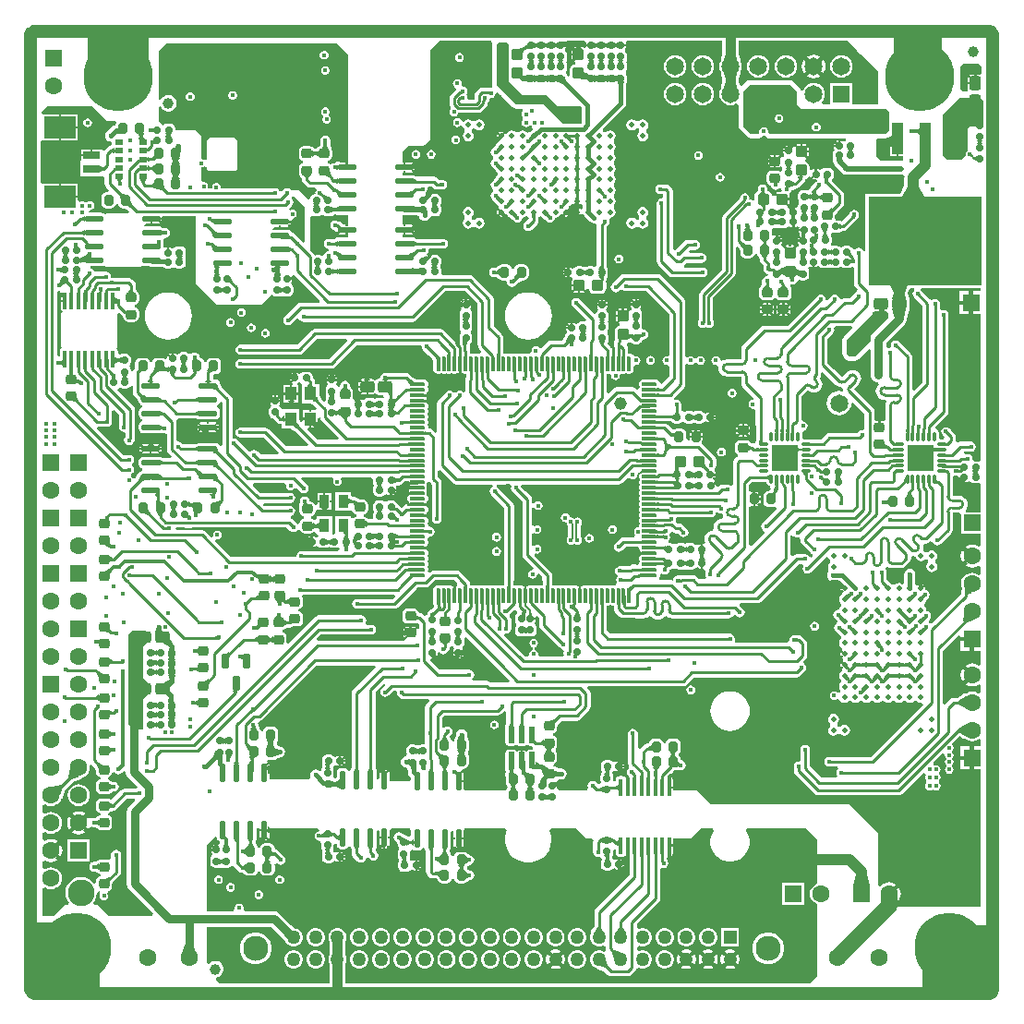
<source format=gbr>
G04*
G04 #@! TF.GenerationSoftware,Altium Limited,Altium Designer,24.9.1 (31)*
G04*
G04 Layer_Physical_Order=6*
G04 Layer_Color=16711680*
%FSLAX44Y44*%
%MOMM*%
G71*
G04*
G04 #@! TF.SameCoordinates,53B56B76-3513-4A50-83E2-B057AF0B12CA*
G04*
G04*
G04 #@! TF.FilePolarity,Positive*
G04*
G01*
G75*
%ADD11C,0.5000*%
%ADD12C,0.2000*%
%ADD14C,0.4000*%
%ADD17C,0.3000*%
G04:AMPARAMS|DCode=23|XSize=0.95mm|YSize=0.85mm|CornerRadius=0.2125mm|HoleSize=0mm|Usage=FLASHONLY|Rotation=90.000|XOffset=0mm|YOffset=0mm|HoleType=Round|Shape=RoundedRectangle|*
%AMROUNDEDRECTD23*
21,1,0.9500,0.4250,0,0,90.0*
21,1,0.5250,0.8500,0,0,90.0*
1,1,0.4250,0.2125,0.2625*
1,1,0.4250,0.2125,-0.2625*
1,1,0.4250,-0.2125,-0.2625*
1,1,0.4250,-0.2125,0.2625*
%
%ADD23ROUNDEDRECTD23*%
G04:AMPARAMS|DCode=24|XSize=1.1mm|YSize=1mm|CornerRadius=0.25mm|HoleSize=0mm|Usage=FLASHONLY|Rotation=270.000|XOffset=0mm|YOffset=0mm|HoleType=Round|Shape=RoundedRectangle|*
%AMROUNDEDRECTD24*
21,1,1.1000,0.5000,0,0,270.0*
21,1,0.6000,1.0000,0,0,270.0*
1,1,0.5000,-0.2500,-0.3000*
1,1,0.5000,-0.2500,0.3000*
1,1,0.5000,0.2500,0.3000*
1,1,0.5000,0.2500,-0.3000*
%
%ADD24ROUNDEDRECTD24*%
G04:AMPARAMS|DCode=25|XSize=0.65mm|YSize=0.6mm|CornerRadius=0.15mm|HoleSize=0mm|Usage=FLASHONLY|Rotation=180.000|XOffset=0mm|YOffset=0mm|HoleType=Round|Shape=RoundedRectangle|*
%AMROUNDEDRECTD25*
21,1,0.6500,0.3000,0,0,180.0*
21,1,0.3500,0.6000,0,0,180.0*
1,1,0.3000,-0.1750,0.1500*
1,1,0.3000,0.1750,0.1500*
1,1,0.3000,0.1750,-0.1500*
1,1,0.3000,-0.1750,-0.1500*
%
%ADD25ROUNDEDRECTD25*%
G04:AMPARAMS|DCode=26|XSize=0.65mm|YSize=0.6mm|CornerRadius=0.15mm|HoleSize=0mm|Usage=FLASHONLY|Rotation=270.000|XOffset=0mm|YOffset=0mm|HoleType=Round|Shape=RoundedRectangle|*
%AMROUNDEDRECTD26*
21,1,0.6500,0.3000,0,0,270.0*
21,1,0.3500,0.6000,0,0,270.0*
1,1,0.3000,-0.1500,-0.1750*
1,1,0.3000,-0.1500,0.1750*
1,1,0.3000,0.1500,0.1750*
1,1,0.3000,0.1500,-0.1750*
%
%ADD26ROUNDEDRECTD26*%
%ADD27R,0.9500X1.2000*%
G04:AMPARAMS|DCode=28|XSize=1.64mm|YSize=0.59mm|CornerRadius=0.1475mm|HoleSize=0mm|Usage=FLASHONLY|Rotation=0.000|XOffset=0mm|YOffset=0mm|HoleType=Round|Shape=RoundedRectangle|*
%AMROUNDEDRECTD28*
21,1,1.6400,0.2950,0,0,0.0*
21,1,1.3450,0.5900,0,0,0.0*
1,1,0.2950,0.6725,-0.1475*
1,1,0.2950,-0.6725,-0.1475*
1,1,0.2950,-0.6725,0.1475*
1,1,0.2950,0.6725,0.1475*
%
%ADD28ROUNDEDRECTD28*%
G04:AMPARAMS|DCode=37|XSize=0.95mm|YSize=0.85mm|CornerRadius=0.2125mm|HoleSize=0mm|Usage=FLASHONLY|Rotation=180.000|XOffset=0mm|YOffset=0mm|HoleType=Round|Shape=RoundedRectangle|*
%AMROUNDEDRECTD37*
21,1,0.9500,0.4250,0,0,180.0*
21,1,0.5250,0.8500,0,0,180.0*
1,1,0.4250,-0.2625,0.2125*
1,1,0.4250,0.2625,0.2125*
1,1,0.4250,0.2625,-0.2125*
1,1,0.4250,-0.2625,-0.2125*
%
%ADD37ROUNDEDRECTD37*%
G04:AMPARAMS|DCode=52|XSize=1.1mm|YSize=1.3mm|CornerRadius=0.25mm|HoleSize=0mm|Usage=FLASHONLY|Rotation=180.000|XOffset=0mm|YOffset=0mm|HoleType=Round|Shape=RoundedRectangle|*
%AMROUNDEDRECTD52*
21,1,1.1000,0.8000,0,0,180.0*
21,1,0.6000,1.3000,0,0,180.0*
1,1,0.5000,-0.3000,0.4000*
1,1,0.5000,0.3000,0.4000*
1,1,0.5000,0.3000,-0.4000*
1,1,0.5000,-0.3000,-0.4000*
%
%ADD52ROUNDEDRECTD52*%
%ADD57R,6.8000X6.4000*%
%ADD58R,6.5000X6.7000*%
%ADD105C,1.5240*%
%ADD107C,0.5000*%
%ADD109C,0.2200*%
%ADD110C,0.2800*%
%ADD111C,1.2000*%
%ADD122C,1.0000*%
%ADD123C,0.8890*%
%ADD124C,0.2400*%
%ADD127C,1.6002*%
%ADD128C,1.6000*%
%ADD129R,1.6000X1.6000*%
%ADD130C,2.4500*%
%ADD131R,1.6000X1.6000*%
%ADD132C,2.3000*%
%ADD133R,1.2580X1.2580*%
%ADD134C,1.2580*%
%ADD135C,1.1500*%
%ADD136C,1.6500*%
%ADD139R,1.6500X1.6500*%
%ADD140C,6.3500*%
%ADD141C,0.4000*%
%ADD142C,1.5000*%
%ADD143C,0.8000*%
G04:AMPARAMS|DCode=144|XSize=1.6002mm|YSize=0.3556mm|CornerRadius=0.0889mm|HoleSize=0mm|Usage=FLASHONLY|Rotation=270.000|XOffset=0mm|YOffset=0mm|HoleType=Round|Shape=RoundedRectangle|*
%AMROUNDEDRECTD144*
21,1,1.6002,0.1778,0,0,270.0*
21,1,1.4224,0.3556,0,0,270.0*
1,1,0.1778,-0.0889,-0.7112*
1,1,0.1778,-0.0889,0.7112*
1,1,0.1778,0.0889,0.7112*
1,1,0.1778,0.0889,-0.7112*
%
%ADD144ROUNDEDRECTD144*%
G04:AMPARAMS|DCode=145|XSize=1.64mm|YSize=0.59mm|CornerRadius=0.1475mm|HoleSize=0mm|Usage=FLASHONLY|Rotation=270.000|XOffset=0mm|YOffset=0mm|HoleType=Round|Shape=RoundedRectangle|*
%AMROUNDEDRECTD145*
21,1,1.6400,0.2950,0,0,270.0*
21,1,1.3450,0.5900,0,0,270.0*
1,1,0.2950,-0.1475,-0.6725*
1,1,0.2950,-0.1475,0.6725*
1,1,0.2950,0.1475,0.6725*
1,1,0.2950,0.1475,-0.6725*
%
%ADD145ROUNDEDRECTD145*%
G04:AMPARAMS|DCode=146|XSize=1.1mm|YSize=1mm|CornerRadius=0.25mm|HoleSize=0mm|Usage=FLASHONLY|Rotation=0.000|XOffset=0mm|YOffset=0mm|HoleType=Round|Shape=RoundedRectangle|*
%AMROUNDEDRECTD146*
21,1,1.1000,0.5000,0,0,0.0*
21,1,0.6000,1.0000,0,0,0.0*
1,1,0.5000,0.3000,-0.2500*
1,1,0.5000,-0.3000,-0.2500*
1,1,0.5000,-0.3000,0.2500*
1,1,0.5000,0.3000,0.2500*
%
%ADD146ROUNDEDRECTD146*%
%ADD147R,10.4500X8.1000*%
%ADD148R,1.0000X3.0000*%
%ADD149C,0.4900*%
G04:AMPARAMS|DCode=150|XSize=0.8mm|YSize=0.26mm|CornerRadius=0.065mm|HoleSize=0mm|Usage=FLASHONLY|Rotation=180.000|XOffset=0mm|YOffset=0mm|HoleType=Round|Shape=RoundedRectangle|*
%AMROUNDEDRECTD150*
21,1,0.8000,0.1300,0,0,180.0*
21,1,0.6700,0.2600,0,0,180.0*
1,1,0.1300,-0.3350,0.0650*
1,1,0.1300,0.3350,0.0650*
1,1,0.1300,0.3350,-0.0650*
1,1,0.1300,-0.3350,-0.0650*
%
%ADD150ROUNDEDRECTD150*%
G04:AMPARAMS|DCode=151|XSize=0.26mm|YSize=0.8mm|CornerRadius=0.065mm|HoleSize=0mm|Usage=FLASHONLY|Rotation=180.000|XOffset=0mm|YOffset=0mm|HoleType=Round|Shape=RoundedRectangle|*
%AMROUNDEDRECTD151*
21,1,0.2600,0.6700,0,0,180.0*
21,1,0.1300,0.8000,0,0,180.0*
1,1,0.1300,-0.0650,0.3350*
1,1,0.1300,0.0650,0.3350*
1,1,0.1300,0.0650,-0.3350*
1,1,0.1300,-0.0650,-0.3350*
%
%ADD151ROUNDEDRECTD151*%
%ADD152R,2.4500X2.4500*%
%ADD153R,0.8000X0.5000*%
G04:AMPARAMS|DCode=154|XSize=1.45mm|YSize=0.59mm|CornerRadius=0.0738mm|HoleSize=0mm|Usage=FLASHONLY|Rotation=90.000|XOffset=0mm|YOffset=0mm|HoleType=Round|Shape=RoundedRectangle|*
%AMROUNDEDRECTD154*
21,1,1.4500,0.4425,0,0,90.0*
21,1,1.3025,0.5900,0,0,90.0*
1,1,0.1475,0.2213,0.6513*
1,1,0.1475,0.2213,-0.6513*
1,1,0.1475,-0.2213,-0.6513*
1,1,0.1475,-0.2213,0.6513*
%
%ADD154ROUNDEDRECTD154*%
G04:AMPARAMS|DCode=155|XSize=0.35mm|YSize=1.35mm|CornerRadius=0.0875mm|HoleSize=0mm|Usage=FLASHONLY|Rotation=0.000|XOffset=0mm|YOffset=0mm|HoleType=Round|Shape=RoundedRectangle|*
%AMROUNDEDRECTD155*
21,1,0.3500,1.1750,0,0,0.0*
21,1,0.1750,1.3500,0,0,0.0*
1,1,0.1750,0.0875,-0.5875*
1,1,0.1750,-0.0875,-0.5875*
1,1,0.1750,-0.0875,0.5875*
1,1,0.1750,0.0875,0.5875*
%
%ADD155ROUNDEDRECTD155*%
G04:AMPARAMS|DCode=156|XSize=1.35mm|YSize=0.35mm|CornerRadius=0.0875mm|HoleSize=0mm|Usage=FLASHONLY|Rotation=0.000|XOffset=0mm|YOffset=0mm|HoleType=Round|Shape=RoundedRectangle|*
%AMROUNDEDRECTD156*
21,1,1.3500,0.1750,0,0,0.0*
21,1,1.1750,0.3500,0,0,0.0*
1,1,0.1750,0.5875,-0.0875*
1,1,0.1750,-0.5875,-0.0875*
1,1,0.1750,-0.5875,0.0875*
1,1,0.1750,0.5875,0.0875*
%
%ADD156ROUNDEDRECTD156*%
%ADD157R,1.1000X1.3000*%
G04:AMPARAMS|DCode=158|XSize=1.1mm|YSize=1.3mm|CornerRadius=0.25mm|HoleSize=0mm|Usage=FLASHONLY|Rotation=270.000|XOffset=0mm|YOffset=0mm|HoleType=Round|Shape=RoundedRectangle|*
%AMROUNDEDRECTD158*
21,1,1.1000,0.8000,0,0,270.0*
21,1,0.6000,1.3000,0,0,270.0*
1,1,0.5000,-0.4000,-0.3000*
1,1,0.5000,-0.4000,0.3000*
1,1,0.5000,0.4000,0.3000*
1,1,0.5000,0.4000,-0.3000*
%
%ADD158ROUNDEDRECTD158*%
%ADD159R,3.0000X2.1000*%
%ADD160R,1.6000X0.8000*%
G04:AMPARAMS|DCode=161|XSize=1.32mm|YSize=0.6mm|CornerRadius=0.075mm|HoleSize=0mm|Usage=FLASHONLY|Rotation=270.000|XOffset=0mm|YOffset=0mm|HoleType=Round|Shape=RoundedRectangle|*
%AMROUNDEDRECTD161*
21,1,1.3200,0.4500,0,0,270.0*
21,1,1.1700,0.6000,0,0,270.0*
1,1,0.1500,-0.2250,-0.5850*
1,1,0.1500,-0.2250,0.5850*
1,1,0.1500,0.2250,0.5850*
1,1,0.1500,0.2250,-0.5850*
%
%ADD161ROUNDEDRECTD161*%
%ADD162C,0.2300*%
%ADD163C,1.0000*%
%ADD164C,0.3400*%
%ADD165C,0.2800*%
%ADD166R,4.5000X2.3000*%
%ADD167R,5.5478X3.2001*%
G36*
X518238Y880000D02*
Y879250D01*
X519971D01*
Y877250D01*
X518238D01*
Y876500D01*
X518320Y876086D01*
X516436Y875306D01*
X516384Y875384D01*
X515061Y876268D01*
X513500Y876578D01*
X513187D01*
X513994Y874889D01*
X512000D01*
Y874826D01*
X510000D01*
Y874889D01*
X508006D01*
X508813Y876578D01*
X508500D01*
X506939Y876268D01*
X506464Y875950D01*
X507710Y874705D01*
X506295Y873290D01*
X505050Y874536D01*
X504732Y874061D01*
X504422Y872500D01*
Y870500D01*
X506174D01*
Y868500D01*
X504422D01*
Y866500D01*
X504732Y864939D01*
X505050Y864464D01*
X506295Y865710D01*
X507710Y864296D01*
X506464Y863050D01*
X506939Y862732D01*
X507856Y862550D01*
Y860511D01*
X506534Y860248D01*
X504866Y859134D01*
X503752Y857467D01*
X503361Y855500D01*
Y850150D01*
X501361Y849654D01*
X500386Y851502D01*
X500140Y851804D01*
X499725Y852598D01*
X499697Y853211D01*
X499791Y854354D01*
X499877Y854587D01*
X500102Y854924D01*
X500416Y856500D01*
Y860000D01*
X500313Y860517D01*
X500411Y860910D01*
X500400Y860985D01*
X500415Y861059D01*
X500313Y861573D01*
X500236Y862090D01*
X499910Y863000D01*
X500236Y863910D01*
X500313Y864427D01*
X500415Y864940D01*
X500400Y865015D01*
X500411Y865090D01*
X500313Y865483D01*
X500416Y866000D01*
Y869500D01*
X500102Y871076D01*
X499209Y872413D01*
X499194Y872423D01*
X498473Y874301D01*
X498828Y874889D01*
X499122Y875329D01*
X499355Y876500D01*
Y877250D01*
X498656D01*
X497764Y876809D01*
X497678Y877250D01*
X497622D01*
Y877535D01*
X496870Y881384D01*
X499983Y881309D01*
X500083Y880940D01*
X500842Y881922D01*
X516751D01*
X518238Y880000D01*
D02*
G37*
G36*
X474256Y875467D02*
X472296Y876299D01*
X470337Y875467D01*
Y881033D01*
X472296Y880201D01*
X474256Y881033D01*
Y875467D01*
D02*
G37*
G36*
X547256D02*
X545296Y876299D01*
X543337Y875467D01*
Y881033D01*
X545296Y880201D01*
X547256Y881033D01*
Y875467D01*
D02*
G37*
G36*
X538256D02*
X536296Y876299D01*
X534337Y875467D01*
Y881033D01*
X536296Y880201D01*
X538256Y881033D01*
Y875467D01*
D02*
G37*
G36*
X529256D02*
X527296Y876299D01*
X525337Y875467D01*
Y881033D01*
X527296Y880201D01*
X529256Y881033D01*
Y875467D01*
D02*
G37*
G36*
X492256D02*
X490297Y876299D01*
X488337Y875467D01*
Y881033D01*
X490297Y880201D01*
X492256Y881033D01*
Y875467D01*
D02*
G37*
G36*
X483256D02*
X481296Y876299D01*
X479337Y875467D01*
Y881033D01*
X481296Y880201D01*
X483256Y881033D01*
Y875467D01*
D02*
G37*
G36*
X465723Y875116D02*
X463195Y875062D01*
X462057Y877862D01*
X464829Y879211D01*
X465723Y875116D01*
D02*
G37*
G36*
X461998Y874423D02*
X459987Y870463D01*
X456653Y874987D01*
X460425Y876810D01*
X461998Y874423D01*
D02*
G37*
G36*
X656375Y864592D02*
X644825D01*
X646155Y870600D01*
X655045D01*
X656375Y864592D01*
D02*
G37*
G36*
X551661Y863000D02*
X552356Y861059D01*
X547237D01*
X547932Y863000D01*
X547237Y864940D01*
X552356D01*
X551661Y863000D01*
D02*
G37*
G36*
X542661D02*
X543356Y861059D01*
X538237D01*
X538932Y863000D01*
X538237Y864940D01*
X543356D01*
X542661Y863000D01*
D02*
G37*
G36*
X533661D02*
X534356Y861059D01*
X529237D01*
X529932Y863000D01*
X529237Y864940D01*
X534356D01*
X533661Y863000D01*
D02*
G37*
G36*
X524661D02*
X525356Y861059D01*
X520237D01*
X520932Y863000D01*
X520237Y864940D01*
X525356D01*
X524661Y863000D01*
D02*
G37*
G36*
X496661D02*
X497356Y861059D01*
X492237D01*
X492932Y863000D01*
X492237Y864940D01*
X497356D01*
X496661Y863000D01*
D02*
G37*
G36*
X487661D02*
X488356Y861059D01*
X483237D01*
X483932Y863000D01*
X483237Y864940D01*
X488356D01*
X487661Y863000D01*
D02*
G37*
G36*
X478661D02*
X479356Y861059D01*
X474237D01*
X474932Y863000D01*
X474237Y864940D01*
X479356D01*
X478661Y863000D01*
D02*
G37*
G36*
X469661D02*
X470356Y861059D01*
X465237D01*
X465932Y863000D01*
X465237Y864940D01*
X470356D01*
X469661Y863000D01*
D02*
G37*
G36*
X881000Y858000D02*
Y852462D01*
X880573Y852033D01*
X879000Y851129D01*
X878000Y851328D01*
X876000D01*
Y849576D01*
X874000D01*
Y851328D01*
X872000D01*
X870439Y851018D01*
X869964Y850700D01*
X871210Y849455D01*
X869795Y848040D01*
X868550Y849286D01*
X868232Y848811D01*
X867922Y847250D01*
Y844250D01*
X869674D01*
Y842250D01*
X867922D01*
Y839250D01*
X868170Y838000D01*
X867713Y837002D01*
X866955Y836000D01*
X863000D01*
X861000Y838000D01*
Y858000D01*
X864000Y861000D01*
X878000D01*
X881000Y858000D01*
D02*
G37*
G36*
X474723Y849755D02*
X474745Y849750D01*
Y845750D01*
X474723Y845745D01*
Y844616D01*
X472296Y845180D01*
X469870Y844616D01*
Y845745D01*
X469848Y845750D01*
Y849750D01*
X469870Y849755D01*
Y850884D01*
X472296Y850320D01*
X474723Y850884D01*
Y849755D01*
D02*
G37*
G36*
X547723D02*
X547745Y849750D01*
Y845750D01*
X547723Y845745D01*
Y845427D01*
X552681D01*
X551796Y840601D01*
X547796D01*
X547031Y844777D01*
X545296Y845180D01*
X542870Y844616D01*
Y845745D01*
X542848Y845750D01*
Y849750D01*
X542870Y849755D01*
Y850884D01*
X545296Y850320D01*
X547723Y850884D01*
Y849755D01*
D02*
G37*
G36*
X538723D02*
X538745Y849750D01*
Y845750D01*
X538723Y845745D01*
Y844616D01*
X536296Y845180D01*
X533870Y844616D01*
Y845745D01*
X533848Y845750D01*
Y849750D01*
X533870Y849755D01*
Y850884D01*
X536296Y850320D01*
X538723Y850884D01*
Y849755D01*
D02*
G37*
G36*
X529723D02*
X529745Y849750D01*
Y845750D01*
X529723Y845745D01*
Y844616D01*
X527296Y845180D01*
X524870Y844616D01*
Y845745D01*
X524848Y845750D01*
Y849750D01*
X524870Y849755D01*
Y850884D01*
X527296Y850320D01*
X529723Y850884D01*
Y849755D01*
D02*
G37*
G36*
X492723D02*
X492745Y849750D01*
Y845750D01*
X492723Y845745D01*
Y844616D01*
X490297Y845180D01*
X487870Y844616D01*
Y845745D01*
X487848Y845750D01*
Y849750D01*
X487870Y849755D01*
Y850884D01*
X490297Y850320D01*
X492723Y850884D01*
Y849755D01*
D02*
G37*
G36*
X483723D02*
X483745Y849750D01*
Y845750D01*
X483723Y845745D01*
Y844616D01*
X481296Y845180D01*
X478870Y844616D01*
Y845745D01*
X478848Y845750D01*
Y849750D01*
X478870Y849755D01*
Y850884D01*
X481296Y850320D01*
X483723Y850884D01*
Y849755D01*
D02*
G37*
G36*
X655045Y846800D02*
X646155D01*
X644825Y852808D01*
X656375D01*
X655045Y846800D01*
D02*
G37*
G36*
X520018Y851538D02*
X519881Y850996D01*
X520723Y850884D01*
X519920Y845544D01*
X516255Y847317D01*
X514464Y847174D01*
X515987Y853538D01*
X520018Y851538D01*
D02*
G37*
G36*
X465723Y844616D02*
X460848Y845750D01*
Y849750D01*
X465723Y850884D01*
Y844616D01*
D02*
G37*
G36*
X500623Y844502D02*
X497795Y841673D01*
X492723Y844616D01*
X497681Y850073D01*
X500623Y844502D01*
D02*
G37*
G36*
X656375Y839192D02*
X644825D01*
X646155Y845200D01*
X655045D01*
X656375Y839192D01*
D02*
G37*
G36*
X643091Y870910D02*
X641839Y865253D01*
X641831Y864919D01*
X641766Y864592D01*
X641819Y864328D01*
X641814Y864087D01*
X641647Y863869D01*
X640614Y861376D01*
X640262Y858700D01*
X640614Y856024D01*
X641647Y853531D01*
X641814Y853313D01*
X641819Y853072D01*
X641766Y852808D01*
X641831Y852481D01*
X641839Y852147D01*
X643091Y846490D01*
Y845510D01*
X641839Y839853D01*
X641831Y839519D01*
X641766Y839192D01*
X641819Y838928D01*
X641814Y838687D01*
X641647Y838469D01*
X640614Y835976D01*
X640262Y833300D01*
X640614Y830624D01*
X641647Y828131D01*
X643290Y825990D01*
X645431Y824347D01*
X647924Y823314D01*
X650600Y822962D01*
X653276Y823314D01*
X655769Y824347D01*
X655922Y824464D01*
X657922Y823477D01*
X657922Y804000D01*
X657922Y804000D01*
X658232Y802439D01*
X659116Y801116D01*
X659116Y801116D01*
X666116Y794116D01*
X666116Y794116D01*
X667439Y793232D01*
X669000Y792922D01*
X669000Y792922D01*
X676195D01*
X676589Y793000D01*
X676991D01*
X677362Y793154D01*
X677756Y793232D01*
X678090Y793455D01*
X678461Y793609D01*
X678745Y793893D01*
X679079Y794116D01*
X679302Y794450D01*
X679586Y794734D01*
X679832Y795102D01*
X679977Y795170D01*
X682023Y795170D01*
X682168Y795102D01*
X682414Y794734D01*
X682698Y794450D01*
X682921Y794116D01*
X683255Y793893D01*
X683539Y793609D01*
X683910Y793455D01*
X684244Y793232D01*
X684638Y793154D01*
X685009Y793000D01*
X685411D01*
X685805Y792922D01*
X755992D01*
X756599Y790922D01*
X755837Y790413D01*
X755827Y790398D01*
X753949Y789677D01*
X753361Y790032D01*
X752921Y790326D01*
X751750Y790559D01*
X751000D01*
Y788826D01*
X749000D01*
Y790559D01*
X748250D01*
X747079Y790326D01*
X746935Y790229D01*
X748289Y788875D01*
X746875Y787461D01*
X745521Y788815D01*
X745424Y788671D01*
X745191Y787500D01*
Y787000D01*
X746924D01*
Y785000D01*
X745191D01*
Y784500D01*
X745424Y783329D01*
X746087Y782337D01*
X745446Y781485D01*
X745337Y781413D01*
X744444Y780076D01*
X744131Y778500D01*
Y775500D01*
X744392Y774186D01*
Y772000D01*
X744819Y769854D01*
X746035Y768035D01*
X753035Y761035D01*
X754854Y759819D01*
X757000Y759392D01*
X807000D01*
X808358Y759662D01*
X808458Y759632D01*
X809953Y758350D01*
X810079Y758121D01*
X809931Y757000D01*
Y749671D01*
X805865Y741540D01*
X774210D01*
Y689585D01*
X772210Y689388D01*
X772145Y689717D01*
X771172Y691172D01*
X769717Y692145D01*
X768000Y692486D01*
X766283Y692145D01*
X764828Y691172D01*
X764753Y691061D01*
X764620Y691000D01*
X762578Y691406D01*
X762546Y691571D01*
X761653Y692907D01*
X760316Y693800D01*
X758740Y694114D01*
X755240D01*
X753664Y693800D01*
X753178Y693476D01*
X751740Y693072D01*
X750302Y693476D01*
X749816Y693800D01*
X748240Y694114D01*
X744740D01*
X744223Y694011D01*
X743830Y694109D01*
X743755Y694098D01*
X743680Y694113D01*
X743657Y694108D01*
X742779Y695076D01*
X742469Y695929D01*
X742796Y696418D01*
X743109Y697995D01*
Y700994D01*
X742796Y702571D01*
X742757Y702629D01*
X742700Y702877D01*
X742571Y703445D01*
X742571Y703446D01*
X742570Y703447D01*
X742307Y704037D01*
X743390Y706514D01*
X743924Y706694D01*
X745500Y706381D01*
X749000D01*
X750016Y706583D01*
X750141Y706558D01*
X750160Y706562D01*
X750179Y706558D01*
X750744Y706678D01*
X751311Y706791D01*
X751328Y706802D01*
X751347Y706806D01*
X753472Y707718D01*
X754000D01*
X755639Y708044D01*
X757028Y708972D01*
X766722Y718666D01*
X767103Y719236D01*
X767188Y719336D01*
X767206Y719391D01*
X767650Y720055D01*
X767824Y720927D01*
X767956Y721126D01*
X768282Y722765D01*
X767956Y724403D01*
X767028Y725792D01*
X765639Y726721D01*
X764000Y727047D01*
X762361Y726721D01*
X760972Y725792D01*
X760666Y725486D01*
X759738Y724097D01*
X759737Y724094D01*
X759493Y723836D01*
X759002Y723058D01*
X752600Y716656D01*
X751347Y717194D01*
X751328Y717198D01*
X751311Y717209D01*
X750744Y717322D01*
X750179Y717442D01*
X750160Y717438D01*
X750141Y717442D01*
X750016Y717417D01*
X749000Y717619D01*
X747626D01*
X747285Y717868D01*
X746172Y719619D01*
X746371Y720620D01*
Y721566D01*
X746451Y721668D01*
X748175Y725085D01*
X753172Y730082D01*
X753172Y730082D01*
X754145Y731538D01*
X754486Y733254D01*
Y741000D01*
X754486Y741000D01*
X754145Y742717D01*
X753172Y744172D01*
X753172Y744172D01*
X744172Y753172D01*
X744172Y753172D01*
X743799Y753546D01*
X743913Y755587D01*
X744806Y756924D01*
X745119Y758500D01*
Y761500D01*
X744806Y763076D01*
X743913Y764413D01*
X742576Y765306D01*
X741000Y765619D01*
X737500D01*
X735924Y765306D01*
X734587Y764413D01*
X734577Y764398D01*
X732699Y763677D01*
X732111Y764032D01*
X731671Y764326D01*
X730500Y764559D01*
X729750D01*
Y762826D01*
X727750D01*
Y764559D01*
X727000D01*
X725829Y764326D01*
X725119Y763851D01*
X723988Y764171D01*
X723119Y764691D01*
Y766495D01*
X722728Y768461D01*
X721614Y770128D01*
X719947Y771242D01*
X718624Y771505D01*
Y773544D01*
X719541Y773727D01*
X720016Y774044D01*
X718770Y775290D01*
X720184Y776704D01*
X721430Y775458D01*
X721748Y775934D01*
X722058Y777495D01*
Y779494D01*
X720306D01*
Y781495D01*
X722058D01*
Y783494D01*
X721748Y785055D01*
X721430Y785531D01*
X720184Y784285D01*
X718770Y785699D01*
X720016Y786945D01*
X719541Y787262D01*
X717980Y787573D01*
X716480D01*
Y785820D01*
X714480D01*
Y787573D01*
X712980D01*
X711419Y787262D01*
X710944Y786945D01*
X712190Y785699D01*
X710775Y784285D01*
X709530Y785531D01*
X709482Y785459D01*
X708441Y785291D01*
X706355Y783205D01*
X704941Y784620D01*
X706295Y785974D01*
X706151Y786070D01*
X704980Y786303D01*
X704480D01*
Y784570D01*
X702480D01*
Y786303D01*
X701980D01*
X700809Y786070D01*
X700665Y785974D01*
X702019Y784620D01*
X700605Y783205D01*
X699251Y784560D01*
X699154Y784415D01*
X698921Y783245D01*
Y782495D01*
X700654D01*
Y780495D01*
X698921D01*
Y779744D01*
X699154Y778574D01*
X699448Y778134D01*
X699803Y777545D01*
X699082Y775667D01*
X699067Y775657D01*
X699020Y775586D01*
X698381Y775490D01*
X696894Y775729D01*
X695535Y774371D01*
X694121Y775785D01*
X695391Y777055D01*
X695039Y777290D01*
X693625Y777571D01*
X692000D01*
Y775826D01*
X690000D01*
Y777571D01*
X688375D01*
X686961Y777290D01*
X686609Y777055D01*
X687879Y775785D01*
X686465Y774371D01*
X685195Y775641D01*
X684960Y775289D01*
X684679Y773875D01*
Y772750D01*
X686424D01*
Y770750D01*
X684679D01*
Y769625D01*
X684960Y768211D01*
X685195Y767859D01*
X686465Y769129D01*
X687879Y767715D01*
X686609Y766445D01*
X686961Y766210D01*
X688375Y765929D01*
X690000D01*
Y767674D01*
X692000D01*
Y765929D01*
X693625D01*
X695039Y766210D01*
X696058Y766891D01*
X696483Y766947D01*
X696504Y766942D01*
X697953Y765426D01*
X697783Y763429D01*
X697136Y762972D01*
X695861Y762492D01*
X695445Y762769D01*
X693625Y763131D01*
X688375D01*
X686555Y762769D01*
X685012Y761738D01*
X683981Y760195D01*
X683619Y758375D01*
Y754125D01*
X683981Y752305D01*
X685012Y750762D01*
X686555Y749731D01*
X687398Y749563D01*
X687434Y749478D01*
X687626Y748513D01*
X688598Y747057D01*
X688828Y746828D01*
X690283Y745855D01*
X692000Y745514D01*
X693717Y745855D01*
X695172Y746828D01*
X696831Y746570D01*
X697242Y746325D01*
X697392Y745303D01*
X696104Y743578D01*
X694500D01*
X692939Y743268D01*
X692464Y742950D01*
X693710Y741705D01*
X692295Y740290D01*
X691050Y741536D01*
X690732Y741061D01*
X690550Y740144D01*
X688511D01*
X688248Y741467D01*
X687134Y743134D01*
X685467Y744248D01*
X684889Y744362D01*
X684590Y744967D01*
X684602Y745140D01*
X684532Y745351D01*
Y745750D01*
X684206Y747389D01*
X683278Y748778D01*
X683028Y749028D01*
X681639Y749956D01*
X680000Y750282D01*
X678361Y749956D01*
X676972Y749028D01*
X676044Y747639D01*
X675718Y746000D01*
X675864Y745265D01*
X675839Y745216D01*
X675833Y745119D01*
X675795Y745029D01*
X675792Y744728D01*
X675557Y744252D01*
X675534Y744248D01*
X673866Y743134D01*
X672752Y741467D01*
X672361Y739500D01*
Y736581D01*
X671432Y736055D01*
X670361Y735763D01*
X669261Y736498D01*
X667661Y736816D01*
X667635Y736843D01*
X667881Y738080D01*
X667563Y739679D01*
X666657Y741035D01*
X665300Y741942D01*
X663701Y742260D01*
X662101Y741942D01*
X660745Y741035D01*
X660400Y740691D01*
X659494Y739335D01*
X659184Y737776D01*
X644244Y722836D01*
X643338Y721480D01*
X643020Y719880D01*
Y672306D01*
X623144Y652429D01*
X622237Y651073D01*
X621919Y649473D01*
Y635635D01*
X621920Y635632D01*
Y626257D01*
X621138Y625087D01*
X620820Y623487D01*
Y623000D01*
X621138Y621400D01*
X622044Y620044D01*
X623400Y619138D01*
X625000Y618820D01*
X626600Y619138D01*
X627956Y620044D01*
X628044D01*
X629400Y619138D01*
X631000Y618820D01*
X632600Y619138D01*
X633956Y620044D01*
X634862Y621400D01*
X635180Y623000D01*
Y623487D01*
X634862Y625087D01*
X634080Y626257D01*
Y637208D01*
X634080Y637211D01*
Y646168D01*
X653956Y666044D01*
X654862Y667400D01*
X655180Y669000D01*
Y692612D01*
X657028Y693378D01*
X657565Y692841D01*
X659289Y689423D01*
X659369Y689321D01*
Y687375D01*
X659731Y685555D01*
X660762Y684012D01*
X662305Y682981D01*
X664125Y682619D01*
X668375D01*
X670195Y682981D01*
X671738Y684012D01*
X672769Y685555D01*
X672980Y686616D01*
X675020D01*
X675231Y685555D01*
X676262Y684012D01*
X676750Y683686D01*
X677468Y682191D01*
Y681239D01*
X677794Y679600D01*
X678722Y678211D01*
X680712Y676221D01*
Y675854D01*
X680569Y674862D01*
X680581Y674637D01*
X680537Y674416D01*
X680612Y674047D01*
X680632Y673671D01*
X680712Y673502D01*
Y673006D01*
X681038Y671367D01*
X681966Y669977D01*
X682278Y669666D01*
X683667Y668738D01*
X684634Y668545D01*
X684954Y667956D01*
X684000Y666486D01*
X682283Y666145D01*
X680828Y665172D01*
X680823Y665167D01*
X679850Y663712D01*
X679509Y661995D01*
X679509Y661995D01*
Y658954D01*
X678633Y657155D01*
X678002Y656733D01*
X676971Y655190D01*
X676609Y653370D01*
Y649119D01*
X676971Y647299D01*
X678002Y645756D01*
X679545Y644725D01*
X681365Y644363D01*
X686615D01*
X688435Y644725D01*
X689978Y645756D01*
X690298Y646235D01*
X692682D01*
X693002Y645756D01*
X694545Y644725D01*
X696365Y644363D01*
X701615D01*
X703435Y644725D01*
X704978Y645756D01*
X706009Y647299D01*
X706371Y649119D01*
Y653370D01*
X706009Y655190D01*
X704978Y656733D01*
X705478Y658804D01*
X705688Y658979D01*
X707000Y658718D01*
X708639Y659044D01*
X710028Y659972D01*
X710956Y661361D01*
X711031Y661735D01*
X713165Y662970D01*
X713664Y662856D01*
X714156Y662714D01*
X714243Y662723D01*
X714329Y662704D01*
X714743Y662774D01*
X715490Y662625D01*
X718490D01*
X720066Y662939D01*
X721403Y663832D01*
X722296Y665168D01*
X722609Y666745D01*
Y670245D01*
X722296Y671821D01*
X721971Y672306D01*
X721568Y673745D01*
X721595Y673844D01*
X723569Y675169D01*
X724740Y674936D01*
X725490D01*
Y676669D01*
X727490D01*
Y674936D01*
X728240D01*
X729410Y675169D01*
X729851Y675463D01*
X730439Y675818D01*
X732317Y675097D01*
X732327Y675082D01*
X733664Y674189D01*
X735240Y673875D01*
X738740D01*
X739257Y673978D01*
X739650Y673880D01*
X739725Y673891D01*
X739799Y673876D01*
X740313Y673978D01*
X740830Y674055D01*
X741740Y674381D01*
X742650Y674055D01*
X743167Y673978D01*
X743680Y673876D01*
X743755Y673891D01*
X743830Y673880D01*
X744223Y673978D01*
X744740Y673875D01*
X748240D01*
X749816Y674189D01*
X750302Y674513D01*
X751740Y674917D01*
X753178Y674513D01*
X753664Y674189D01*
X755240Y673875D01*
X758740D01*
X760316Y674189D01*
X761514Y674989D01*
X762331Y674806D01*
X762573Y674708D01*
X763514Y673885D01*
Y660000D01*
X763514Y660000D01*
X763855Y658283D01*
X764828Y656828D01*
X767274Y654381D01*
X766616Y652211D01*
X766283Y652145D01*
X764828Y651172D01*
X760142Y646486D01*
X755000D01*
X755000Y646486D01*
X753283Y646145D01*
X752413Y645564D01*
X750677Y646035D01*
X750211Y646384D01*
X750145Y646717D01*
X749172Y648172D01*
X747717Y649145D01*
X746000Y649486D01*
X744283Y649145D01*
X742828Y648172D01*
X742174Y647194D01*
X739412Y644432D01*
X738345Y644747D01*
X737431Y645279D01*
X737145Y646717D01*
X736172Y648172D01*
X734717Y649145D01*
X733000Y649486D01*
X731283Y649145D01*
X729828Y648172D01*
X702642Y620986D01*
X681500D01*
X679783Y620645D01*
X678328Y619672D01*
X678328Y619672D01*
X661468Y602812D01*
X660496Y601357D01*
X660154Y599640D01*
X660154Y599640D01*
Y590086D01*
X647040D01*
X646759Y590030D01*
X645004Y589799D01*
X643107Y589013D01*
X642979Y588916D01*
X642865Y588921D01*
X640910Y589849D01*
X640768Y590561D01*
X639884Y591884D01*
X638561Y592768D01*
X637000Y593078D01*
X635439Y592768D01*
X634116Y591884D01*
X633232Y590561D01*
X632922Y589000D01*
X633232Y587439D01*
X634116Y586116D01*
X635439Y585232D01*
X637000Y584922D01*
X637610Y585043D01*
X638007Y584868D01*
X639314Y583571D01*
X639344Y583504D01*
X639173Y582200D01*
X639441Y580164D01*
X640227Y578266D01*
X641477Y576637D01*
X643107Y575387D01*
X645004Y574601D01*
X646759Y574370D01*
X647040Y574314D01*
X660154D01*
Y568000D01*
X660496Y566283D01*
X661468Y564828D01*
X662552Y564103D01*
X671672Y554984D01*
X671249Y553784D01*
X670790Y553037D01*
X669439Y552768D01*
X668116Y551884D01*
X667232Y550561D01*
X666922Y549000D01*
X667232Y547439D01*
X668116Y546116D01*
X669439Y545232D01*
X671000Y544922D01*
X671514Y545024D01*
X673514Y543647D01*
Y529750D01*
X673769Y528469D01*
Y515977D01*
X673555Y514090D01*
X672373Y513207D01*
X672101Y513081D01*
X671630Y512971D01*
X670409Y513214D01*
X668337Y514217D01*
X667988Y514738D01*
X666445Y515769D01*
X664625Y516131D01*
X659375D01*
X657555Y515769D01*
X656012Y514738D01*
X654981Y513195D01*
X654619Y511375D01*
Y507125D01*
X654981Y505305D01*
X656012Y503762D01*
X656970Y503121D01*
X657099Y502307D01*
X657014Y501129D01*
X656943Y500917D01*
X655828Y500172D01*
X655828Y500172D01*
X653828Y498172D01*
X652855Y496717D01*
X652514Y495000D01*
X652514Y495000D01*
Y475498D01*
X652500Y475484D01*
X650514Y474612D01*
X649717Y475145D01*
X648000Y475486D01*
X643000D01*
X641283Y475145D01*
X639828Y474172D01*
X639828Y474172D01*
X639105Y473450D01*
X637105Y474278D01*
Y475500D01*
X636872Y476670D01*
X636776Y476815D01*
X635421Y475461D01*
X634007Y476875D01*
X635737Y478605D01*
X635701Y479181D01*
X633757Y481125D01*
X635171Y482539D01*
X636526Y481185D01*
X636622Y481329D01*
X636855Y482500D01*
Y483000D01*
X635122D01*
Y485000D01*
X636855D01*
Y485500D01*
X636622Y486671D01*
X635959Y487663D01*
X636170Y489807D01*
X636218Y489896D01*
X637145Y491283D01*
X637486Y493000D01*
X637257Y494154D01*
Y494549D01*
X637282Y494718D01*
X637257Y495286D01*
Y498370D01*
X637257Y498370D01*
X636915Y500087D01*
X635943Y501542D01*
X624915Y512570D01*
X624312Y513172D01*
X624290Y514961D01*
X624571Y516375D01*
Y518000D01*
X622826D01*
Y520000D01*
X624571D01*
Y521625D01*
X624290Y523039D01*
X624055Y523391D01*
X622785Y522121D01*
X621371Y523535D01*
X622641Y524805D01*
X622289Y525040D01*
X620875Y525321D01*
X619750D01*
Y523576D01*
X617750D01*
Y525321D01*
X616625D01*
X615211Y525040D01*
X614859Y524805D01*
X616129Y523535D01*
X614715Y522121D01*
X613445Y523391D01*
X613210Y523039D01*
X612929Y521625D01*
Y520000D01*
X614674D01*
Y518000D01*
X612929D01*
Y516375D01*
X612540Y515923D01*
X611943Y515919D01*
X610131Y517744D01*
Y521625D01*
X609769Y523445D01*
X608738Y524988D01*
X607195Y526019D01*
X605375Y526381D01*
X601125D01*
X599305Y526019D01*
X598954Y525785D01*
X598726Y525777D01*
X597580Y525507D01*
X592594Y530492D01*
X591583Y531168D01*
X591819Y532923D01*
X591916Y533168D01*
X595259D01*
X597107Y532292D01*
X597458Y532204D01*
X598220Y531694D01*
X599796Y531381D01*
X603296D01*
X604873Y531694D01*
X606209Y532587D01*
X607384D01*
X608720Y531694D01*
X610296Y531381D01*
X613796D01*
X614314Y531484D01*
X614706Y531385D01*
X614781Y531397D01*
X614856Y531382D01*
X615369Y531484D01*
X615887Y531561D01*
X616796Y531886D01*
X617706Y531561D01*
X618224Y531484D01*
X618737Y531382D01*
X618811Y531397D01*
X618886Y531385D01*
X619279Y531484D01*
X619796Y531381D01*
X623296D01*
X624873Y531694D01*
X626209Y532587D01*
X626219Y532602D01*
X628097Y533323D01*
X628686Y532968D01*
X629126Y532674D01*
X630296Y532441D01*
X631046D01*
Y534174D01*
X633046D01*
Y532441D01*
X633796D01*
X634967Y532674D01*
X635112Y532771D01*
X633757Y534125D01*
X635171Y535539D01*
X636526Y534185D01*
X636622Y534329D01*
X636855Y535500D01*
Y536000D01*
X635122D01*
Y538000D01*
X636855D01*
Y538500D01*
X636622Y539670D01*
X636526Y539815D01*
X635171Y538461D01*
X633757Y539875D01*
X635112Y541229D01*
X634967Y541326D01*
X633796Y541559D01*
X633046D01*
Y539826D01*
X631046D01*
Y541559D01*
X630296D01*
X629126Y541326D01*
X628686Y541032D01*
X628097Y540677D01*
X626219Y541398D01*
X626209Y541413D01*
X624873Y542306D01*
X623296Y542619D01*
X619796D01*
X619279Y542516D01*
X618886Y542615D01*
X618811Y542603D01*
X618737Y542618D01*
X618224Y542516D01*
X617706Y542439D01*
X616796Y542114D01*
X615887Y542439D01*
X615369Y542516D01*
X614856Y542618D01*
X614781Y542603D01*
X614706Y542615D01*
X614314Y542516D01*
X613796Y542619D01*
X610296D01*
X608720Y542306D01*
X608437Y542116D01*
X606024Y542648D01*
X605974Y542693D01*
X605829Y543012D01*
Y548021D01*
X605689Y548722D01*
X605679Y548844D01*
X605656Y548890D01*
X605503Y549660D01*
X605002Y550409D01*
X604956Y550639D01*
X604028Y552028D01*
X602639Y552956D01*
X601000Y553282D01*
X599696Y553023D01*
X598904Y553885D01*
X598517Y554672D01*
X607972Y564128D01*
X607972Y564128D01*
X608945Y565583D01*
X609286Y567300D01*
Y585255D01*
X610458Y585807D01*
X611286Y586003D01*
X612439Y585232D01*
X614000Y584922D01*
X615561Y585232D01*
X616884Y586116D01*
X617389Y586872D01*
X617659Y586955D01*
X619341D01*
X619611Y586872D01*
X620116Y586116D01*
X621439Y585232D01*
X623000Y584922D01*
X624561Y585232D01*
X625884Y586116D01*
X626768Y587439D01*
X627078Y589000D01*
X626768Y590561D01*
X625884Y591884D01*
X624561Y592768D01*
X623000Y593078D01*
X621439Y592768D01*
X620116Y591884D01*
X619611Y591128D01*
X619341Y591045D01*
X617659D01*
X617389Y591128D01*
X616884Y591884D01*
X615561Y592768D01*
X614000Y593078D01*
X612439Y592768D01*
X611286Y591997D01*
X610458Y592193D01*
X609286Y592745D01*
Y642402D01*
X609286Y642402D01*
X608945Y644119D01*
X607972Y645575D01*
X586575Y666972D01*
X585119Y667945D01*
X583402Y668286D01*
X583402Y668286D01*
X552800D01*
X551083Y667945D01*
X549628Y666972D01*
X549628Y666972D01*
X541828Y659172D01*
X540855Y657717D01*
X540514Y656000D01*
X540855Y654283D01*
X541828Y652828D01*
X543283Y651855D01*
X545000Y651514D01*
X546717Y651855D01*
X548172Y652828D01*
X549322Y653978D01*
X551828Y653828D01*
X553283Y652855D01*
X555000Y652514D01*
X573142D01*
X594514Y631142D01*
Y594353D01*
X592514Y592976D01*
X592000Y593078D01*
X590439Y592768D01*
X589116Y591884D01*
X588232Y590561D01*
X587922Y589000D01*
X588232Y587439D01*
X589116Y586116D01*
X590439Y585232D01*
X592000Y584922D01*
X592514Y585024D01*
X594514Y583647D01*
Y574858D01*
X593828Y574172D01*
X593102Y573086D01*
X587607Y567591D01*
X585607Y568375D01*
X585342Y569707D01*
X584587Y570837D01*
X583457Y571592D01*
X582125Y571857D01*
X570375D01*
X569043Y571592D01*
X567913Y570837D01*
X567158Y569707D01*
X566893Y568375D01*
Y566625D01*
X567158Y565293D01*
X567354Y565000D01*
X567158Y564707D01*
X566893Y563375D01*
Y562780D01*
X564893Y561951D01*
X563672Y563172D01*
X562217Y564145D01*
X560500Y564486D01*
X560500Y564486D01*
X546405D01*
X544688Y564145D01*
X543233Y563172D01*
X538834Y558774D01*
X536986Y559539D01*
Y571000D01*
X536731Y572281D01*
Y576893D01*
X538375D01*
X539363Y577090D01*
X540466Y576307D01*
X541051Y575650D01*
X540922Y575000D01*
X541232Y573439D01*
X542116Y572116D01*
X543439Y571232D01*
X545000Y570922D01*
X546561Y571232D01*
X547884Y572116D01*
X548768Y573439D01*
X549078Y575000D01*
X548949Y575650D01*
X549534Y576306D01*
X550637Y577090D01*
X551625Y576893D01*
X553375D01*
X554707Y577158D01*
X555000Y577354D01*
X555293Y577158D01*
X556625Y576893D01*
X558375D01*
X559707Y577158D01*
X560837Y577913D01*
X561592Y579043D01*
X561857Y580375D01*
Y583399D01*
X563857Y584950D01*
X564000Y584922D01*
X565561Y585232D01*
X566884Y586116D01*
X567768Y587439D01*
X568078Y589000D01*
X567768Y590561D01*
X566884Y591884D01*
X565561Y592768D01*
X564000Y593078D01*
X562439Y592768D01*
X561061Y594252D01*
X560837Y594587D01*
X559707Y595342D01*
X558375Y595607D01*
X556782D01*
Y599500D01*
X556456Y601139D01*
X555528Y602528D01*
X555234Y602822D01*
X555892Y604992D01*
X556263Y605066D01*
X556924Y605508D01*
X559384Y605401D01*
X560720Y604508D01*
X562296Y604194D01*
X565296D01*
X566873Y604508D01*
X568209Y605401D01*
X569102Y606737D01*
X569220Y607329D01*
X570108Y607768D01*
X571134Y607972D01*
X571705Y608353D01*
X571987Y608453D01*
X571998Y608463D01*
X572013Y608468D01*
X572380Y608805D01*
X572523Y608900D01*
X572723Y609100D01*
X574028Y609972D01*
X574956Y611361D01*
X575282Y613000D01*
X574956Y614639D01*
X574028Y616028D01*
X572639Y616956D01*
X571144Y617254D01*
X570951Y617329D01*
X569845Y618390D01*
X569416Y619092D01*
Y622314D01*
X569313Y622831D01*
X569411Y623223D01*
X569400Y623299D01*
X569415Y623373D01*
X569313Y623886D01*
X569236Y624404D01*
X568910Y625314D01*
X569236Y626223D01*
X569313Y626741D01*
X569415Y627254D01*
X569400Y627329D01*
X569411Y627404D01*
X569313Y627796D01*
X569416Y628314D01*
Y631814D01*
X569102Y633390D01*
X568209Y634726D01*
X568194Y634736D01*
X567473Y636614D01*
X567828Y637203D01*
X568122Y637643D01*
X568355Y638814D01*
Y639564D01*
X566622D01*
Y641564D01*
X568355D01*
Y642314D01*
X568122Y643484D01*
X568026Y643629D01*
X566671Y642274D01*
X565257Y643689D01*
X566611Y645043D01*
X566467Y645139D01*
X565296Y645372D01*
X564796D01*
Y643640D01*
X562796D01*
Y645372D01*
X562296D01*
X561126Y645139D01*
X560981Y645043D01*
X562336Y643689D01*
X560921Y642274D01*
X559567Y643629D01*
X559470Y643484D01*
X559238Y642314D01*
Y641564D01*
X560970D01*
Y639564D01*
X559238D01*
Y638814D01*
X559470Y637643D01*
X559764Y637203D01*
X560057Y636718D01*
X559382Y634863D01*
X559185Y634790D01*
X558051Y635155D01*
X556501Y633604D01*
X555087Y635018D01*
X556332Y636264D01*
X555857Y636581D01*
X554296Y636892D01*
X552796D01*
Y635140D01*
X550796D01*
Y636892D01*
X549296D01*
X547736Y636581D01*
X547260Y636264D01*
X548506Y635018D01*
X547092Y633604D01*
X545846Y634850D01*
X545528Y634374D01*
X545218Y632814D01*
Y630814D01*
X546970D01*
Y628814D01*
X545218D01*
Y626814D01*
X545528Y625253D01*
X545846Y624777D01*
X547092Y626023D01*
X548506Y624609D01*
X547260Y623363D01*
X547736Y623046D01*
X548652Y622863D01*
Y620824D01*
X547330Y620561D01*
X545663Y619447D01*
X544549Y617780D01*
X544158Y615814D01*
Y609814D01*
X544477Y608208D01*
X543692Y607033D01*
X543366Y605394D01*
Y600517D01*
X541542Y600146D01*
X541366Y600184D01*
X540492Y601492D01*
X537600Y604384D01*
X538149Y605864D01*
X538234Y606398D01*
X538340Y606927D01*
X538328Y606985D01*
X538338Y607043D01*
X538276Y607300D01*
X538415Y608000D01*
Y611500D01*
X538102Y613076D01*
X537777Y613562D01*
X537374Y615000D01*
X537777Y616438D01*
X538102Y616924D01*
X538415Y618500D01*
Y622000D01*
X538313Y622517D01*
X538411Y622910D01*
X538400Y622985D01*
X538414Y623060D01*
X538312Y623573D01*
X538236Y624090D01*
X537910Y625000D01*
X538236Y625910D01*
X538312Y626427D01*
X538414Y626940D01*
X538400Y627015D01*
X538411Y627090D01*
X538313Y627483D01*
X538415Y628000D01*
Y631500D01*
X538102Y633076D01*
X537209Y634413D01*
X537194Y634423D01*
X536473Y636301D01*
X536828Y636889D01*
X537122Y637329D01*
X537355Y638500D01*
Y639250D01*
X535622D01*
Y641250D01*
X537355D01*
Y642000D01*
X537122Y643170D01*
X537026Y643315D01*
X535671Y641961D01*
X534257Y643375D01*
X535611Y644729D01*
X535467Y644826D01*
X534296Y645059D01*
X533796D01*
Y643326D01*
X531796D01*
Y645059D01*
X531296D01*
X530126Y644826D01*
X529981Y644729D01*
X531336Y643375D01*
X529921Y641961D01*
X528567Y643315D01*
X528470Y643170D01*
X528238Y642000D01*
Y641250D01*
X529970D01*
Y639250D01*
X528238D01*
Y638500D01*
X528470Y637329D01*
X528764Y636889D01*
X529119Y636301D01*
X528399Y634423D01*
X528384Y634413D01*
X527491Y633076D01*
X527425Y632748D01*
X525255Y632089D01*
X512172Y645172D01*
X510717Y646145D01*
X509000Y646486D01*
X507283Y646145D01*
X505828Y645172D01*
X504855Y643717D01*
X504514Y642000D01*
X504855Y640283D01*
X505828Y638828D01*
X518245Y626411D01*
X517260Y624567D01*
X517000Y624619D01*
X513500D01*
X511924Y624306D01*
X510587Y623413D01*
X510577Y623398D01*
X508699Y622677D01*
X508111Y623032D01*
X507671Y623326D01*
X506500Y623559D01*
X505750D01*
Y621826D01*
X503750D01*
Y623559D01*
X503000D01*
X501829Y623326D01*
X501685Y623229D01*
X503039Y621875D01*
X501625Y620461D01*
X500271Y621815D01*
X500174Y621670D01*
X499941Y620500D01*
Y620000D01*
X501674D01*
Y618000D01*
X499941D01*
Y617500D01*
X500174Y616329D01*
X500837Y615337D01*
X500196Y614485D01*
X500087Y614413D01*
X499194Y613076D01*
X498938Y611789D01*
X498806Y611621D01*
X497333Y608727D01*
X495889Y607282D01*
X486000D01*
X484361Y606956D01*
X482972Y606028D01*
X477462Y600518D01*
X474930Y600815D01*
X474884Y600884D01*
X473561Y601768D01*
X472000Y602078D01*
X470439Y601768D01*
X469116Y600884D01*
X468232Y599561D01*
X467922Y598000D01*
X468000Y597607D01*
X466659Y595656D01*
X466518Y595586D01*
X465293Y595342D01*
X465000Y595146D01*
X464707Y595342D01*
X463375Y595607D01*
X461625D01*
X460293Y595342D01*
X460000Y595146D01*
X459707Y595342D01*
X458375Y595607D01*
X456625D01*
X455293Y595342D01*
X455000Y595146D01*
X454707Y595342D01*
X453375Y595607D01*
X451625D01*
X450293Y595342D01*
X450000Y595146D01*
X449707Y595342D01*
X448375Y595607D01*
X446625D01*
X445293Y595342D01*
X445000Y595146D01*
X444707Y595342D01*
X443375Y595607D01*
X441731D01*
Y602719D01*
X441986Y604000D01*
Y610265D01*
X441645Y611982D01*
X440672Y613438D01*
X440672Y613438D01*
X433286Y620824D01*
Y645402D01*
X433286Y645402D01*
X432945Y647119D01*
X431972Y648575D01*
X431972Y648575D01*
X414575Y665972D01*
X413119Y666945D01*
X411402Y667286D01*
X411402Y667286D01*
X386602D01*
X385077Y669286D01*
X385119Y669500D01*
Y672500D01*
X384805Y674076D01*
X384761Y674144D01*
X384711Y674363D01*
X384576Y674956D01*
X384575Y674956D01*
X384575Y674957D01*
X384332Y675500D01*
X384575Y676043D01*
X384575Y676044D01*
X384576Y676044D01*
X384711Y676636D01*
X384761Y676857D01*
X384806Y676924D01*
X385119Y678500D01*
Y681500D01*
X384806Y683076D01*
X383913Y684413D01*
X382576Y685306D01*
X381000Y685619D01*
X377500D01*
X375924Y685306D01*
X374587Y684413D01*
X374577Y684398D01*
X373696Y684060D01*
X372504Y684705D01*
X372215Y686553D01*
X372273Y686979D01*
X373145Y688283D01*
X373486Y690000D01*
X373458Y690143D01*
X374727Y691689D01*
X386120D01*
X387000Y691514D01*
X388717Y691855D01*
X390172Y692828D01*
X391145Y694283D01*
X391486Y696000D01*
X391145Y697717D01*
X390172Y699172D01*
X389997Y699347D01*
X388542Y700320D01*
X386825Y700661D01*
X386825Y700661D01*
X362868D01*
X360252Y701707D01*
X359684Y701812D01*
X359116Y701925D01*
X359097Y701921D01*
X359078Y701925D01*
X358577Y701819D01*
X358075Y701919D01*
X350000D01*
Y704542D01*
X350350D01*
Y706274D01*
X352350D01*
Y704542D01*
X358075D01*
X359236Y704773D01*
X359372Y704864D01*
X358012Y706224D01*
X359426Y707638D01*
X360786Y706278D01*
X360877Y706414D01*
X361108Y707575D01*
Y708050D01*
X359376D01*
Y710050D01*
X361108D01*
Y710525D01*
X360877Y711686D01*
X360786Y711822D01*
X359426Y710462D01*
X358012Y711876D01*
X359372Y713236D01*
X359236Y713327D01*
X358075Y713558D01*
X352350D01*
Y711826D01*
X350350D01*
Y713558D01*
X350000D01*
Y721976D01*
X351825Y722377D01*
X357312D01*
X357471Y722331D01*
X357697Y722204D01*
X358038Y722164D01*
X358367Y722068D01*
X358625Y722095D01*
X358883Y722065D01*
X361694Y722290D01*
X364998Y721520D01*
X365290Y720049D01*
X366395Y718395D01*
X368049Y717290D01*
X370000Y716902D01*
X371951Y717290D01*
X373605Y718395D01*
X374710Y720049D01*
X374719Y720094D01*
X374901Y720336D01*
X377033Y721474D01*
X377500Y721381D01*
X381000D01*
X382576Y721694D01*
X383913Y722587D01*
X384806Y723924D01*
X385119Y725500D01*
Y728500D01*
X385002Y729089D01*
X385092Y729540D01*
X385089Y729554D01*
X385092Y729567D01*
X384973Y730139D01*
X384859Y730711D01*
X384851Y730722D01*
X384849Y730736D01*
X384524Y731500D01*
X384849Y732264D01*
X384851Y732278D01*
X384859Y732289D01*
X384973Y732861D01*
X385092Y733433D01*
X385089Y733446D01*
X385092Y733459D01*
X385002Y733911D01*
X385119Y734500D01*
Y737500D01*
X384806Y739076D01*
X383913Y740413D01*
X382576Y741306D01*
X381000Y741619D01*
X377500D01*
X375924Y741306D01*
X374587Y740413D01*
X374577Y740398D01*
X372952Y739774D01*
X372888Y739806D01*
X373695Y738998D01*
X371968Y735604D01*
X368604Y738968D01*
X371563Y740474D01*
X371122Y740696D01*
X370805Y742582D01*
X371172Y742828D01*
X372145Y744283D01*
X372486Y746000D01*
X372349Y746689D01*
X373717Y748689D01*
X376542D01*
X377973Y747258D01*
X377973Y747257D01*
X379429Y746285D01*
X381145Y745943D01*
X381146Y745943D01*
X383714D01*
X384282Y745918D01*
X384451Y745943D01*
X384846D01*
X386000Y745714D01*
X387717Y746055D01*
X389172Y747028D01*
X390145Y748483D01*
X390486Y750200D01*
X390145Y751917D01*
X389172Y753372D01*
X388943Y753602D01*
X387487Y754574D01*
X385770Y754916D01*
X385770Y754916D01*
X383004D01*
X381572Y756347D01*
X380117Y757320D01*
X378400Y757661D01*
X378400Y757661D01*
X362868D01*
X360252Y758707D01*
X359684Y758812D01*
X359117Y758925D01*
X359097Y758921D01*
X359078Y758925D01*
X358577Y758819D01*
X358075Y758919D01*
X350000D01*
Y761542D01*
X350350D01*
Y763274D01*
X352350D01*
Y761542D01*
X358075D01*
X359236Y761773D01*
X359372Y761864D01*
X358012Y763224D01*
X359426Y764638D01*
X360786Y763278D01*
X360877Y763414D01*
X361108Y764575D01*
Y765050D01*
X359376D01*
Y767050D01*
X361108D01*
Y767525D01*
X360877Y768686D01*
X360786Y768822D01*
X359426Y767462D01*
X358012Y768876D01*
X359372Y770236D01*
X359236Y770327D01*
X358075Y770558D01*
X352350D01*
Y768826D01*
X350350D01*
Y770558D01*
X350000D01*
Y781000D01*
X354941Y785941D01*
X367000D01*
X368171Y786174D01*
X369163Y786837D01*
X369272Y787000D01*
X370000D01*
X375000Y792000D01*
Y874000D01*
X376000D01*
X383922Y881922D01*
X430737D01*
X431327Y881385D01*
X432105Y879922D01*
X431922Y879000D01*
X431922Y879000D01*
Y842000D01*
X431922Y842000D01*
X432215Y840527D01*
X431577Y839564D01*
X430845Y838915D01*
X429513Y839180D01*
X423000D01*
X421400Y838862D01*
X420044Y837956D01*
X417044Y834956D01*
X416138Y833600D01*
X415820Y832000D01*
Y828180D01*
X410858D01*
X409180Y830000D01*
X408862Y831600D01*
X407956Y832956D01*
X408862Y834400D01*
X409180Y836000D01*
X408862Y837600D01*
X407956Y838956D01*
X406600Y839862D01*
X405293Y840122D01*
X404703Y840632D01*
X404051Y841623D01*
X403899Y842097D01*
X404078Y843000D01*
X403768Y844561D01*
X402884Y845884D01*
X401561Y846768D01*
X400000Y847078D01*
X398439Y846768D01*
X397116Y845884D01*
X396232Y844561D01*
X395922Y843000D01*
X396232Y841439D01*
X397116Y840116D01*
X398145Y839428D01*
X398427Y838766D01*
X398484Y838445D01*
X398557Y837170D01*
X394244Y832857D01*
X393338Y831501D01*
X393020Y829901D01*
Y823715D01*
X393338Y822115D01*
X393498Y821876D01*
X394116Y819884D01*
X393232Y818561D01*
X392922Y817000D01*
X393232Y815439D01*
X394116Y814116D01*
X395439Y813232D01*
X397000Y812922D01*
X398561Y813232D01*
X399884Y814116D01*
X400768Y815439D01*
X400883Y816020D01*
X419200D01*
X420800Y816338D01*
X422156Y817244D01*
X426756Y821844D01*
X427662Y823200D01*
X427980Y824800D01*
Y825856D01*
X428356Y826232D01*
X429262Y827588D01*
X429580Y829188D01*
X430427Y829761D01*
X431000Y829820D01*
X432600Y830138D01*
X433956Y831044D01*
X434862Y832400D01*
X435180Y834000D01*
X435125Y834279D01*
X436968Y835264D01*
X450616Y821616D01*
X450616Y821616D01*
X451116Y821116D01*
X452439Y820232D01*
X454000Y819922D01*
X454000Y819922D01*
X459566D01*
X460173Y817922D01*
X460116Y817884D01*
X459232Y816561D01*
X458922Y815000D01*
X459232Y813439D01*
X460116Y812116D01*
Y809884D01*
X459232Y808561D01*
X458922Y807000D01*
X459232Y805439D01*
X460116Y804116D01*
X461439Y803232D01*
X463000Y802922D01*
X464561Y803232D01*
X465884Y804116D01*
X468116D01*
X468693Y803731D01*
X469188Y801398D01*
X466395Y798605D01*
X466197Y798308D01*
X464420Y798050D01*
X464381Y798058D01*
X463681Y798472D01*
X463598Y798598D01*
X461947Y799700D01*
X460000Y800088D01*
X458053Y799700D01*
X456402Y798598D01*
X456203Y798299D01*
X453797D01*
X453598Y798598D01*
X451947Y799700D01*
X450000Y800088D01*
X448053Y799700D01*
X446402Y798598D01*
X445486Y797226D01*
X445420Y797200D01*
X444190Y797068D01*
X443552Y797138D01*
X442166Y795752D01*
X440752Y797166D01*
X442000Y798414D01*
X441541Y798721D01*
X440000Y799027D01*
X438459Y798721D01*
X438000Y798414D01*
X439248Y797166D01*
X437834Y795752D01*
X436586Y797000D01*
X436279Y796541D01*
X435973Y795000D01*
X436271Y793501D01*
X437567Y795288D01*
X440288Y792567D01*
X437927Y790854D01*
X437932Y790810D01*
X437800Y789580D01*
X437774Y789514D01*
X436402Y788598D01*
X435878Y787812D01*
X435703Y787651D01*
X435404Y787451D01*
X435269Y787249D01*
X435091Y787084D01*
X433377Y784722D01*
X431828Y783172D01*
X430855Y781717D01*
X430514Y780000D01*
X430855Y778283D01*
X431828Y776828D01*
X432904Y776108D01*
X433083Y775181D01*
Y774819D01*
X432904Y773892D01*
X431828Y773172D01*
X430855Y771717D01*
X430514Y770000D01*
X430855Y768283D01*
X431828Y766828D01*
X433377Y765278D01*
X435091Y762916D01*
X435269Y762751D01*
X435404Y762549D01*
X435703Y762349D01*
X435878Y762188D01*
X436402Y761402D01*
X436701Y761203D01*
Y758797D01*
X436402Y758598D01*
X435878Y757812D01*
X435703Y757651D01*
X435404Y757451D01*
X435269Y757249D01*
X435091Y757084D01*
X433377Y754722D01*
X431828Y753172D01*
X430855Y751717D01*
X430514Y750000D01*
X430855Y748283D01*
X431828Y746828D01*
X432904Y746108D01*
X433083Y745181D01*
Y744819D01*
X432904Y743892D01*
X431828Y743172D01*
X430855Y741717D01*
X430514Y740000D01*
X430855Y738283D01*
X431828Y736828D01*
X433377Y735278D01*
X435091Y732916D01*
X435269Y732751D01*
X435404Y732549D01*
X435703Y732349D01*
X435878Y732188D01*
X436402Y731402D01*
X437774Y730486D01*
X437800Y730420D01*
X437932Y729190D01*
X437862Y728552D01*
X439248Y727166D01*
X437834Y725752D01*
X436586Y727000D01*
X436279Y726541D01*
X435973Y725000D01*
X436279Y723459D01*
X436586Y723000D01*
X437834Y724248D01*
X439248Y722834D01*
X438000Y721586D01*
X438459Y721279D01*
X440000Y720973D01*
X441499Y721271D01*
X439712Y722567D01*
X442433Y725288D01*
X444146Y722927D01*
X444190Y722932D01*
X445420Y722800D01*
X445486Y722774D01*
X446402Y721402D01*
X447188Y720878D01*
X447349Y720703D01*
X447549Y720404D01*
X447751Y720269D01*
X447916Y720091D01*
X450278Y718377D01*
X451828Y716828D01*
X453283Y715855D01*
X455000Y715514D01*
X456717Y715855D01*
X458172Y716828D01*
X459145Y718283D01*
X459486Y720000D01*
X459486Y720000D01*
X459534Y720005D01*
X460000Y719912D01*
X461947Y720300D01*
X463315Y721213D01*
X464586Y720954D01*
X465138Y720703D01*
X465373Y718718D01*
X461828Y715172D01*
X460855Y713717D01*
X460514Y712000D01*
X460855Y710283D01*
X461828Y708828D01*
X463283Y707855D01*
X465000Y707514D01*
X466717Y707855D01*
X468172Y708828D01*
X473172Y713828D01*
X474145Y715283D01*
X474486Y717000D01*
X474486Y717000D01*
Y720120D01*
X474557Y720564D01*
X475414Y720954D01*
X476685Y721213D01*
X477188Y720878D01*
X477349Y720703D01*
X477549Y720404D01*
X477751Y720269D01*
X477916Y720091D01*
X480278Y718377D01*
X481828Y716828D01*
X483283Y715855D01*
X485000Y715514D01*
X486717Y715855D01*
X488172Y716828D01*
X489145Y718283D01*
X489486Y720000D01*
X489486Y720000D01*
X489534Y720005D01*
X490000Y719912D01*
X491947Y720300D01*
X493598Y721402D01*
X494514Y722774D01*
X494580Y722800D01*
X495811Y722932D01*
X496448Y722862D01*
X497834Y724248D01*
X499248Y722834D01*
X498000Y721586D01*
X498459Y721279D01*
X500000Y720973D01*
X501541Y721279D01*
X502000Y721586D01*
X500752Y722834D01*
X501517Y723599D01*
Y726401D01*
X500752Y727166D01*
X502407Y728821D01*
X502299Y729244D01*
X502288Y729476D01*
X502451Y730404D01*
X502651Y730703D01*
X502812Y730878D01*
X503598Y731402D01*
X504514Y732774D01*
X504580Y732800D01*
X505810Y732932D01*
X506448Y732862D01*
X507834Y734248D01*
X508599Y733483D01*
X511924D01*
X511577Y731303D01*
X512848Y732152D01*
X512902Y732234D01*
X514902Y731627D01*
Y728373D01*
X512902Y727766D01*
X512848Y727848D01*
X511577Y728697D01*
X511924Y726517D01*
X508599D01*
X508483Y726401D01*
Y723599D01*
X508599Y723483D01*
X511401D01*
X512166Y724248D01*
X513561Y722853D01*
X514163Y722921D01*
X515432Y722784D01*
X515480Y722765D01*
X516395Y721395D01*
X521395Y716395D01*
X523049Y715290D01*
X525000Y714902D01*
X526097Y715120D01*
X527740Y713755D01*
X527830Y713581D01*
X527764Y713250D01*
X527764Y713250D01*
Y676152D01*
X527598Y675761D01*
X525130Y675066D01*
X525076Y675102D01*
X523500Y675416D01*
X520000D01*
X519483Y675313D01*
X519090Y675411D01*
X519015Y675400D01*
X518941Y675415D01*
X518427Y675313D01*
X517910Y675236D01*
X517000Y674910D01*
X516090Y675236D01*
X515573Y675313D01*
X515060Y675415D01*
X514985Y675400D01*
X514910Y675411D01*
X514517Y675313D01*
X514000Y675416D01*
X510500D01*
X508924Y675102D01*
X507587Y674209D01*
X507577Y674194D01*
X505699Y673473D01*
X505111Y673828D01*
X504670Y674122D01*
X503500Y674355D01*
X502750D01*
Y672622D01*
X500750D01*
Y674355D01*
X500000D01*
X498829Y674122D01*
X498685Y674026D01*
X500039Y672671D01*
X498625Y671257D01*
X497271Y672612D01*
X497174Y672467D01*
X496941Y671296D01*
Y670797D01*
X498674D01*
Y668796D01*
X496941D01*
Y668297D01*
X497174Y667126D01*
X497271Y666981D01*
X498625Y668336D01*
X500039Y666922D01*
X498685Y665567D01*
X498829Y665471D01*
X500000Y665238D01*
X500750D01*
Y666971D01*
X502750D01*
Y665238D01*
X503500D01*
X504670Y665471D01*
X505757Y664715D01*
X505917Y663381D01*
X505616Y663180D01*
X504732Y661857D01*
X504422Y660296D01*
Y658796D01*
X506174D01*
Y656796D01*
X504422D01*
Y655296D01*
X504732Y653736D01*
X505050Y653260D01*
X506295Y654506D01*
X507710Y653092D01*
X506464Y651846D01*
X506939Y651529D01*
X508500Y651218D01*
X510500D01*
Y652971D01*
X512500D01*
Y651218D01*
X514500D01*
X516061Y651529D01*
X516536Y651846D01*
X515290Y653092D01*
X516705Y654506D01*
X517950Y653260D01*
X518268Y653736D01*
X518450Y654652D01*
X520489D01*
X520752Y653330D01*
X521866Y651663D01*
X523534Y650549D01*
X525500Y650158D01*
X531500D01*
X533466Y650549D01*
X535134Y651663D01*
X536248Y653330D01*
X536639Y655296D01*
Y660296D01*
X536423Y661380D01*
X536736Y662953D01*
Y663440D01*
X537849Y666061D01*
X537851Y666074D01*
X537859Y666086D01*
X537973Y666657D01*
X538092Y667229D01*
X538089Y667243D01*
X538092Y667256D01*
X538002Y667708D01*
X538119Y668297D01*
Y671296D01*
X538002Y671885D01*
X538092Y672337D01*
X538089Y672350D01*
X538092Y672364D01*
X537973Y672936D01*
X537859Y673507D01*
X537851Y673519D01*
X537849Y673532D01*
X536736Y676153D01*
Y711392D01*
X538172Y712828D01*
X539145Y714283D01*
X539486Y716000D01*
X539145Y717717D01*
X538893Y718093D01*
X540000Y719912D01*
X541947Y720300D01*
X543598Y721402D01*
X544701Y723053D01*
X545088Y725000D01*
X544701Y726947D01*
X543598Y728598D01*
X543299Y728797D01*
Y731203D01*
X543598Y731402D01*
X544701Y733053D01*
X545088Y735000D01*
X544701Y736947D01*
X543598Y738598D01*
X543299Y738797D01*
Y741203D01*
X543598Y741402D01*
X544701Y743053D01*
X545088Y745000D01*
X544701Y746947D01*
X543598Y748598D01*
X543299Y748797D01*
Y751203D01*
X543598Y751402D01*
X544701Y753053D01*
X545088Y755000D01*
X544701Y756947D01*
X543598Y758598D01*
X543299Y758797D01*
Y761203D01*
X543598Y761402D01*
X544701Y763053D01*
X545088Y765000D01*
X544701Y766947D01*
X543598Y768598D01*
X543299Y768797D01*
Y771203D01*
X543598Y771402D01*
X544701Y773053D01*
X545088Y775000D01*
X544701Y776947D01*
X543598Y778598D01*
X543299Y778797D01*
Y781203D01*
X543598Y781402D01*
X544701Y783053D01*
X545088Y785000D01*
X544701Y786947D01*
X543598Y788598D01*
X543299Y788797D01*
Y791203D01*
X543598Y791402D01*
X544701Y793053D01*
X545088Y795000D01*
X544701Y796947D01*
X543598Y798598D01*
X541947Y799700D01*
X540000Y800088D01*
X538053Y799700D01*
X536402Y798598D01*
X536203Y798299D01*
X533797D01*
X533598Y798597D01*
X533367Y801157D01*
X553401Y821192D01*
X554506Y822846D01*
X554894Y824796D01*
Y840537D01*
X555689Y844875D01*
X555685Y845154D01*
X555740Y845427D01*
X555676Y845744D01*
X555671Y846069D01*
X555561Y846324D01*
X555507Y846597D01*
X555416Y846733D01*
Y849500D01*
X555102Y851076D01*
X554778Y851562D01*
X554374Y853000D01*
X554778Y854438D01*
X555102Y854924D01*
X555416Y856500D01*
Y860000D01*
X555313Y860517D01*
X555411Y860910D01*
X555400Y860985D01*
X555415Y861059D01*
X555313Y861573D01*
X555236Y862090D01*
X554910Y863000D01*
X555236Y863910D01*
X555313Y864427D01*
X555415Y864940D01*
X555400Y865015D01*
X555411Y865090D01*
X555313Y865483D01*
X555416Y866000D01*
Y869500D01*
X555102Y871076D01*
X554209Y872413D01*
X554194Y872423D01*
X553473Y874301D01*
X553828Y874889D01*
X554122Y875329D01*
X554355Y876500D01*
Y877250D01*
X552622D01*
Y879250D01*
X554355D01*
Y880000D01*
X555842Y881922D01*
X643091D01*
Y870910D01*
D02*
G37*
G36*
X430377Y835900D02*
X429063Y833502D01*
X427803Y833900D01*
X428068Y836100D01*
X430377Y835900D01*
D02*
G37*
G36*
X766694Y873306D02*
X770000Y870000D01*
X786000Y854000D01*
X786000Y826078D01*
X785464Y824078D01*
X762450D01*
Y843550D01*
X741950D01*
Y824078D01*
X734905D01*
X734243Y825670D01*
X734178Y826078D01*
X735753Y828131D01*
X736786Y830624D01*
X737138Y833300D01*
X736786Y835976D01*
X735753Y838469D01*
X734110Y840610D01*
X731969Y842253D01*
X729476Y843286D01*
X726800Y843638D01*
X724124Y843286D01*
X721631Y842253D01*
X719490Y840610D01*
X717847Y838469D01*
X717022Y836479D01*
X714966Y836565D01*
X714768Y837561D01*
X713884Y838884D01*
X713884Y838884D01*
X707884Y844884D01*
X706561Y845768D01*
X705000Y846078D01*
X705000Y846078D01*
X668000Y846078D01*
X668000Y846078D01*
X666439Y845768D01*
X665116Y844884D01*
X665116Y844884D01*
X661170Y840938D01*
X658980Y841576D01*
X658109Y845510D01*
Y846490D01*
X659361Y852147D01*
X659369Y852481D01*
X659434Y852808D01*
X659381Y853072D01*
X659387Y853313D01*
X659553Y853531D01*
X660586Y856024D01*
X660938Y858700D01*
X660586Y861376D01*
X659553Y863869D01*
X659387Y864087D01*
X659381Y864328D01*
X659434Y864592D01*
X659369Y864919D01*
X659361Y865253D01*
X658109Y870910D01*
Y881922D01*
X758077D01*
X766694Y873306D01*
D02*
G37*
G36*
X300000Y870000D02*
Y770558D01*
X299650D01*
Y768826D01*
X297650D01*
Y770558D01*
X292981D01*
X292962Y770586D01*
X292956Y770590D01*
X292951Y770597D01*
X292457Y770918D01*
X291965Y771242D01*
X291958Y771244D01*
X291951Y771248D01*
X291370Y771356D01*
X290793Y771467D01*
X290785Y771465D01*
X290778Y771467D01*
X290201Y771345D01*
X289624Y771226D01*
X289618Y771221D01*
X289610Y771220D01*
X287007Y770105D01*
X286386Y769981D01*
X285817Y769601D01*
X283988Y768738D01*
X282445Y769769D01*
X281384Y769980D01*
Y772020D01*
X282445Y772231D01*
X283988Y773262D01*
X285019Y774805D01*
X285381Y776625D01*
Y780875D01*
X285019Y782695D01*
X284749Y783100D01*
X284690Y783556D01*
X284626Y783667D01*
X284600Y783791D01*
X283397Y786575D01*
Y789796D01*
X283588Y790757D01*
X283239Y792513D01*
X282244Y794002D01*
X280756Y794996D01*
X279000Y795346D01*
X277244Y794996D01*
X275756Y794002D01*
X275564Y793810D01*
X274570Y792322D01*
X274221Y790566D01*
Y786667D01*
X273516Y785243D01*
X272575Y784615D01*
X272295Y784559D01*
X272246Y784526D01*
X272188Y784512D01*
X270000Y783506D01*
X267812Y784512D01*
X267754Y784526D01*
X267705Y784559D01*
X267425Y784615D01*
X266445Y785269D01*
X264625Y785631D01*
X259375D01*
X257555Y785269D01*
X256012Y784238D01*
X254981Y782695D01*
X254619Y780875D01*
Y776625D01*
X254981Y774805D01*
X256012Y773262D01*
X257555Y772231D01*
X258616Y772020D01*
Y769980D01*
X257555Y769769D01*
X256012Y768738D01*
X254981Y767195D01*
X254619Y765375D01*
Y761125D01*
X254981Y759305D01*
X256012Y757762D01*
X256636Y757345D01*
X257514Y755541D01*
Y754800D01*
X257514Y754800D01*
X257855Y753083D01*
X258828Y751628D01*
X261628Y748828D01*
X261628Y748828D01*
X263083Y747855D01*
X264800Y747514D01*
X264800Y747514D01*
X269743D01*
X269977Y747230D01*
X270628Y745514D01*
X270044Y744639D01*
X269718Y743000D01*
X269799Y742592D01*
X269000Y741619D01*
X267424Y741306D01*
X266087Y740413D01*
X265194Y739076D01*
X264955Y737873D01*
X263120Y736880D01*
X255000Y745000D01*
X247621D01*
X247172Y745672D01*
X245717Y746645D01*
X244000Y746986D01*
X242283Y746645D01*
X240828Y745672D01*
X240156Y745000D01*
X240000D01*
X239023Y744023D01*
X238216Y744098D01*
X236722Y744550D01*
X235972Y745672D01*
X234517Y746645D01*
X232800Y746986D01*
X183000D01*
Y748496D01*
X182391Y749966D01*
X181266Y751091D01*
X179796Y751700D01*
X178204D01*
X176734Y751091D01*
X175609Y749966D01*
X175000Y748496D01*
Y746986D01*
X171980D01*
X171500Y747704D01*
Y749296D01*
X170891Y750766D01*
X169766Y751891D01*
X168296Y752500D01*
X166704D01*
X165000Y753959D01*
Y766000D01*
X165796D01*
X167266Y766609D01*
X167941Y767284D01*
X169941Y766648D01*
Y766000D01*
X170174Y764829D01*
X170837Y763837D01*
X171829Y763174D01*
X173000Y762941D01*
X195000D01*
X196171Y763174D01*
X197163Y763837D01*
X197826Y764829D01*
X198059Y766000D01*
Y790000D01*
X197826Y791171D01*
X197163Y792163D01*
X196171Y792826D01*
X195000Y793059D01*
X173000D01*
X171829Y792826D01*
X170837Y792163D01*
X170174Y791171D01*
X169941Y790000D01*
Y773352D01*
X167941Y772716D01*
X167266Y773391D01*
X165796Y774000D01*
X165000D01*
Y795000D01*
X160000Y800000D01*
X141119D01*
Y802000D01*
X140806Y803576D01*
X139913Y804913D01*
X138576Y805806D01*
X137000Y806119D01*
X133500D01*
X131924Y805806D01*
X130587Y804913D01*
X130132Y804868D01*
X126000Y809000D01*
Y821729D01*
X127974Y822090D01*
X128967Y820370D01*
X130370Y818967D01*
X132090Y817974D01*
X134007Y817460D01*
X135993D01*
X137910Y817974D01*
X139630Y818967D01*
X141033Y820370D01*
X142026Y822090D01*
X142540Y824007D01*
Y825993D01*
X142026Y827910D01*
X141033Y829630D01*
X139630Y831033D01*
X137910Y832026D01*
X135993Y832540D01*
X134007D01*
X132090Y832026D01*
X130370Y831033D01*
X128967Y829630D01*
X127974Y827910D01*
X126000Y828271D01*
Y873000D01*
X133000Y880000D01*
X290000D01*
X300000Y870000D01*
D02*
G37*
G36*
X447000Y879000D02*
Y845000D01*
X460000Y832000D01*
X482000D01*
X492000Y822000D01*
X513087D01*
X513902Y821185D01*
Y807112D01*
X513338Y806548D01*
X496452D01*
X479000Y824000D01*
X454000D01*
X453500Y824500D01*
X436000Y842000D01*
Y879000D01*
X438000Y881000D01*
X445000Y881000D01*
X447000Y879000D01*
D02*
G37*
G36*
X881922Y827078D02*
Y802922D01*
X881000Y802000D01*
X877000D01*
X875000Y804000D01*
X870000D01*
X868000Y802000D01*
Y781501D01*
X867734Y781391D01*
X867450Y781107D01*
X867116Y780884D01*
X866893Y780550D01*
X866609Y780266D01*
X866455Y779895D01*
X866232Y779561D01*
X866154Y779167D01*
X866000Y778796D01*
Y778394D01*
X865922Y778000D01*
X866000Y777606D01*
Y777204D01*
X866060Y777060D01*
X862000Y773000D01*
X849000D01*
X845000Y777000D01*
Y815000D01*
X860000Y830000D01*
X879000D01*
X881922Y827078D01*
D02*
G37*
G36*
X121624Y801279D02*
X121761Y801250D01*
X122054Y799250D01*
X121720Y799145D01*
X121759Y798267D01*
X119502Y799250D01*
Y801250D01*
X121581Y802244D01*
X121624Y801279D01*
D02*
G37*
G36*
X89537Y797537D02*
X86755Y797755D01*
Y801755D01*
X89020Y801990D01*
X89537Y797537D01*
D02*
G37*
G36*
X711000Y836000D02*
Y824000D01*
X715000Y820000D01*
X793000D01*
X796000Y817000D01*
Y800000D01*
X793000Y797000D01*
X685805D01*
X685000Y798204D01*
Y799796D01*
X684391Y801266D01*
X683266Y802391D01*
X681796Y803000D01*
X680204D01*
X678734Y802391D01*
X677609Y801266D01*
X677000Y799796D01*
Y798204D01*
X676195Y797000D01*
X669000D01*
X662000Y804000D01*
X662000Y836000D01*
X668000Y842000D01*
X705000Y842000D01*
X711000Y836000D01*
D02*
G37*
G36*
X824061Y796000D02*
X821031Y797500D01*
Y800500D01*
X824061Y802000D01*
Y796000D01*
D02*
G37*
G36*
X137095Y795750D02*
X138033Y793540D01*
X132467D01*
X133405Y795750D01*
X132467Y797960D01*
X138033D01*
X137095Y795750D01*
D02*
G37*
G36*
X798661Y785000D02*
X797100Y785776D01*
Y776500D01*
X802600D01*
Y778174D01*
X804600D01*
Y776500D01*
X809000D01*
Y773000D01*
X808000Y772000D01*
X788000D01*
X784000Y776000D01*
Y792000D01*
X784922Y792922D01*
X793000D01*
X794561Y793232D01*
X795100Y793592D01*
X795467Y793412D01*
X798661Y795000D01*
Y785000D01*
D02*
G37*
G36*
X111884Y794552D02*
X113175Y791970D01*
X108031D01*
X108808Y794276D01*
X107575Y796770D01*
X112848Y798058D01*
X111884Y794552D01*
D02*
G37*
G36*
X78000Y809000D02*
X86550D01*
X86825Y808657D01*
X87436Y807000D01*
X86731Y805945D01*
X86504Y804804D01*
X86440Y804797D01*
X86374Y804777D01*
X84804Y804465D01*
X83150Y803360D01*
X78395Y798605D01*
X77290Y796951D01*
X76902Y795000D01*
X77290Y793049D01*
X78395Y791395D01*
X80049Y790290D01*
X82000Y789902D01*
X83460Y788704D01*
Y787567D01*
X82500Y785986D01*
X80783Y785645D01*
X79328Y784672D01*
X76000Y781344D01*
X75278Y781432D01*
X74000Y782037D01*
Y782750D01*
X65500D01*
Y781076D01*
X63500D01*
Y782750D01*
X55000D01*
Y778250D01*
X56674D01*
Y776250D01*
X55000D01*
Y772859D01*
X53960Y771290D01*
X53960Y770181D01*
Y758210D01*
X75040D01*
X76514Y756940D01*
Y751250D01*
X76514Y751250D01*
X76855Y749533D01*
X77828Y748078D01*
X80524Y745381D01*
X79696Y743381D01*
X78125D01*
X76305Y743019D01*
X74762Y741988D01*
X73731Y740445D01*
X73369Y738625D01*
Y733375D01*
X73731Y731555D01*
X74762Y730012D01*
X76305Y728981D01*
X78125Y728619D01*
X82375D01*
X84195Y728981D01*
X85738Y730012D01*
X86769Y731555D01*
X86980Y732616D01*
X89020D01*
X89231Y731555D01*
X90262Y730012D01*
X91805Y728981D01*
X93625Y728619D01*
X95078D01*
X95197Y728527D01*
X98519Y726887D01*
X99499Y725907D01*
X98734Y724059D01*
X79000D01*
X77829Y723826D01*
X76837Y723163D01*
X75118Y724189D01*
X74942Y724307D01*
X73375Y724619D01*
X61531D01*
X61299Y725221D01*
X62770Y726967D01*
X63000Y726922D01*
X64561Y727232D01*
X65884Y728116D01*
X66768Y729439D01*
X67078Y731000D01*
X66768Y732561D01*
X65884Y733884D01*
X64561Y734768D01*
X63000Y735078D01*
X61439Y734768D01*
X60116Y733884D01*
X58884D01*
X57561Y734768D01*
X56000Y735078D01*
X54439Y734768D01*
X54000Y734474D01*
X52000Y735539D01*
Y738250D01*
X50326D01*
Y740250D01*
X52000D01*
Y751250D01*
X36500D01*
Y749576D01*
X34500D01*
Y751250D01*
X19000D01*
X18078Y752868D01*
Y789132D01*
X19000Y790750D01*
X20078Y790750D01*
X34500D01*
Y792424D01*
X36500D01*
Y790750D01*
X52000D01*
Y801750D01*
X50326D01*
Y803750D01*
X52000D01*
Y814750D01*
X36500D01*
Y813076D01*
X34500D01*
Y814750D01*
X19578Y814750D01*
X18573Y816573D01*
X24000Y822000D01*
X65000D01*
X78000Y809000D01*
D02*
G37*
G36*
X504392Y792588D02*
X502412Y790608D01*
X499712Y792567D01*
X502433Y795288D01*
X504392Y792588D01*
D02*
G37*
G36*
X511400Y790189D02*
X508600D01*
X508076Y793483D01*
X511924D01*
X511400Y790189D01*
D02*
G37*
G36*
X467927Y794928D02*
X468000Y795001D01*
X470001Y793000D01*
X469928Y792927D01*
X470288Y792567D01*
X467601Y790617D01*
X467152Y790172D01*
X465172Y792152D01*
X465617Y792600D01*
X467567Y795288D01*
X467927Y794928D01*
D02*
G37*
G36*
X122966Y788062D02*
X121713Y787968D01*
X121067Y790692D01*
X123146Y790862D01*
X122966Y788062D01*
D02*
G37*
G36*
X880865Y789250D02*
X881560Y787309D01*
X876441D01*
X877135Y789250D01*
X876441Y791190D01*
X881560D01*
X880865Y789250D01*
D02*
G37*
G36*
X511924Y786517D02*
X508076D01*
X508600Y789811D01*
X511400D01*
X511924Y786517D01*
D02*
G37*
G36*
X500288Y787433D02*
X497567Y784712D01*
X495608Y787412D01*
X497588Y789392D01*
X500288Y787433D01*
D02*
G37*
G36*
X474392Y787412D02*
X472433Y784712D01*
X469712Y787433D01*
X472412Y789392D01*
X474392Y787412D01*
D02*
G37*
G36*
X281792Y782578D02*
X275809Y782980D01*
X277309Y786011D01*
X280309D01*
X281792Y782578D01*
D02*
G37*
G36*
X145848Y782442D02*
X141751Y783730D01*
X141923Y785923D01*
X145923D01*
X145848Y782442D01*
D02*
G37*
G36*
X470288Y782567D02*
X467588Y780608D01*
X465608Y782588D01*
X467567Y785288D01*
X470288Y782567D01*
D02*
G37*
G36*
X440288D02*
X437588Y780608D01*
X435608Y782588D01*
X437567Y785288D01*
X440288Y782567D01*
D02*
G37*
G36*
X511400Y780189D02*
X508600D01*
X508076Y783483D01*
X511924D01*
X511400Y780189D01*
D02*
G37*
G36*
X762451Y781500D02*
X763283Y779540D01*
X757717D01*
X758549Y781500D01*
X757717Y783459D01*
X763283D01*
X762451Y781500D01*
D02*
G37*
G36*
X86031Y779031D02*
X83230Y780100D01*
Y782900D01*
X86031Y783969D01*
Y779031D01*
D02*
G37*
G36*
X511924Y776517D02*
X508076D01*
X508600Y779811D01*
X511400D01*
X511924Y776517D01*
D02*
G37*
G36*
X273466Y775767D02*
X270239Y777250D01*
Y780250D01*
X273466Y781733D01*
Y775767D01*
D02*
G37*
G36*
X269761Y780250D02*
Y777250D01*
X266534Y775767D01*
Y781733D01*
X269761Y780250D01*
D02*
G37*
G36*
X872848Y777107D02*
X871757Y775370D01*
X870402Y776041D01*
X871967Y778363D01*
X872848Y777107D01*
D02*
G37*
G36*
X464392Y777412D02*
X462433Y774712D01*
X459712Y777433D01*
X462412Y779392D01*
X464392Y777412D01*
D02*
G37*
G36*
X124612Y774270D02*
X121940Y772602D01*
X120009Y774632D01*
X122020Y777647D01*
X124612Y774270D01*
D02*
G37*
G36*
X876032Y772540D02*
X874172Y773370D01*
Y775370D01*
X876121Y776194D01*
X876032Y772540D01*
D02*
G37*
G36*
X751638Y776000D02*
X751711Y775475D01*
X751981D01*
X751846Y774500D01*
X751904Y774082D01*
X751996D01*
X751938Y773838D01*
X751981Y773525D01*
X751863D01*
X751500Y772000D01*
X748500D01*
X748137Y773525D01*
X748019D01*
X748062Y773838D01*
X748004Y774082D01*
X748096D01*
X748154Y774500D01*
X748019Y775475D01*
X748289D01*
X748362Y776000D01*
X748500Y777000D01*
X751500D01*
X751638Y776000D01*
D02*
G37*
G36*
X118770Y774993D02*
Y772193D01*
X115969Y771031D01*
Y775969D01*
X118770Y774993D01*
D02*
G37*
G36*
X474392Y772588D02*
X472412Y770608D01*
X469712Y772567D01*
X472433Y775288D01*
X474392Y772588D01*
D02*
G37*
G36*
X511400Y770189D02*
X508600D01*
X508076Y773483D01*
X511924D01*
X511400Y770189D01*
D02*
G37*
G36*
X144372Y772000D02*
X145385Y769135D01*
X138115D01*
X139128Y772000D01*
X138115Y774865D01*
X145385D01*
X144372Y772000D01*
D02*
G37*
G36*
X511924Y766517D02*
X508076D01*
X508600Y769811D01*
X511400D01*
X511924Y766517D01*
D02*
G37*
G36*
X440288Y767433D02*
X437567Y764712D01*
X435608Y767412D01*
X437588Y769392D01*
X440288Y767433D01*
D02*
G37*
G36*
X705345Y766245D02*
X706039Y764304D01*
X700920D01*
X701615Y766245D01*
X700920Y768185D01*
X706039D01*
X705345Y766245D01*
D02*
G37*
G36*
X290848Y763642D02*
X288052Y764825D01*
Y767225D01*
X290814Y768408D01*
X290848Y763642D01*
D02*
G37*
G36*
X118770Y766650D02*
Y763850D01*
X115969Y763030D01*
Y767970D01*
X118770Y766650D01*
D02*
G37*
G36*
X122020Y762450D02*
X119189Y763850D01*
Y766650D01*
X122104Y768044D01*
X122020Y762450D01*
D02*
G37*
G36*
X75269Y766150D02*
Y763350D01*
X72470Y761950D01*
Y767550D01*
X75269Y766150D01*
D02*
G37*
G36*
X511400Y760189D02*
X508600D01*
X508076Y763483D01*
X511924D01*
X511400Y760189D01*
D02*
G37*
G36*
X727039Y757125D02*
X725685Y755771D01*
X725829Y755674D01*
X727000Y755441D01*
X728984D01*
X729590Y753441D01*
X728972Y753028D01*
X728616Y752672D01*
X728434Y752607D01*
X728153Y752354D01*
X727837Y752143D01*
X727713Y751957D01*
X727548Y751808D01*
X726949Y751005D01*
X723962Y748018D01*
X723034Y746629D01*
X722995Y746435D01*
X722867Y746189D01*
X722841Y746146D01*
X722393Y745713D01*
X721066Y745050D01*
X719490Y745364D01*
X716490D01*
X714914Y745050D01*
X713577Y744157D01*
X712684Y742821D01*
X712371Y741245D01*
Y737745D01*
X712684Y736168D01*
X713009Y735683D01*
X713412Y734245D01*
X713009Y732806D01*
X712684Y732321D01*
X712403Y730908D01*
X712185Y730627D01*
X710371Y729485D01*
X710000Y729559D01*
X709250D01*
Y727826D01*
X707250D01*
Y729559D01*
X706500D01*
X705330Y729326D01*
X704889Y729032D01*
X704404Y728739D01*
X702549Y729415D01*
X702476Y729611D01*
X702841Y730745D01*
X701290Y732295D01*
X702705Y733710D01*
X703950Y732464D01*
X704268Y732939D01*
X704578Y734500D01*
Y736000D01*
X702826D01*
Y738000D01*
X704578D01*
Y739500D01*
X704268Y741061D01*
X704535Y742402D01*
X705172Y742828D01*
X705402Y743057D01*
X706374Y744513D01*
X706516Y745223D01*
X706536Y745226D01*
X707102Y745317D01*
X709753Y746299D01*
X709785D01*
X709785Y746299D01*
X711502Y746640D01*
X712957Y747613D01*
X717607Y752262D01*
X717607Y752262D01*
X718579Y753718D01*
X718709Y754372D01*
X719259Y755610D01*
X719947Y755747D01*
X721614Y756861D01*
X722087Y757570D01*
X724174Y757329D01*
X724271Y757185D01*
X725625Y758539D01*
X727039Y757125D01*
D02*
G37*
G36*
X284650Y758688D02*
X282368Y757010D01*
X278408Y759020D01*
X282730Y762557D01*
X284650Y758688D01*
D02*
G37*
G36*
X511924Y756517D02*
X508076D01*
X508600Y759811D01*
X511400D01*
X511924Y756517D01*
D02*
G37*
G36*
X263400Y756189D02*
X260600D01*
X259206Y759054D01*
X264794D01*
X263400Y756189D01*
D02*
G37*
G36*
X716977Y758007D02*
X715835Y755435D01*
X713035D01*
X711910Y758276D01*
X716977Y758007D01*
D02*
G37*
G36*
X144372Y758000D02*
X145385Y755135D01*
X138115D01*
X139128Y758000D01*
X138115Y760865D01*
X145385D01*
X144372Y758000D01*
D02*
G37*
G36*
X460102Y757448D02*
X457597Y754524D01*
X455572Y756880D01*
X457144Y759268D01*
X460102Y757448D01*
D02*
G37*
G36*
X741024Y757038D02*
X739630Y754202D01*
X736830Y754381D01*
X736790Y754578D01*
X736773Y754579D01*
X736776Y754646D01*
X736116Y757927D01*
X741024Y757038D01*
D02*
G37*
G36*
X113400Y752231D02*
X110600D01*
X109200Y755061D01*
X114800D01*
X113400Y752231D01*
D02*
G37*
G36*
X91256Y753551D02*
X91498Y752937D01*
X89100Y751623D01*
X89039Y753030D01*
X89000D01*
X88000Y755061D01*
X92000D01*
X91256Y753551D01*
D02*
G37*
G36*
X362348Y754575D02*
X362328Y751775D01*
X359117Y750834D01*
Y755866D01*
X362348Y754575D01*
D02*
G37*
G36*
X290884Y750834D02*
X287652Y751950D01*
Y754750D01*
X290884Y755866D01*
Y750834D01*
D02*
G37*
G36*
X440288Y752567D02*
X437588Y750608D01*
X435608Y752588D01*
X437567Y755288D01*
X440288Y752567D01*
D02*
G37*
G36*
X490476Y752597D02*
X488120Y750572D01*
X485732Y752144D01*
X487552Y755102D01*
X490476Y752597D01*
D02*
G37*
G36*
X693207Y752020D02*
X693530D01*
X693170Y750230D01*
X690370D01*
X690011Y752020D01*
X690394D01*
X690370Y752359D01*
X693170Y752822D01*
X693207Y752020D01*
D02*
G37*
G36*
X511400Y750189D02*
X508600D01*
X508076Y753483D01*
X511924D01*
X511400Y750189D01*
D02*
G37*
G36*
X384742Y751755D02*
X384420Y748973D01*
X383178Y749030D01*
X383641Y751830D01*
X384742Y751755D01*
D02*
G37*
G36*
X709278Y752185D02*
Y749385D01*
X706039Y748185D01*
X706161Y753568D01*
X709278Y752185D01*
D02*
G37*
G36*
X731980Y748000D02*
X730869Y747172D01*
X729172Y748869D01*
X730000Y749980D01*
X731980Y748000D01*
D02*
G37*
G36*
X122615Y746865D02*
X119312Y747760D01*
X119189Y750560D01*
X122020Y751960D01*
X122615Y746865D01*
D02*
G37*
G36*
X511924Y746517D02*
X508076D01*
X508600Y749811D01*
X511400D01*
X511924Y746517D01*
D02*
G37*
G36*
X703630Y748360D02*
X703592Y747799D01*
X703746Y747777D01*
X703630Y746230D01*
X700830D01*
X700892Y747566D01*
X700773Y747580D01*
X700830Y748822D01*
X703630Y748360D01*
D02*
G37*
G36*
X460288Y747433D02*
X457567Y744712D01*
X455608Y747412D01*
X457588Y749391D01*
X460288Y747433D01*
D02*
G37*
G36*
X132465Y746265D02*
X130485Y744285D01*
X126551Y746270D01*
X130480Y750199D01*
X132465Y746265D01*
D02*
G37*
G36*
X729220Y742487D02*
X724760D01*
X725790Y744990D01*
X728190D01*
X729220Y742487D01*
D02*
G37*
G36*
X681524Y744267D02*
X682650Y741987D01*
X677850D01*
X678861Y744034D01*
X678790Y744408D01*
X681568Y744758D01*
X681524Y744267D01*
D02*
G37*
G36*
X724182Y737111D02*
X722490Y737884D01*
X720798Y737111D01*
X720798Y741878D01*
X722490Y741105D01*
X724182Y741878D01*
Y737111D01*
D02*
G37*
G36*
X534392Y742588D02*
X532412Y740608D01*
X529712Y742567D01*
X532433Y745288D01*
X534392Y742588D01*
D02*
G37*
G36*
X470288Y742567D02*
X467588Y740608D01*
X465608Y742588D01*
X467567Y745288D01*
X470288Y742567D01*
D02*
G37*
G36*
X293668Y743567D02*
X290483Y740301D01*
X288472Y743557D01*
X290412Y745578D01*
X293668Y743567D01*
D02*
G37*
G36*
X511400Y740189D02*
X508600D01*
X508076Y743483D01*
X511924D01*
X511400Y740189D01*
D02*
G37*
G36*
X361528Y743557D02*
X359517Y739597D01*
X355629Y743567D01*
X359588Y745578D01*
X361528Y743557D01*
D02*
G37*
G36*
X828000Y738969D02*
X808000D01*
X813000Y748969D01*
X823000D01*
X828000Y738969D01*
D02*
G37*
G36*
X95449Y740730D02*
X91520Y736801D01*
X89535Y740735D01*
X91515Y742715D01*
X95449Y740730D01*
D02*
G37*
G36*
X511924Y736517D02*
X508076D01*
X508600Y739811D01*
X511400D01*
X511924Y736517D01*
D02*
G37*
G36*
X732122Y740200D02*
X734473Y741253D01*
X734260Y736469D01*
X732055Y737558D01*
X729549Y736685D01*
X729953Y741264D01*
X732122Y740200D01*
D02*
G37*
G36*
X281396Y738968D02*
X278032Y735604D01*
X276305Y738998D01*
X278002Y740695D01*
X281396Y738968D01*
D02*
G37*
G36*
X480288Y737433D02*
X477567Y734712D01*
X475608Y737412D01*
X477588Y739392D01*
X480288Y737433D01*
D02*
G37*
G36*
X440288D02*
X437567Y734712D01*
X435608Y737412D01*
X437588Y739392D01*
X440288Y737433D01*
D02*
G37*
G36*
X500288Y732567D02*
X497588Y730608D01*
X495608Y732588D01*
X497567Y735288D01*
X500288Y732567D01*
D02*
G37*
G36*
X470288D02*
X467588Y730608D01*
X465608Y732588D01*
X467567Y735288D01*
X470288Y732567D01*
D02*
G37*
G36*
X450288D02*
X447588Y730608D01*
X445608Y732588D01*
X447567Y735288D01*
X450288Y732567D01*
D02*
G37*
G36*
X681700Y729582D02*
X679300D01*
X678100Y732013D01*
X682900D01*
X681700Y729582D01*
D02*
G37*
G36*
X381201Y731500D02*
X382033Y729540D01*
X376467D01*
X377299Y731500D01*
X376467Y733459D01*
X382033D01*
X381201Y731500D01*
D02*
G37*
G36*
X272701D02*
X273533Y729540D01*
X267967D01*
X268799Y731500D01*
X267967Y733460D01*
X273533D01*
X272701Y731500D01*
D02*
G37*
G36*
X102555Y731175D02*
X100402Y729368D01*
X96551Y731270D01*
X99980Y735699D01*
X102555Y731175D01*
D02*
G37*
G36*
X694940Y722440D02*
X693000Y723135D01*
X691059Y722440D01*
Y727560D01*
X693000Y726865D01*
X694940Y727560D01*
Y722440D01*
D02*
G37*
G36*
X290884Y725434D02*
X288000Y725975D01*
Y728975D01*
X290582Y729921D01*
X290884Y725434D01*
D02*
G37*
G36*
X287404Y728975D02*
X287498Y725975D01*
X284057Y724492D01*
X283573Y729884D01*
X287404Y728975D01*
D02*
G37*
G36*
X363064Y729581D02*
X366427Y729884D01*
X365941Y724441D01*
X361925Y725377D01*
X358639Y725114D01*
X359117Y730466D01*
X363064Y729581D01*
D02*
G37*
G36*
X745705Y726979D02*
X743720Y723045D01*
X739791Y726975D01*
X743725Y728959D01*
X745705Y726979D01*
D02*
G37*
G36*
X728855Y724245D02*
X729549Y722304D01*
X724430D01*
X725125Y724245D01*
X724430Y726185D01*
X729549D01*
X728855Y724245D01*
D02*
G37*
G36*
X719855Y724245D02*
X720549Y722304D01*
X715431D01*
X716125Y724245D01*
X715431Y726185D01*
X720549D01*
X719855Y724245D01*
D02*
G37*
G36*
X290319Y722427D02*
X290706Y722431D01*
X291089Y722382D01*
X291297Y722438D01*
X291513Y722440D01*
X291550Y722456D01*
X291925Y722381D01*
X300000D01*
Y713558D01*
X299650D01*
Y711826D01*
X297650D01*
Y713558D01*
X295333D01*
X295306Y713627D01*
X295015Y713927D01*
X294762Y714260D01*
X294603Y714352D01*
X294475Y714484D01*
X292194Y716059D01*
X292013Y716137D01*
X291246Y716650D01*
X290804Y716738D01*
X290776Y716754D01*
X290727Y716760D01*
X290683Y716784D01*
X290482Y716802D01*
X289607Y716976D01*
X289539D01*
X288000Y717282D01*
X286361Y716956D01*
X284972Y716028D01*
X284044Y714639D01*
X283718Y713000D01*
X284044Y711361D01*
X284972Y709972D01*
X285278Y709666D01*
X286667Y708738D01*
X287303Y708611D01*
X287988Y707646D01*
X288244Y707404D01*
X288458Y707123D01*
X288674Y706998D01*
X288855Y706826D01*
X289056Y706749D01*
X289123Y706414D01*
X289214Y706278D01*
X290574Y707638D01*
X291988Y706224D01*
X290628Y704864D01*
X290764Y704773D01*
X291925Y704542D01*
X297650D01*
Y706274D01*
X299650D01*
Y704542D01*
X300000D01*
Y701919D01*
X291925D01*
X291423Y701819D01*
X290922Y701925D01*
X290903Y701921D01*
X290884Y701925D01*
X290316Y701812D01*
X289748Y701707D01*
X287132Y700661D01*
X282175D01*
X282175Y700661D01*
X280458Y700320D01*
X279003Y699347D01*
X278828Y699172D01*
X277855Y697717D01*
X277514Y696000D01*
X277855Y694283D01*
X278828Y692828D01*
X280283Y691855D01*
X281175Y691678D01*
X282175Y689839D01*
X282201Y689590D01*
X282044Y689350D01*
X281853Y689253D01*
X280361Y688956D01*
X278972Y688028D01*
X278044Y686639D01*
X277852Y685674D01*
X277713Y685552D01*
X276324Y684958D01*
X275604Y684953D01*
X275076Y685306D01*
X273500Y685619D01*
X270000D01*
X269273Y685474D01*
X269245Y685617D01*
X268272Y687072D01*
X265000Y690344D01*
Y720909D01*
X267000Y721977D01*
X267424Y721694D01*
X269000Y721381D01*
X272500D01*
X274076Y721694D01*
X274562Y722019D01*
X276000Y722422D01*
X277438Y722019D01*
X277924Y721694D01*
X279500Y721381D01*
X283000D01*
X283667Y721513D01*
X284101Y721433D01*
X284215Y721458D01*
X284331Y721445D01*
X284795Y721582D01*
X285268Y721683D01*
X288004Y722862D01*
X290319Y722427D01*
D02*
G37*
G36*
X484392Y722588D02*
X482412Y720608D01*
X479712Y722567D01*
X482433Y725288D01*
X484392Y722588D01*
D02*
G37*
G36*
X454392D02*
X452412Y720608D01*
X449712Y722567D01*
X452433Y725288D01*
X454392Y722588D01*
D02*
G37*
G36*
X471400Y720189D02*
X468600D01*
X468076Y723483D01*
X471924D01*
X471400Y720189D01*
D02*
G37*
G36*
X764521Y720834D02*
X763686Y719989D01*
X761350Y721047D01*
X762080Y722205D01*
X764521Y720834D01*
D02*
G37*
G36*
X260000Y730000D02*
Y697958D01*
X258152Y697192D01*
X250326Y705018D01*
X248871Y705991D01*
X247898Y706184D01*
X247857Y706392D01*
X246970Y707720D01*
X245642Y708607D01*
X244075Y708919D01*
X230625D01*
X230297Y709188D01*
X230297Y709678D01*
X232185Y711542D01*
X236350D01*
Y713274D01*
X238350D01*
Y711542D01*
X244075D01*
X245236Y711773D01*
X245372Y711864D01*
X244012Y713224D01*
X245426Y714638D01*
X246786Y713278D01*
X246877Y713414D01*
X247108Y714575D01*
Y715050D01*
X245376D01*
Y717050D01*
X247108D01*
Y717525D01*
X247099Y717571D01*
X248694Y719293D01*
X248700Y719292D01*
X250261Y719603D01*
X251584Y720487D01*
X252468Y721810D01*
X252778Y723370D01*
X252468Y724931D01*
X251584Y726254D01*
X250261Y727138D01*
X248700Y727449D01*
X247139Y727138D01*
X246679Y726831D01*
X245404Y728384D01*
X247194Y730174D01*
X248172Y730828D01*
X249145Y732283D01*
X249486Y734000D01*
X249145Y735717D01*
X248172Y737172D01*
X248586Y738885D01*
X251088Y738912D01*
X260000Y730000D01*
D02*
G37*
G36*
X709994Y718968D02*
X706254Y718918D01*
X706625Y720875D01*
X709625D01*
X709994Y718968D01*
D02*
G37*
G36*
X679360Y720500D02*
X680133Y718808D01*
X675367D01*
X676140Y720500D01*
X675367Y722192D01*
X680133D01*
X679360Y720500D01*
D02*
G37*
G36*
X694940Y713441D02*
X693000Y714135D01*
X691059Y713441D01*
Y718559D01*
X693000Y717865D01*
X694940Y718559D01*
Y713441D01*
D02*
G37*
G36*
X58831Y716667D02*
X56052Y717850D01*
Y720250D01*
X58831Y721433D01*
Y716667D01*
D02*
G37*
G36*
X160000Y660000D02*
X180000Y640000D01*
X220000D01*
X229222Y649222D01*
X230587Y649087D01*
X231924Y648194D01*
X233500Y647881D01*
X236500D01*
X237089Y647998D01*
X237540Y647908D01*
X237554Y647911D01*
X237567Y647908D01*
X238139Y648027D01*
X238711Y648141D01*
X238722Y648149D01*
X238736Y648151D01*
X239500Y648476D01*
X240264Y648151D01*
X240278Y648149D01*
X240289Y648141D01*
X240861Y648027D01*
X241433Y647908D01*
X241446Y647911D01*
X241460Y647908D01*
X241911Y647998D01*
X242500Y647881D01*
X245500D01*
X247076Y648194D01*
X248413Y649087D01*
X249306Y650424D01*
X249619Y652000D01*
Y655500D01*
X249306Y657076D01*
X248413Y658413D01*
X248398Y658423D01*
X247677Y660301D01*
X248032Y660889D01*
X248326Y661329D01*
X248559Y662500D01*
Y663250D01*
X246826D01*
Y665250D01*
X248559D01*
Y666000D01*
X248394Y666829D01*
X249454Y667695D01*
X250050Y667973D01*
X273990Y644034D01*
X273224Y642186D01*
X256700D01*
X256700Y642186D01*
X254983Y641845D01*
X253528Y640872D01*
X253528Y640872D01*
X241828Y629172D01*
X240855Y627717D01*
X240514Y626000D01*
X240855Y624283D01*
X241828Y622828D01*
X243283Y621855D01*
X245000Y621514D01*
X246717Y621855D01*
X248172Y622828D01*
X252785Y627440D01*
X253546Y627383D01*
X255096Y626923D01*
X255828Y625828D01*
X257283Y624855D01*
X259000Y624514D01*
X359000D01*
X359000Y624514D01*
X360717Y624855D01*
X362172Y625828D01*
X388858Y652514D01*
X407142D01*
X418514Y641142D01*
Y604000D01*
X418855Y602283D01*
X418889Y602232D01*
X419091Y601219D01*
X420008Y599847D01*
X422092Y597763D01*
X421540Y595900D01*
X419707Y595342D01*
X418375Y595607D01*
X416625D01*
X415293Y595342D01*
X415000Y595146D01*
X414707Y595342D01*
X413375Y595607D01*
X411732D01*
Y597510D01*
X411406Y599149D01*
X411182Y599485D01*
Y602660D01*
X411242Y602749D01*
X411378Y603435D01*
X412126Y605346D01*
X412209Y605401D01*
X413102Y606737D01*
X413415Y608314D01*
Y611814D01*
X413102Y613390D01*
X412777Y613876D01*
X412374Y615314D01*
X412777Y616752D01*
X413102Y617237D01*
X413415Y618814D01*
Y622314D01*
X413313Y622831D01*
X413411Y623223D01*
X413400Y623299D01*
X413414Y623373D01*
X413312Y623886D01*
X413236Y624404D01*
X412910Y625314D01*
X413236Y626223D01*
X413312Y626741D01*
X413414Y627254D01*
X413400Y627329D01*
X413411Y627404D01*
X413313Y627797D01*
X413415Y628314D01*
Y631814D01*
X413102Y633390D01*
X412209Y634726D01*
X412194Y634736D01*
X411473Y636614D01*
X411828Y637203D01*
X412122Y637643D01*
X412355Y638814D01*
Y639564D01*
X410622D01*
Y641564D01*
X412355D01*
Y642314D01*
X412122Y643484D01*
X412026Y643629D01*
X410671Y642274D01*
X409257Y643689D01*
X410611Y645043D01*
X410467Y645140D01*
X409296Y645372D01*
X408796D01*
Y643640D01*
X406796D01*
Y645372D01*
X406296D01*
X405126Y645140D01*
X404981Y645043D01*
X406336Y643689D01*
X405237Y642590D01*
Y637754D01*
X403302Y638491D01*
X403470Y637643D01*
X403764Y637203D01*
X404119Y636614D01*
X403399Y634736D01*
X403384Y634726D01*
X402491Y633390D01*
X402177Y631814D01*
Y628314D01*
X402280Y627797D01*
X402182Y627404D01*
X402193Y627329D01*
X402178Y627254D01*
X402280Y626741D01*
X402357Y626223D01*
X402683Y625314D01*
X402357Y624404D01*
X402280Y623886D01*
X402178Y623373D01*
X402193Y623299D01*
X402182Y623223D01*
X402280Y622831D01*
X402177Y622314D01*
Y618814D01*
X402491Y617237D01*
X402815Y616752D01*
X403219Y615314D01*
X402815Y613876D01*
X402491Y613390D01*
X402177Y611814D01*
Y608994D01*
X402114Y608824D01*
X401908Y608314D01*
X401908Y608265D01*
X401891Y608220D01*
X401912Y607670D01*
X401917Y607121D01*
X401936Y607076D01*
X401938Y607027D01*
X402483Y604751D01*
X402381Y604237D01*
X402401Y604137D01*
X400517Y603357D01*
X400492Y603394D01*
X397801Y606086D01*
X397075Y607172D01*
X387475Y616772D01*
X386019Y617745D01*
X384302Y618086D01*
X384302Y618086D01*
X269600D01*
X269600Y618086D01*
X267883Y617745D01*
X266428Y616772D01*
X266428Y616772D01*
X253142Y603486D01*
X201000D01*
X199283Y603145D01*
X197828Y602172D01*
X196855Y600717D01*
X196514Y599000D01*
X196855Y597283D01*
X197828Y595828D01*
X199283Y594855D01*
X201000Y594514D01*
X255000D01*
X255000Y594514D01*
X256717Y594855D01*
X258172Y595828D01*
X271458Y609114D01*
X298368D01*
X299134Y607266D01*
X282354Y590486D01*
X201000D01*
X199283Y590145D01*
X197828Y589172D01*
X196855Y587717D01*
X196514Y586000D01*
X196855Y584283D01*
X197828Y582828D01*
X199283Y581855D01*
X201000Y581514D01*
X284212D01*
X284212Y581514D01*
X285929Y581855D01*
X287385Y582828D01*
X307871Y603314D01*
X366336D01*
X367514Y601750D01*
X367855Y600033D01*
X368828Y598578D01*
X372828Y594578D01*
X373914Y593852D01*
X376665Y591101D01*
X378069Y588345D01*
X378143Y588251D01*
Y580375D01*
X378408Y579043D01*
X379163Y577913D01*
X380293Y577158D01*
X381625Y576893D01*
X383375D01*
X384707Y577158D01*
X385000Y577354D01*
X385293Y577158D01*
X386625Y576893D01*
X388375D01*
X389707Y577158D01*
X390000Y577354D01*
X390293Y577158D01*
X391625Y576893D01*
X393375D01*
X394707Y577158D01*
X395000Y577354D01*
X395293Y577158D01*
X396625Y576893D01*
X398375D01*
X399707Y577158D01*
X400837Y577913D01*
X400953Y578087D01*
X401625Y577953D01*
X403375D01*
X404047Y578087D01*
X404163Y577913D01*
X405293Y577158D01*
X406625Y576893D01*
X408269D01*
Y573784D01*
X407555Y572717D01*
X407214Y571000D01*
Y560717D01*
X405279Y560013D01*
X405172Y560172D01*
X403717Y561145D01*
X402000Y561486D01*
X400283Y561145D01*
X398828Y560172D01*
X398678Y560022D01*
X396172Y560172D01*
X394717Y561145D01*
X393000Y561486D01*
X391283Y561145D01*
X389828Y560172D01*
X382828Y553172D01*
X381855Y551717D01*
X381514Y550000D01*
X381514Y550000D01*
Y523749D01*
X379514Y522920D01*
X376942Y525492D01*
X375569Y526409D01*
X373950Y526731D01*
X373107D01*
Y528375D01*
X372842Y529707D01*
X372646Y530000D01*
X372842Y530293D01*
X373107Y531625D01*
Y533375D01*
X372842Y534707D01*
X372646Y535000D01*
X372842Y535293D01*
X373107Y536625D01*
Y538375D01*
X372842Y539707D01*
X372646Y540000D01*
X372842Y540293D01*
X373107Y541625D01*
Y543375D01*
X372842Y544707D01*
X372646Y545000D01*
X372842Y545293D01*
X373107Y546625D01*
Y548375D01*
X372842Y549707D01*
X372087Y550837D01*
X371913Y550953D01*
X372047Y551625D01*
Y553375D01*
X371862Y554302D01*
X371396Y555000D01*
X371862Y555698D01*
X372047Y556625D01*
Y558375D01*
X371913Y559047D01*
X372087Y559163D01*
X372842Y560293D01*
X373107Y561625D01*
Y563375D01*
X372842Y564707D01*
X372646Y565000D01*
X372842Y565293D01*
X373107Y566625D01*
Y568375D01*
X372842Y569707D01*
X372087Y570837D01*
X370957Y571592D01*
X369625Y571857D01*
X364400D01*
X363750Y571986D01*
X362254D01*
X358912Y573683D01*
X356422Y576172D01*
X354967Y577145D01*
X353250Y577486D01*
X353250Y577486D01*
X334000D01*
X332283Y577145D01*
X330828Y576172D01*
X329855Y574717D01*
X329723Y574054D01*
X329262Y572983D01*
X328080Y572748D01*
X326413Y571634D01*
X326374Y571575D01*
X324430Y570884D01*
X323107Y571768D01*
X321546Y572078D01*
X319212D01*
X320000Y570487D01*
X318546D01*
Y570326D01*
X316546D01*
Y570487D01*
X314000D01*
X314788Y572078D01*
X313546D01*
X311986Y571768D01*
X311510Y571450D01*
X312756Y570205D01*
X311342Y568790D01*
X310096Y570036D01*
X309778Y569561D01*
X309468Y568000D01*
Y566000D01*
X311220D01*
Y564000D01*
X309468D01*
Y562000D01*
X309778Y560439D01*
X310096Y559964D01*
X311342Y561210D01*
X312756Y559795D01*
X311510Y558550D01*
X311986Y558232D01*
X313546Y557922D01*
X316546D01*
Y559674D01*
X318546D01*
Y557922D01*
X321546D01*
X323107Y558232D01*
X324430Y559116D01*
X326374Y558425D01*
X326413Y558366D01*
X328080Y557253D01*
X330046Y556861D01*
X331733D01*
X333067Y554861D01*
X332955Y554593D01*
X332076Y554306D01*
X330500Y554619D01*
X327000D01*
X326483Y554516D01*
X326090Y554614D01*
X326015Y554603D01*
X325941Y554618D01*
X325427Y554516D01*
X324910Y554439D01*
X324000Y554114D01*
X323090Y554439D01*
X322573Y554516D01*
X322060Y554618D01*
X321985Y554603D01*
X321910Y554615D01*
X321517Y554516D01*
X321000Y554619D01*
X317500D01*
X315924Y554306D01*
X314587Y553413D01*
X314577Y553398D01*
X312699Y552677D01*
X312111Y553032D01*
X311670Y553326D01*
X310872Y553485D01*
X311560Y551559D01*
X306015Y551573D01*
X306818Y553523D01*
X305830Y553326D01*
X304184Y554632D01*
X304381Y555625D01*
Y559875D01*
X304019Y561695D01*
X302988Y563238D01*
X302364Y563656D01*
X301486Y565459D01*
Y566000D01*
X301145Y567717D01*
X300172Y569172D01*
X298717Y570145D01*
X297000Y570486D01*
X295283Y570145D01*
X293828Y569172D01*
X292855Y567717D01*
X292514Y566000D01*
X291618Y565262D01*
X290098Y565366D01*
X289307Y565658D01*
X288677Y567301D01*
X289032Y567889D01*
X289326Y568329D01*
X289559Y569500D01*
Y570250D01*
X287826D01*
Y572250D01*
X289559D01*
Y573000D01*
X289326Y574170D01*
X289229Y574315D01*
X287875Y572961D01*
X286763Y574073D01*
X283237D01*
X282125Y572961D01*
X280771Y574315D01*
X280674Y574170D01*
X280441Y573000D01*
Y572250D01*
X282174D01*
Y570250D01*
X280441D01*
Y569500D01*
X280674Y568329D01*
X280968Y567889D01*
X281323Y567301D01*
X280602Y565423D01*
X280587Y565413D01*
X279694Y564076D01*
X279381Y562500D01*
Y559000D01*
X279484Y558483D01*
X279385Y558090D01*
X279397Y558015D01*
X279382Y557940D01*
X279484Y557427D01*
X279561Y556910D01*
X279886Y556000D01*
X279561Y555090D01*
X279484Y554573D01*
X279382Y554059D01*
X279397Y553985D01*
X279385Y553910D01*
X279484Y553517D01*
X279381Y553000D01*
Y552281D01*
X277533Y551515D01*
X275128Y553920D01*
X273409Y557358D01*
X273244Y557571D01*
Y567540D01*
X270130D01*
X269690Y568429D01*
Y569492D01*
X269348Y571209D01*
X268376Y572664D01*
X267369Y573671D01*
Y574500D01*
X267056Y576076D01*
X266163Y577413D01*
X264826Y578306D01*
X263250Y578619D01*
X259750D01*
X258174Y578306D01*
X256837Y577413D01*
X256827Y577398D01*
X254949Y576677D01*
X254361Y577032D01*
X253920Y577326D01*
X252750Y577559D01*
X252605D01*
X252996Y575918D01*
X252000D01*
Y575826D01*
X250000D01*
Y575918D01*
X249246D01*
X249289Y575875D01*
X247875Y574461D01*
X246521Y575815D01*
X246424Y575671D01*
X246191Y574500D01*
Y574000D01*
X247924D01*
Y572000D01*
X246191D01*
Y571500D01*
X246424Y570330D01*
X246521Y570185D01*
X247875Y571539D01*
X249289Y570125D01*
X247935Y568771D01*
X248079Y568674D01*
X248955Y568500D01*
X248757Y566500D01*
X248204D01*
Y564826D01*
X246204D01*
Y566500D01*
X240204D01*
Y559500D01*
X241878D01*
Y557500D01*
X240204D01*
Y550500D01*
X245765D01*
X245000Y552030D01*
X246204D01*
Y552174D01*
X248204D01*
Y552030D01*
X251000D01*
X250235Y550500D01*
X254204D01*
Y557500D01*
X252530D01*
Y559500D01*
X254204D01*
Y566500D01*
X253242D01*
X253046Y568500D01*
X253920Y568674D01*
X254361Y568968D01*
X254796Y569231D01*
X256698Y568582D01*
X257164Y567540D01*
Y549460D01*
X265132D01*
X265345Y549295D01*
X268784Y547575D01*
X270859Y545500D01*
X270031Y543500D01*
X266204D01*
Y541826D01*
X264204D01*
Y543500D01*
X258204D01*
Y536500D01*
X259878D01*
Y534500D01*
X258204D01*
Y533241D01*
X256204Y532769D01*
X255409Y534358D01*
X255244Y534571D01*
Y544540D01*
X239164D01*
X237738Y545926D01*
X237413Y546413D01*
X237398Y546423D01*
X236677Y548301D01*
X237032Y548889D01*
X237326Y549329D01*
X237559Y550500D01*
Y551250D01*
X235826D01*
Y553250D01*
X237559D01*
Y554000D01*
X237326Y555171D01*
X237229Y555315D01*
X235875Y553961D01*
X234461Y555375D01*
X235815Y556729D01*
X235671Y556826D01*
X234500Y557059D01*
X234000D01*
Y555326D01*
X232000D01*
Y557059D01*
X231500D01*
X230329Y556826D01*
X230185Y556729D01*
X231539Y555375D01*
X230125Y553961D01*
X228771Y555315D01*
X228674Y555171D01*
X228441Y554000D01*
Y553686D01*
X230032Y553994D01*
X230042Y553250D01*
X230174D01*
Y551250D01*
X230068D01*
X230082Y550254D01*
X228441Y550565D01*
Y550500D01*
X228674Y549329D01*
X228968Y548889D01*
X229323Y548301D01*
X228602Y546423D01*
X228587Y546413D01*
X227694Y545076D01*
X227381Y543500D01*
Y540000D01*
X227694Y538424D01*
X228587Y537087D01*
X229924Y536194D01*
X230893Y536002D01*
X231366Y535293D01*
X234331Y532328D01*
X234331Y532328D01*
X235787Y531355D01*
X237504Y531014D01*
X238274D01*
X239164Y530574D01*
Y526460D01*
X247132D01*
X247346Y526295D01*
X250784Y524576D01*
X263125Y512234D01*
X262360Y510386D01*
X242958D01*
X227172Y526172D01*
X225717Y527145D01*
X224000Y527486D01*
X224000Y527486D01*
X201000D01*
X199283Y527145D01*
X197828Y526172D01*
X196855Y524717D01*
X196514Y523000D01*
X196855Y521283D01*
X197828Y519828D01*
X199283Y518855D01*
X201000Y518514D01*
X222142D01*
X236022Y504634D01*
X235256Y502786D01*
X219926D01*
X216939Y505773D01*
X215484Y506746D01*
X213767Y507087D01*
X213767Y507087D01*
X213601D01*
X211884Y506746D01*
X210429Y505774D01*
X208738Y505607D01*
X198172Y516172D01*
X196717Y517145D01*
X195000Y517486D01*
X193686Y518564D01*
Y553450D01*
X193686Y553450D01*
X193345Y555167D01*
X192372Y556622D01*
X183995Y565000D01*
X182245Y568447D01*
X181947Y568825D01*
X181894Y568904D01*
X181857Y569091D01*
X180970Y570420D01*
X179642Y571307D01*
X178075Y571619D01*
X176251D01*
X175836Y572457D01*
Y575573D01*
X177655Y576618D01*
X177657Y576619D01*
X178625D01*
X180445Y576981D01*
X181988Y578012D01*
X183019Y579555D01*
X183381Y581375D01*
Y586625D01*
X183019Y588445D01*
X181988Y589988D01*
X180445Y591019D01*
X178625Y591381D01*
X174375D01*
X172555Y591019D01*
X171012Y589988D01*
X169981Y588445D01*
X169770Y587384D01*
X167730D01*
X167519Y588445D01*
X166488Y589988D01*
X164945Y591019D01*
X164240Y591160D01*
X163566Y592523D01*
X163374Y593487D01*
X162402Y594943D01*
X162172Y595172D01*
X160717Y596145D01*
X159000Y596486D01*
X157283Y596145D01*
X155828Y595172D01*
X154505Y595338D01*
X153685Y595565D01*
X152576Y596306D01*
X151000Y596619D01*
X147500D01*
X145924Y596306D01*
X144587Y595413D01*
X144577Y595398D01*
X142699Y594677D01*
X142111Y595032D01*
X141671Y595326D01*
X140500Y595559D01*
X139750D01*
Y593826D01*
X137750D01*
Y595559D01*
X137000D01*
X135829Y595326D01*
X135685Y595229D01*
X137039Y593875D01*
X135625Y592461D01*
X134271Y593815D01*
X134174Y593671D01*
X133941Y592500D01*
Y591240D01*
X133728Y591056D01*
X131941Y590354D01*
X130945Y591019D01*
X129125Y591381D01*
X124875D01*
X123055Y591019D01*
X121512Y589988D01*
X120481Y588445D01*
X120270Y587384D01*
X118230D01*
X118019Y588445D01*
X116988Y589988D01*
X115445Y591019D01*
X113625Y591381D01*
X109375D01*
X107555Y591019D01*
X106012Y589988D01*
X104981Y588445D01*
X104619Y586625D01*
Y582589D01*
X104373Y582325D01*
X103878Y581830D01*
X102905Y580374D01*
X102619Y578936D01*
X100619Y579133D01*
Y580500D01*
X100306Y582076D01*
X99981Y582562D01*
X99578Y584000D01*
X99981Y585438D01*
X100306Y585924D01*
X100619Y587500D01*
Y591000D01*
X100306Y592576D01*
X99413Y593913D01*
X98076Y594806D01*
X96500Y595119D01*
X93500D01*
X92975Y595015D01*
X92529Y595117D01*
X92485Y595109D01*
X92441Y595118D01*
X91898Y595010D01*
X91352Y594918D01*
X90610Y594636D01*
X88610Y596014D01*
Y597569D01*
X88344Y598907D01*
X87586Y600041D01*
X87388Y600174D01*
X87826Y600830D01*
X88059Y602000D01*
Y631768D01*
X88602Y632199D01*
X89959Y632696D01*
X92175Y630480D01*
X93619Y629516D01*
Y629125D01*
X93981Y627305D01*
X95012Y625762D01*
X96555Y624731D01*
X98375Y624369D01*
X103625D01*
X105445Y624731D01*
X106988Y625762D01*
X108019Y627305D01*
X108381Y629125D01*
Y633375D01*
X108019Y635195D01*
X106988Y636738D01*
X105445Y637769D01*
X104384Y637980D01*
Y640020D01*
X105445Y640231D01*
X106988Y641262D01*
X108019Y642805D01*
X108381Y644625D01*
Y648875D01*
X108019Y650695D01*
X106988Y652238D01*
X106364Y652655D01*
X105486Y654459D01*
Y658000D01*
X105145Y659717D01*
X104172Y661172D01*
X104172Y661172D01*
X101872Y663472D01*
X100417Y664445D01*
X98700Y664786D01*
X98700Y664786D01*
X83482D01*
X82486Y666000D01*
X82145Y667717D01*
X81172Y669172D01*
X79717Y670145D01*
X78000Y670486D01*
X68000D01*
X67221Y670331D01*
X67145Y670717D01*
X66172Y672172D01*
X64717Y673145D01*
X63527Y673381D01*
X63724Y675381D01*
X73375D01*
X74942Y675693D01*
X76837Y675837D01*
X77829Y675174D01*
X79000Y674941D01*
X108000D01*
X109171Y675174D01*
X110163Y675837D01*
X110687Y675941D01*
X111058Y675693D01*
X112625Y675381D01*
X118212D01*
X118349Y675290D01*
X120300Y674902D01*
X129877D01*
X130087Y674587D01*
X131424Y673694D01*
X133000Y673381D01*
X136500D01*
X138076Y673694D01*
X138562Y674019D01*
X140000Y674423D01*
X141438Y674019D01*
X141924Y673694D01*
X143500Y673381D01*
X147000D01*
X148576Y673694D01*
X149913Y674587D01*
X150806Y675924D01*
X151119Y677500D01*
Y680500D01*
X151002Y681089D01*
X151092Y681540D01*
X151089Y681554D01*
X151092Y681567D01*
X150973Y682140D01*
X150859Y682711D01*
X150851Y682722D01*
X150849Y682736D01*
X150524Y683500D01*
X150849Y684264D01*
X150851Y684278D01*
X150859Y684289D01*
X150973Y684861D01*
X151092Y685433D01*
X151089Y685446D01*
X151092Y685460D01*
X151002Y685911D01*
X151119Y686500D01*
Y689500D01*
X150806Y691076D01*
X149913Y692413D01*
X148576Y693306D01*
X147000Y693619D01*
X143500D01*
X141924Y693306D01*
X140587Y692413D01*
X140577Y692398D01*
X138699Y691677D01*
X138111Y692032D01*
X137671Y692326D01*
X136500Y692559D01*
X135750D01*
Y690826D01*
X133750D01*
Y692559D01*
X133000D01*
X132169Y692393D01*
X130879Y693067D01*
X130169Y693622D01*
Y693747D01*
X130457Y695194D01*
X130457Y695194D01*
Y696745D01*
X130686Y697899D01*
X130345Y699615D01*
X130417Y700069D01*
X132000Y701514D01*
X133717Y701855D01*
X135172Y702828D01*
X136145Y704283D01*
X136486Y706000D01*
X136145Y707717D01*
X135172Y709172D01*
X134997Y709347D01*
X133542Y710320D01*
X131825Y710661D01*
X131825Y710661D01*
X130868D01*
X128252Y711707D01*
X127684Y711812D01*
X127116Y711925D01*
X127097Y711921D01*
X127078Y711925D01*
X126577Y711819D01*
X126075Y711919D01*
X112942D01*
X112400Y712635D01*
X112464Y712879D01*
X114072Y714542D01*
X118350D01*
Y716274D01*
X120350D01*
Y714542D01*
X126075D01*
X127236Y714773D01*
X127372Y714864D01*
X126012Y716224D01*
X127426Y717638D01*
X128786Y716278D01*
X128877Y716414D01*
X129108Y717575D01*
Y718050D01*
X127376D01*
Y720050D01*
X129108D01*
Y720525D01*
X129920Y721514D01*
X160000D01*
Y660000D01*
D02*
G37*
G36*
X176483Y715960D02*
X174803Y716430D01*
X174878Y718830D01*
X177361Y718886D01*
X176483Y715960D01*
D02*
G37*
G36*
X51828Y715131D02*
X51000Y714020D01*
X49020Y716000D01*
X50131Y716828D01*
X51828Y715131D01*
D02*
G37*
G36*
X709250Y711441D02*
X710000D01*
X711171Y711674D01*
X711639Y711987D01*
X713478Y710979D01*
X713431Y710744D01*
Y709995D01*
X715164D01*
Y707995D01*
X713431D01*
Y707244D01*
X713664Y706074D01*
X714015Y705549D01*
X714161Y704599D01*
X713876Y703772D01*
X715529Y702119D01*
X714115Y700705D01*
X712761Y702060D01*
X712664Y701915D01*
X712431Y700744D01*
Y699995D01*
X714164D01*
Y697995D01*
X712431D01*
Y697244D01*
X712664Y696074D01*
X712958Y695634D01*
X713313Y695045D01*
X712619Y693236D01*
X712500Y693176D01*
X711367Y693457D01*
X709695Y691785D01*
X708280Y693199D01*
X709526Y694445D01*
X709051Y694762D01*
X707490Y695073D01*
X705990D01*
Y693320D01*
X703990D01*
Y695073D01*
X702490D01*
X700929Y694762D01*
X700454Y694445D01*
X701700Y693199D01*
X700285Y691785D01*
X698613Y693457D01*
X697480Y693176D01*
X697361Y693236D01*
X696667Y695045D01*
X697022Y695634D01*
X697316Y696074D01*
X697549Y697244D01*
Y697995D01*
X695816D01*
Y699995D01*
X697549D01*
Y700744D01*
X697316Y701915D01*
X697219Y702060D01*
X695865Y700705D01*
X694451Y702119D01*
X695805Y703474D01*
X695660Y703570D01*
X694490Y703803D01*
X693990D01*
Y702070D01*
X691990D01*
Y703803D01*
X691490D01*
X690631Y703633D01*
X689622Y704098D01*
X688631Y704848D01*
Y706625D01*
X688282Y708381D01*
X688273Y708451D01*
X689381Y710381D01*
X690000D01*
X690517Y710484D01*
X690910Y710386D01*
X690985Y710397D01*
X691059Y710382D01*
X691573Y710484D01*
X692090Y710561D01*
X693000Y710886D01*
X693910Y710561D01*
X694427Y710484D01*
X694940Y710382D01*
X695015Y710397D01*
X695090Y710385D01*
X695483Y710484D01*
X696000Y710381D01*
X699500D01*
X701076Y710694D01*
X702413Y711587D01*
X702423Y711602D01*
X704301Y712323D01*
X704889Y711968D01*
X705330Y711674D01*
X706500Y711441D01*
X707250D01*
Y713174D01*
X709250D01*
Y711441D01*
D02*
G37*
G36*
X752898Y713200D02*
Y710800D01*
X750141Y709617D01*
Y714383D01*
X752898Y713200D01*
D02*
G37*
G36*
X290337Y713423D02*
X290456Y713542D01*
X292737Y711967D01*
X290483Y709416D01*
X289388Y710958D01*
X288938Y711234D01*
X289019Y711478D01*
X288759Y711845D01*
X289333Y712419D01*
X289809Y713852D01*
X290337Y713423D01*
D02*
G37*
G36*
X659227Y710420D02*
X659170Y709178D01*
X656370Y709641D01*
X656445Y710742D01*
X659227Y710420D01*
D02*
G37*
G36*
X667582Y711561D02*
X667650D01*
X669044Y708596D01*
X663456D01*
X664850Y711561D01*
X666001D01*
X667568Y711758D01*
X667582Y711561D01*
D02*
G37*
G36*
X738395Y706202D02*
X735595D01*
X734212Y709296D01*
X739559Y709441D01*
X738395Y706202D01*
D02*
G37*
G36*
X718630Y706359D02*
X718591Y705789D01*
X718746Y705777D01*
X718630Y704230D01*
X715830D01*
X715730Y706022D01*
X715793Y706016D01*
X715830Y706822D01*
X718630Y706359D01*
D02*
G37*
G36*
X130348Y707575D02*
X130328Y704775D01*
X127116Y703834D01*
Y708867D01*
X130348Y707575D01*
D02*
G37*
G36*
X58884Y703834D02*
X55652Y704950D01*
Y707750D01*
X58884Y708867D01*
Y703834D01*
D02*
G37*
G36*
X180412Y706267D02*
X176483Y702338D01*
X174472Y706298D01*
X176452Y708278D01*
X180412Y706267D01*
D02*
G37*
G36*
X739778Y702199D02*
X734430Y702054D01*
X735595Y705293D01*
X738395D01*
X739778Y702199D01*
D02*
G37*
G36*
X247154Y703246D02*
X247097Y700446D01*
X244639Y700514D01*
X245517Y703458D01*
X247154Y703246D01*
D02*
G37*
G36*
X683027Y697000D02*
X684144Y694676D01*
X679356D01*
X680473Y697000D01*
X679356Y699324D01*
X684144D01*
X683027Y697000D01*
D02*
G37*
G36*
X173822Y697170D02*
X173360Y694370D01*
X172258Y694445D01*
X172579Y697227D01*
X173822Y697170D01*
D02*
G37*
G36*
X362348Y697575D02*
X362328Y694775D01*
X359116Y693834D01*
Y698866D01*
X362348Y697575D01*
D02*
G37*
G36*
X290884Y693834D02*
X287672Y694775D01*
X287652Y697575D01*
X290884Y698866D01*
Y693834D01*
D02*
G37*
G36*
X52002Y692968D02*
X48116Y692073D01*
X48766Y695034D01*
X51166D01*
X52002Y692968D01*
D02*
G37*
G36*
X665949Y694730D02*
X662020Y690801D01*
X660035Y694735D01*
X662015Y696715D01*
X665949Y694730D01*
D02*
G37*
G36*
X727507Y691462D02*
X723356Y690568D01*
X723830Y693770D01*
X726630D01*
X727507Y691462D01*
D02*
G37*
G36*
X743680Y685935D02*
X741740Y686630D01*
X739799Y685935D01*
Y691054D01*
X741740Y690359D01*
X743680Y691054D01*
Y685935D01*
D02*
G37*
G36*
X180371Y693567D02*
X176483Y689597D01*
X174472Y693557D01*
X176412Y695578D01*
X180371Y693567D01*
D02*
G37*
G36*
X248348Y692050D02*
Y689250D01*
X245117Y688134D01*
Y693166D01*
X248348Y692050D01*
D02*
G37*
G36*
X761935Y685446D02*
X760188Y683799D01*
X756794Y685527D01*
X760208Y688840D01*
X761935Y685446D01*
D02*
G37*
G36*
X42701Y685500D02*
X43533Y683540D01*
X37967D01*
X38799Y685500D01*
X37967Y687460D01*
X43533D01*
X42701Y685500D01*
D02*
G37*
G36*
X293668Y686567D02*
X290483Y683301D01*
X288472Y686557D01*
X290412Y688578D01*
X293668Y686567D01*
D02*
G37*
G36*
X64061Y685939D02*
X64141Y683867D01*
X63210Y683796D01*
X63710Y682589D01*
X58540Y680246D01*
X58483Y679712D01*
X58149Y680028D01*
X58121Y680057D01*
X57089Y679589D01*
X54073Y678515D01*
X54063Y682095D01*
X53467Y682589D01*
X54061Y682835D01*
X54060Y683559D01*
X55047Y683243D01*
X58589Y684710D01*
X59597D01*
X60952Y687073D01*
X64061Y685939D01*
D02*
G37*
G36*
X682950Y682840D02*
X680550D01*
X679356Y685324D01*
X684144D01*
X682950Y682840D01*
D02*
G37*
G36*
X361528Y686598D02*
X359517Y682638D01*
X355588Y686567D01*
X359548Y688578D01*
X361528Y686598D01*
D02*
G37*
G36*
X283994Y682968D02*
X283403Y682961D01*
X283325Y682302D01*
X280925Y682113D01*
X280787Y682925D01*
X280254Y682918D01*
X280925Y684875D01*
X283325D01*
X283994Y682968D01*
D02*
G37*
G36*
X718855Y683745D02*
X719549Y681804D01*
X714430D01*
X715125Y683745D01*
X714430Y685685D01*
X719549D01*
X718855Y683745D01*
D02*
G37*
G36*
X694855D02*
X695549Y681804D01*
X690431D01*
X691125Y683745D01*
X690431Y685685D01*
X695549D01*
X694855Y683745D01*
D02*
G37*
G36*
X147201Y683500D02*
X148033Y681540D01*
X142467Y681541D01*
X143299Y683500D01*
X142467Y685460D01*
X148033D01*
X147201Y683500D01*
D02*
G37*
G36*
X743680Y676935D02*
X741740Y677630D01*
X739799Y676935D01*
Y682054D01*
X741740Y681359D01*
X743680Y682054D01*
Y676935D01*
D02*
G37*
G36*
X373695Y682998D02*
X371968Y679604D01*
X368604Y682968D01*
X371998Y684695D01*
X373695Y682998D01*
D02*
G37*
G36*
X130000Y682000D02*
Y678002D01*
X126639Y678114D01*
X127513Y682446D01*
X130000Y682000D01*
D02*
G37*
G36*
X762321Y681267D02*
Y678867D01*
X760206Y677990D01*
X760119Y678866D01*
X760111Y678867D01*
X759638Y681267D01*
X759874Y681314D01*
X759799Y682054D01*
X762321Y681267D01*
D02*
G37*
G36*
X686396Y674432D02*
X683596Y674424D01*
X683794Y675796D01*
X686195Y675804D01*
X686396Y674432D01*
D02*
G37*
G36*
X381783Y677292D02*
X380981Y675500D01*
X381783Y673707D01*
X376441Y673559D01*
X377135Y675500D01*
X376441Y677441D01*
X381783Y677292D01*
D02*
G37*
G36*
X273701Y675500D02*
X274533Y673540D01*
X268967Y673540D01*
X269799Y675500D01*
X268967Y677460D01*
X274533D01*
X273701Y675500D01*
D02*
G37*
G36*
X366427Y668116D02*
X362529Y668830D01*
X358639Y668114D01*
Y673786D01*
X362464Y673158D01*
X366427Y673884D01*
Y668116D01*
D02*
G37*
G36*
X535033Y672337D02*
X529467D01*
X530850Y675595D01*
X533650D01*
X535033Y672337D01*
D02*
G37*
G36*
X182191Y675033D02*
X180691Y672002D01*
X177691Y672049D01*
X176884Y675434D01*
X182191Y675033D01*
D02*
G37*
G36*
X237000Y672000D02*
X233000D01*
X231998Y675033D01*
X238002D01*
X237000Y672000D01*
D02*
G37*
G36*
X518941Y667237D02*
X517000Y667932D01*
X515060Y667237D01*
Y672356D01*
X517000Y671661D01*
X518941Y672356D01*
Y667237D01*
D02*
G37*
G36*
X687989Y673894D02*
X687516Y671494D01*
X686197Y671398D01*
X686626Y674165D01*
X687989Y673894D01*
D02*
G37*
G36*
X37109Y669617D02*
X34352Y670800D01*
Y673200D01*
X37109Y674383D01*
Y669617D01*
D02*
G37*
G36*
X692804Y671712D02*
X692339Y671193D01*
X693023Y670582D01*
X690990Y668549D01*
X690481Y669119D01*
X690022Y668606D01*
X688317Y671542D01*
X688182Y671693D01*
X689363Y672874D01*
X689829Y673440D01*
X692804Y671712D01*
D02*
G37*
G36*
X288000Y672475D02*
X290883Y673410D01*
X290849Y668540D01*
X288000Y669475D01*
Y669475D01*
X285056Y668490D01*
X285089Y673460D01*
X288000Y672475D01*
D02*
G37*
G36*
X700213Y667011D02*
X698040Y668028D01*
X695958Y666994D01*
X694490Y671743D01*
X695972Y672095D01*
Y672995D01*
X700213Y674978D01*
Y667011D01*
D02*
G37*
G36*
X182174Y667280D02*
X177116Y666573D01*
X177691Y670227D01*
X180691Y670498D01*
X182174Y667280D01*
D02*
G37*
G36*
X237884Y666573D02*
X232116D01*
X233000Y671399D01*
X237000D01*
X237884Y666573D01*
D02*
G37*
G36*
X714008Y671745D02*
X714007Y671659D01*
X714917Y671629D01*
X714416Y665761D01*
X711663Y666995D01*
X709270Y666214D01*
X709977Y673745D01*
X714008Y671745D01*
D02*
G37*
G36*
X52451Y667500D02*
X53283Y665540D01*
X47717D01*
X48549Y667500D01*
X47717Y669460D01*
X53283D01*
X52451Y667500D01*
D02*
G37*
G36*
X533650Y663998D02*
X530850D01*
X529467Y667256D01*
X535033D01*
X533650Y663998D01*
D02*
G37*
G36*
X707918Y665869D02*
X708848Y665968D01*
X707894Y663306D01*
X705494D01*
X704523Y665507D01*
X706540Y665722D01*
X707894Y665989D01*
X707918Y665869D01*
D02*
G37*
G36*
X193695Y661002D02*
X191998Y659305D01*
X188604Y661032D01*
X191968Y664396D01*
X193695Y661002D01*
D02*
G37*
G36*
X40736Y660032D02*
X36777Y658022D01*
X34772Y659977D01*
X36782Y663936D01*
X40736Y660032D01*
D02*
G37*
G36*
X186460Y650967D02*
X184500Y651799D01*
X182540Y650967D01*
Y656533D01*
X184500Y655701D01*
X186460Y656533D01*
Y650967D01*
D02*
G37*
G36*
X241460Y650967D02*
X239500Y651799D01*
X237540Y650967D01*
Y656533D01*
X239500Y655701D01*
X241460Y656533D01*
Y650967D01*
D02*
G37*
G36*
X701784Y655440D02*
X696196D01*
X697590Y658305D01*
X700390D01*
X701784Y655440D01*
D02*
G37*
G36*
X686789Y655439D02*
X681201Y655441D01*
X682595Y658305D01*
X685395D01*
X686789Y655439D01*
D02*
G37*
G36*
X60523Y650990D02*
X57317Y651274D01*
X57803Y654028D01*
X60603D01*
X60523Y650990D01*
D02*
G37*
G36*
X103794Y650946D02*
X98206D01*
X99600Y653811D01*
X102400D01*
X103794Y650946D01*
D02*
G37*
G36*
X880000Y652540D02*
X873000D01*
Y649690D01*
X869000D01*
Y652540D01*
X860460D01*
Y644000D01*
X863310D01*
Y640000D01*
X860460D01*
Y631460D01*
X869000D01*
Y634310D01*
X873000D01*
Y631460D01*
X880000D01*
Y497760D01*
X879587Y497338D01*
X878000Y496420D01*
X877000Y496619D01*
X874092D01*
X872870Y497779D01*
X872500Y498459D01*
X872587Y498899D01*
X872246Y500616D01*
X871273Y502071D01*
X869818Y503044D01*
X868101Y503385D01*
X865824D01*
X864755Y505385D01*
X864841Y505514D01*
X871000D01*
X872717Y505855D01*
X874172Y506828D01*
X875145Y508283D01*
X875486Y510000D01*
X875145Y511717D01*
X874172Y513172D01*
X872717Y514145D01*
X871000Y514486D01*
X861000D01*
X859283Y514145D01*
X858724Y513771D01*
X857043Y515053D01*
X857231Y516000D01*
Y519000D01*
X856909Y520619D01*
X855992Y521992D01*
X853098Y524885D01*
X852508Y525731D01*
X852313Y525918D01*
X852163Y526143D01*
X851886Y526328D01*
X851646Y526558D01*
X851395Y526656D01*
X851193Y526791D01*
X850992Y526992D01*
X849619Y527909D01*
X848000Y528231D01*
X846381Y527909D01*
X845008Y526992D01*
X844091Y525619D01*
X843769Y524000D01*
X844091Y522381D01*
X845008Y521008D01*
X845209Y520807D01*
X845344Y520605D01*
X845442Y520354D01*
X845672Y520114D01*
X845857Y519837D01*
X846082Y519687D01*
X846268Y519492D01*
X847114Y518902D01*
X847184Y518832D01*
X846356Y516832D01*
X844613D01*
X843402Y516591D01*
X841403Y517669D01*
Y522863D01*
X841155Y524107D01*
X840450Y525162D01*
X839395Y525867D01*
X838886Y525969D01*
X838181Y527715D01*
X838188Y528099D01*
X849172Y539083D01*
X849172Y539083D01*
X850145Y540539D01*
X850486Y542256D01*
Y631000D01*
X850145Y632717D01*
X849172Y634172D01*
X847717Y635145D01*
X846000Y635486D01*
X844486Y635185D01*
X844112Y635259D01*
X842486Y636349D01*
Y641000D01*
X842145Y642717D01*
X841172Y644172D01*
X839717Y645145D01*
X838000Y645486D01*
X836283Y645145D01*
X834828Y644172D01*
X833123Y645221D01*
X825172Y653172D01*
X824742Y653460D01*
X825348Y655460D01*
X880000D01*
Y652540D01*
D02*
G37*
G36*
X35055Y652821D02*
X35352Y652589D01*
X36469Y650749D01*
X36450Y650655D01*
Y650341D01*
X36634Y650292D01*
X38109Y650983D01*
X38041Y647000D01*
X36614Y647703D01*
X36450Y647659D01*
Y644543D01*
X38171D01*
Y642543D01*
X36450D01*
Y636431D01*
X36636Y635499D01*
X37164Y634709D01*
X37622Y634403D01*
X37837Y634163D01*
Y634163D01*
X37174Y633171D01*
X36941Y632000D01*
Y602000D01*
X37174Y600830D01*
X37304Y600636D01*
X36414Y600041D01*
X35656Y598907D01*
X35390Y597569D01*
Y593231D01*
X34786Y592826D01*
X32786Y593894D01*
Y651553D01*
X34359Y652907D01*
X35055Y652821D01*
D02*
G37*
G36*
X196746Y646482D02*
X195973Y645326D01*
X193714Y646979D01*
X194714Y647844D01*
X196746Y646482D01*
D02*
G37*
G36*
X809984Y651504D02*
X811576Y644964D01*
X798924D01*
X800516Y651504D01*
X797250Y658061D01*
X813250D01*
X809984Y651504D01*
D02*
G37*
G36*
X88789Y645400D02*
Y642600D01*
X88625Y642519D01*
X90555Y642742D01*
X90630Y641640D01*
X87830Y641178D01*
X87788Y642104D01*
X85959Y641200D01*
Y646800D01*
X88789Y645400D01*
D02*
G37*
G36*
X789750Y633922D02*
X792750D01*
X793000Y633971D01*
X795000Y632470D01*
Y628000D01*
X779000Y612000D01*
Y608459D01*
X778940Y608000D01*
Y606940D01*
X765000Y593000D01*
X759000D01*
X757000Y595000D01*
Y608000D01*
X781000Y632000D01*
Y633289D01*
X783000Y634359D01*
X783189Y634232D01*
X784750Y633922D01*
X787750D01*
Y635674D01*
X789750D01*
Y633922D01*
D02*
G37*
G36*
X809250Y627482D02*
X801250D01*
X798924Y637036D01*
X811576D01*
X809250Y627482D01*
D02*
G37*
G36*
X631384Y624963D02*
X629078Y623553D01*
X628800Y625870D01*
X631000Y626200D01*
X631384Y624963D01*
D02*
G37*
G36*
X627200Y625870D02*
X626922Y623553D01*
X624616Y624963D01*
X625000Y626200D01*
X627200Y625870D01*
D02*
G37*
G36*
X409661Y625314D02*
X410356Y623373D01*
X405237D01*
X405932Y625314D01*
X405237Y627254D01*
X410356D01*
X409661Y625314D01*
D02*
G37*
G36*
X565661Y625314D02*
X566356Y623373D01*
X561237D01*
X561932Y625314D01*
X561237Y627254D01*
X566356D01*
X565661Y625314D01*
D02*
G37*
G36*
X534661Y625000D02*
X535356Y623060D01*
X530237D01*
X530932Y625000D01*
X530237Y626940D01*
X535356D01*
X534661Y625000D01*
D02*
G37*
G36*
X570427Y611084D02*
X569141Y610886D01*
X569195Y610728D01*
X566764Y609528D01*
X565870Y613198D01*
X567865Y613143D01*
X569044Y613417D01*
X570427Y611084D01*
D02*
G37*
G36*
X517201Y614500D02*
X518033Y612540D01*
X512467D01*
X513299Y614500D01*
X512467Y616460D01*
X518033D01*
X517201Y614500D01*
D02*
G37*
G36*
X559069Y612710D02*
X561723Y613198D01*
X560829Y609039D01*
X558793Y610044D01*
X556630Y609044D01*
X556784Y613839D01*
X559069Y612710D01*
D02*
G37*
G36*
X504867Y607206D02*
X507258Y607276D01*
X506075Y604602D01*
X503675D01*
X503019Y605994D01*
X501664Y605305D01*
X499805Y606839D01*
X501532Y610233D01*
X504867Y607206D01*
D02*
G37*
G36*
X409440Y606875D02*
X408497Y604466D01*
X405697D01*
X404912Y607740D01*
X409440Y606875D01*
D02*
G37*
G36*
X534196Y604000D02*
X531396D01*
X530312Y606927D01*
X535281D01*
X534196Y604000D01*
D02*
G37*
G36*
X374832Y600898D02*
X372604Y599166D01*
X371843Y600006D01*
X373990Y601803D01*
X374832Y600898D01*
D02*
G37*
G36*
X524170Y592454D02*
X520830D01*
X521350Y595231D01*
X523650D01*
X524170Y592454D01*
D02*
G37*
G36*
X439170D02*
X435830D01*
X436350Y595231D01*
X438650D01*
X439170Y592454D01*
D02*
G37*
G36*
X394170D02*
X390830D01*
X391350Y595231D01*
X393650D01*
X394170Y592454D01*
D02*
G37*
G36*
X383704Y592920D02*
X380794Y589733D01*
X379138Y592986D01*
X380764Y594612D01*
X383704Y592920D01*
D02*
G37*
G36*
X38041Y584600D02*
X35882Y585666D01*
X35428Y585600D01*
Y588400D01*
X35882Y588334D01*
X38041Y589400D01*
Y584600D01*
D02*
G37*
G36*
X162030Y588730D02*
X156902Y587442D01*
X157830Y591245D01*
X160630Y591561D01*
X162030Y588730D01*
D02*
G37*
G36*
X92441Y586441D02*
X89002Y587750D01*
Y590750D01*
X92441Y592060D01*
Y586441D01*
D02*
G37*
G36*
X88989Y590750D02*
Y587750D01*
X85959Y586250D01*
Y592250D01*
X88989Y590750D01*
D02*
G37*
G36*
X150989Y586000D02*
X152033Y583540D01*
X146467D01*
X147511Y586000D01*
X146467Y588460D01*
X152033D01*
X150989Y586000D01*
D02*
G37*
G36*
X66953Y580952D02*
X64153D01*
X64041Y582550D01*
X66873Y583010D01*
X66953Y580952D01*
D02*
G37*
G36*
X60225Y579854D02*
X57425D01*
X57127Y583010D01*
X60523D01*
X60225Y579854D01*
D02*
G37*
G36*
X133490Y582682D02*
X135941Y583559D01*
Y578441D01*
X132753Y579582D01*
X129942Y579402D01*
X131230Y583800D01*
X133490Y582682D01*
D02*
G37*
G36*
X109732Y579270D02*
X108040Y577668D01*
X106060Y579647D01*
X107340Y581024D01*
X109732Y579270D01*
D02*
G37*
G36*
X161239D02*
X160853Y577453D01*
X158053D01*
X157683Y579689D01*
X161239Y579270D01*
D02*
G37*
G36*
X126699D02*
X122765Y577285D01*
X120785Y579265D01*
X122770Y583199D01*
X126699Y579270D01*
D02*
G37*
G36*
X533650Y577269D02*
X531350D01*
X530830Y580046D01*
X534170D01*
X533650Y577269D01*
D02*
G37*
G36*
X518650D02*
X516350D01*
X515830Y580046D01*
X519170D01*
X518650Y577269D01*
D02*
G37*
G36*
X513650D02*
X511350D01*
X510830Y580046D01*
X514170D01*
X513650Y577269D01*
D02*
G37*
G36*
X503650D02*
X501350D01*
X500830Y580046D01*
X504170D01*
X503650Y577269D01*
D02*
G37*
G36*
X498650D02*
X496350D01*
X495830Y580046D01*
X499170D01*
X498650Y577269D01*
D02*
G37*
G36*
X488650D02*
X486350D01*
X485830Y580046D01*
X489170D01*
X488650Y577269D01*
D02*
G37*
G36*
X463650D02*
X461350D01*
X460830Y580046D01*
X464170D01*
X463650Y577269D01*
D02*
G37*
G36*
X453650D02*
X451350D01*
X450830Y580046D01*
X454170D01*
X453650Y577269D01*
D02*
G37*
G36*
X428650D02*
X426350D01*
X425830Y580046D01*
X429170D01*
X428650Y577269D01*
D02*
G37*
G36*
X423650D02*
X421350D01*
X420830Y580046D01*
X424170D01*
X423650Y577269D01*
D02*
G37*
G36*
X418650D02*
X416350D01*
X415830Y580046D01*
X419170D01*
X418650Y577269D01*
D02*
G37*
G36*
X176132Y579270D02*
X172632Y577259D01*
X170360Y578947D01*
X172270Y582347D01*
X176132Y579270D01*
D02*
G37*
G36*
X529000Y577490D02*
X526700Y577214D01*
X526016Y579766D01*
X529170Y580046D01*
X529000Y577490D01*
D02*
G37*
G36*
X140150Y575412D02*
X137350D01*
X136178Y578319D01*
X141322D01*
X140150Y575412D01*
D02*
G37*
G36*
X85950Y572200D02*
X83550D01*
X83350Y573572D01*
X86150D01*
X85950Y572200D01*
D02*
G37*
G36*
X96911Y573913D02*
X97908Y571624D01*
X92441Y571559D01*
X93309Y573750D01*
X92441Y575941D01*
X97559D01*
X96911Y573913D01*
D02*
G37*
G36*
X336482Y570487D02*
X331518D01*
X332600Y573000D01*
X335400D01*
X336482Y570487D01*
D02*
G37*
G36*
X174150Y568967D02*
X168550D01*
X169950Y571798D01*
X172750D01*
X174150Y568967D01*
D02*
G37*
G36*
X121450D02*
X115850D01*
X117250Y571798D01*
X120050D01*
X121450Y568967D01*
D02*
G37*
G36*
X52549Y571680D02*
Y568680D01*
X50294Y568408D01*
X50730Y571969D01*
X52549Y571680D01*
D02*
G37*
G36*
X360974Y569206D02*
X357080Y566296D01*
X355034Y569236D01*
X357014Y571216D01*
X360974Y569206D01*
D02*
G37*
G36*
X268004Y564939D02*
X262404D01*
X263804Y567770D01*
X266604D01*
X268004Y564939D01*
D02*
G37*
G36*
X102324Y565324D02*
X102564Y565229D01*
Y559700D01*
X102564Y559700D01*
X102905Y557983D01*
X103878Y556528D01*
X106005Y554400D01*
X107755Y550953D01*
X108053Y550575D01*
X108106Y550495D01*
X108143Y550308D01*
X109030Y548980D01*
X110358Y548093D01*
X110727Y548019D01*
Y545980D01*
X110358Y545907D01*
X109030Y545020D01*
X108143Y543691D01*
X107831Y542125D01*
Y539175D01*
X108143Y537608D01*
X109030Y536280D01*
X110358Y535393D01*
X110727Y535320D01*
Y533280D01*
X110358Y533207D01*
X109030Y532320D01*
X108143Y530992D01*
X107831Y529425D01*
Y526475D01*
X108143Y524908D01*
X109030Y523580D01*
X110358Y522693D01*
X111925Y522381D01*
X124675D01*
X124858Y522315D01*
X125351Y522113D01*
X125417Y522113D01*
X125479Y522090D01*
X126011Y522114D01*
X126544Y522116D01*
X129651Y522743D01*
X129846D01*
X131000Y522514D01*
X131714Y522656D01*
X133714Y521299D01*
Y507598D01*
X133714Y507598D01*
X134055Y505881D01*
X135028Y504425D01*
X137769Y501684D01*
X137004Y499836D01*
X130082D01*
X127415Y500757D01*
X126913Y500826D01*
X126417Y500925D01*
X126325Y500907D01*
X126233Y500920D01*
X125861Y500822D01*
X125375Y500919D01*
X111925D01*
X110358Y500607D01*
X109031Y499720D01*
X108143Y498392D01*
X107831Y496825D01*
Y493875D01*
X108143Y492309D01*
X109031Y490980D01*
X110358Y490093D01*
X110727Y490020D01*
Y487980D01*
X110358Y487907D01*
X109326Y487217D01*
X108877Y487036D01*
X108815Y486975D01*
X108736Y486938D01*
X108391Y486559D01*
X108026Y486200D01*
X107992Y486119D01*
X107933Y486055D01*
X105245Y481589D01*
X104580Y480924D01*
X102215Y481388D01*
X101884Y481884D01*
X100561Y482768D01*
X100518Y482776D01*
Y484816D01*
X100717Y484855D01*
X102172Y485828D01*
X103145Y487283D01*
X103486Y489000D01*
X103145Y490717D01*
X102172Y492172D01*
X101985Y492297D01*
Y494703D01*
X102172Y494828D01*
X103145Y496283D01*
X103486Y498000D01*
X103145Y499717D01*
X102172Y501172D01*
X100717Y502145D01*
X99000Y502486D01*
X93545D01*
X69459Y526572D01*
X69522Y526992D01*
X70346Y528514D01*
X79000D01*
X80717Y528855D01*
X82172Y529828D01*
X83145Y531283D01*
X83486Y533000D01*
Y542924D01*
X85334Y543689D01*
X89514Y539510D01*
Y528200D01*
X89514Y528200D01*
X89855Y526483D01*
X90828Y525028D01*
X91028Y524828D01*
X92483Y523855D01*
X94200Y523514D01*
X95514Y522436D01*
Y519027D01*
X94855Y518041D01*
X94514Y516325D01*
X94514Y516325D01*
Y516000D01*
X94855Y514283D01*
X95828Y512828D01*
X97283Y511855D01*
X99000Y511514D01*
X100717Y511855D01*
X102172Y512828D01*
X102826Y513806D01*
X103172Y514152D01*
X103172Y514152D01*
X104145Y515608D01*
X104486Y517325D01*
X104486Y517325D01*
Y543570D01*
X104486Y543570D01*
X104145Y545287D01*
X103172Y546743D01*
X103172Y546743D01*
X88484Y561431D01*
X88882Y563491D01*
X90481Y564287D01*
X91438Y564019D01*
X91924Y563694D01*
X93500Y563381D01*
X97000D01*
X98576Y563694D01*
X99913Y564587D01*
X100564Y565562D01*
X102324Y565324D01*
D02*
G37*
G36*
X299794Y561946D02*
X294206D01*
X295600Y564811D01*
X298400D01*
X299794Y561946D01*
D02*
G37*
G36*
X819258Y653460D02*
X818828Y653172D01*
X817855Y651717D01*
X817514Y650000D01*
X817855Y648283D01*
X818828Y646828D01*
X826514Y639142D01*
Y568858D01*
X818834Y561178D01*
X816986Y561944D01*
Y592500D01*
X816645Y594217D01*
X815672Y595672D01*
X805172Y606172D01*
X803717Y607145D01*
X802000Y607486D01*
X800283Y607145D01*
X798828Y606172D01*
X797855Y604717D01*
X797514Y603000D01*
X797633Y602399D01*
X797510Y602028D01*
X796311Y600404D01*
X796163Y600320D01*
X795283Y600145D01*
X795060Y599996D01*
X793060Y601065D01*
Y605075D01*
X810242Y622258D01*
X811365Y623720D01*
X812070Y625423D01*
X812274Y626971D01*
X814548Y636313D01*
X814564Y636678D01*
X814635Y637036D01*
X814589Y637269D01*
X814599Y637505D01*
X814473Y637849D01*
X814402Y638207D01*
X814389Y638227D01*
Y643773D01*
X814402Y643793D01*
X814473Y644151D01*
X814599Y644495D01*
X814589Y644731D01*
X814635Y644964D01*
X814564Y645322D01*
X814548Y645687D01*
X813220Y651141D01*
X815372Y655460D01*
X818652D01*
X819258Y653460D01*
D02*
G37*
G36*
X181528Y563102D02*
X179548Y561122D01*
X175588Y563133D01*
X179517Y567062D01*
X181528Y563102D01*
D02*
G37*
G36*
X585231Y563650D02*
Y561350D01*
X582454Y560830D01*
Y564170D01*
X585231Y563650D01*
D02*
G37*
G36*
X454663Y563353D02*
X454450Y560561D01*
X453217Y560600D01*
X453519Y563400D01*
X454663Y563353D01*
D02*
G37*
G36*
X738828Y574828D02*
X738828Y574828D01*
X746913Y566743D01*
X747151Y566583D01*
X748556Y565506D01*
X750453Y564720D01*
X751898Y564530D01*
X753453Y562812D01*
X753265Y561599D01*
X752442Y561026D01*
X750000Y561347D01*
X747063Y560960D01*
X744326Y559827D01*
X741976Y558024D01*
X740173Y555673D01*
X739040Y552937D01*
X738653Y550000D01*
X739040Y547063D01*
X740173Y544327D01*
X741976Y541976D01*
X744326Y540173D01*
X747063Y539040D01*
X750000Y538653D01*
X752937Y539040D01*
X755674Y540173D01*
X758024Y541976D01*
X759827Y544327D01*
X760960Y547063D01*
X761287Y549541D01*
X762479Y550192D01*
X763320Y550335D01*
X773514Y540142D01*
Y526958D01*
X771514Y525413D01*
X771200Y525476D01*
X769483Y525134D01*
X768028Y524162D01*
X767374Y523183D01*
X766677Y522486D01*
X741000D01*
X739283Y522145D01*
X737828Y521172D01*
X733642Y516986D01*
X730000D01*
X728718Y516731D01*
X719512D01*
X718402Y516511D01*
X716403Y517635D01*
Y522863D01*
X716374Y523007D01*
X716870Y524523D01*
X717843Y525089D01*
X718561Y525232D01*
X719884Y526116D01*
X720768Y527439D01*
X721078Y529000D01*
X720768Y530561D01*
X719884Y531884D01*
X718561Y532768D01*
X717398Y532999D01*
X716933Y533155D01*
X715486Y534817D01*
Y556142D01*
X716172Y556828D01*
X716172Y556828D01*
X719838Y560494D01*
X721364Y561697D01*
X721602Y561538D01*
X723006Y560460D01*
X724904Y559674D01*
X726940Y559406D01*
X728976Y559674D01*
X730874Y560460D01*
X732278Y561538D01*
X732516Y561697D01*
X732516Y561697D01*
X732675Y561935D01*
X733753Y563340D01*
X734539Y565237D01*
X734807Y567273D01*
X734539Y569310D01*
X733753Y571207D01*
X732675Y572612D01*
X732516Y572850D01*
X732516Y572850D01*
X732516Y572850D01*
X732319Y573047D01*
X733145Y574283D01*
X733486Y576000D01*
X733486Y576000D01*
Y577556D01*
X735334Y578322D01*
X738828Y574828D01*
D02*
G37*
G36*
X340446Y556898D02*
X337646Y556682D01*
X336246Y559513D01*
X340373Y561036D01*
X340446Y556898D01*
D02*
G37*
G36*
X585231Y558650D02*
Y556350D01*
X582454Y555830D01*
Y559170D01*
X585231Y558650D01*
D02*
G37*
G36*
X286865Y556000D02*
X287559Y554059D01*
X282440D01*
X283135Y556000D01*
X282440Y557940D01*
X287559D01*
X286865Y556000D01*
D02*
G37*
G36*
X114412Y556267D02*
X110483Y552338D01*
X108472Y556298D01*
X110452Y558278D01*
X114412Y556267D01*
D02*
G37*
G36*
X569766Y551016D02*
X568000Y551350D01*
Y553650D01*
X569766Y553984D01*
Y551016D01*
D02*
G37*
G36*
X325941Y546441D02*
X324000Y547135D01*
X322060Y546441D01*
Y551559D01*
X324000Y550865D01*
X325941Y551559D01*
Y546441D01*
D02*
G37*
G36*
X163584Y550834D02*
X160352Y551950D01*
Y554750D01*
X163584Y555866D01*
Y550834D01*
D02*
G37*
G36*
X129648Y553338D02*
X128774Y550538D01*
X125939Y550514D01*
X126817Y554738D01*
X129648Y553338D01*
D02*
G37*
G36*
X272653Y552030D02*
X270673Y550051D01*
X266713Y552030D01*
X270673Y555990D01*
X272653Y552030D01*
D02*
G37*
G36*
X52715Y552015D02*
X50735Y550035D01*
X46801Y552020D01*
X50730Y555949D01*
X52715Y552015D01*
D02*
G37*
G36*
X341120Y553278D02*
X342498Y553978D01*
X344478Y551998D01*
X342468Y548038D01*
X338894Y551613D01*
X336441Y551559D01*
X337646Y554798D01*
X340446D01*
X341120Y553278D01*
D02*
G37*
G36*
X602746Y545876D02*
X600346Y545910D01*
X600043Y547244D01*
X602737Y548008D01*
X602746Y545876D01*
D02*
G37*
G36*
X570046Y545830D02*
X567490Y546000D01*
X567214Y548300D01*
X569766Y548984D01*
X570046Y545830D01*
D02*
G37*
G36*
X292833Y538717D02*
X290178Y539801D01*
X287909Y538706D01*
X287073Y543884D01*
X289891Y543123D01*
X292270Y544300D01*
X292833Y538717D01*
D02*
G37*
G36*
X310360Y544500D02*
X311133Y542808D01*
X306367D01*
X307140Y544500D01*
X306367Y546192D01*
X311133D01*
X310360Y544500D01*
D02*
G37*
G36*
X325941Y537441D02*
X324000Y538135D01*
X322060Y537441D01*
Y542560D01*
X324000Y541865D01*
X325941Y542560D01*
Y537441D01*
D02*
G37*
G36*
X603929Y539808D02*
X599163D01*
X600346Y542398D01*
X602746D01*
X603929Y539808D01*
D02*
G37*
G36*
X618737Y534441D02*
X616796Y535135D01*
X614856Y534440D01*
Y539559D01*
X616796Y538865D01*
X618737Y539560D01*
Y534441D01*
D02*
G37*
G36*
X341962Y546412D02*
X341138Y544500D01*
X341832Y542890D01*
X344102Y542938D01*
X345298Y540138D01*
X342468Y538738D01*
X341638Y542587D01*
X336441Y542560D01*
X337242Y544500D01*
X336441Y546441D01*
X341962Y546412D01*
D02*
G37*
G36*
X163584Y538134D02*
X160352Y539250D01*
Y542050D01*
X163584Y543166D01*
Y538134D01*
D02*
G37*
G36*
X129648Y542050D02*
Y539250D01*
X126416Y538134D01*
Y543166D01*
X129648Y542050D01*
D02*
G37*
G36*
X298400Y535189D02*
X295600D01*
X294206Y538054D01*
X299794D01*
X298400Y535189D01*
D02*
G37*
G36*
X184714Y550488D02*
Y511193D01*
X182714Y510310D01*
X181857Y511092D01*
X180970Y512420D01*
X179642Y513307D01*
X178075Y513619D01*
X164625D01*
X164140Y513522D01*
X163767Y513620D01*
X163675Y513607D01*
X163584Y513625D01*
X163087Y513526D01*
X162585Y513457D01*
X159918Y512536D01*
X148133D01*
X147497Y513172D01*
X146041Y514145D01*
X144325Y514486D01*
X142686Y515614D01*
Y532800D01*
X142686Y532800D01*
X142415Y534164D01*
X143105Y535477D01*
X143650Y536164D01*
X159918D01*
X162585Y535242D01*
X163087Y535174D01*
X163584Y535075D01*
X163675Y535093D01*
X163767Y535080D01*
X164139Y535178D01*
X164625Y535081D01*
X178075D01*
X179642Y535393D01*
X180970Y536280D01*
X181857Y537608D01*
X182169Y539175D01*
Y542125D01*
X181857Y543691D01*
X180970Y545020D01*
X179642Y545907D01*
X179273Y545980D01*
Y548019D01*
X179642Y548093D01*
X180970Y548980D01*
X181857Y550308D01*
X184022Y550942D01*
X184714Y550488D01*
D02*
G37*
G36*
X598417Y535056D02*
X595898Y536250D01*
X595928Y538650D01*
X598737Y539559D01*
X598417Y535056D01*
D02*
G37*
G36*
X761087Y620330D02*
X761882Y618650D01*
X754116Y610884D01*
X753232Y609561D01*
X752922Y608000D01*
X752922Y608000D01*
Y595000D01*
X753232Y593439D01*
X754116Y592116D01*
X754116Y592116D01*
X756116Y590116D01*
X757439Y589232D01*
X759000Y588922D01*
X759000Y588922D01*
X765000D01*
X765000Y588922D01*
X766561Y589232D01*
X767884Y590116D01*
X767884Y590116D01*
X777092Y599324D01*
X778940Y598559D01*
Y576000D01*
X779180Y574173D01*
X779885Y572470D01*
X781008Y571007D01*
X782470Y569885D01*
X784173Y569180D01*
X785813Y568964D01*
X786131Y568458D01*
X786527Y566992D01*
X785968Y566563D01*
X784718Y564934D01*
X783932Y563036D01*
X783664Y561000D01*
X783932Y558964D01*
X784718Y557066D01*
X785968Y555437D01*
X787598Y554187D01*
X789495Y553401D01*
X791251Y553170D01*
X791532Y553114D01*
X792432D01*
X793184Y551955D01*
X793496Y551114D01*
X792801Y549436D01*
X792570Y547681D01*
X792514Y547400D01*
Y534710D01*
X792053Y534266D01*
X790514Y533394D01*
X789625Y533571D01*
X788000D01*
Y531826D01*
X786000D01*
Y533571D01*
X784375D01*
X782486Y535195D01*
Y542000D01*
X782145Y543717D01*
X781172Y545172D01*
X781172Y545172D01*
X768672Y557672D01*
X763642Y562702D01*
X767995Y567056D01*
X768154Y567294D01*
X769232Y568698D01*
X770018Y570596D01*
X770286Y572632D01*
X770018Y574668D01*
X769232Y576566D01*
X768154Y577970D01*
X767995Y578208D01*
X767995Y578209D01*
X767757Y578368D01*
X766352Y579445D01*
X764455Y580231D01*
X762419Y580499D01*
X760383Y580231D01*
X758485Y579445D01*
X757081Y578368D01*
X756842Y578208D01*
X756842Y578209D01*
X756842Y578208D01*
X752489Y573855D01*
X745172Y581172D01*
X745172Y581172D01*
X739486Y586858D01*
Y608939D01*
X744511Y613964D01*
X745483Y615420D01*
X745825Y617136D01*
X745551Y618514D01*
X746225Y619803D01*
X746779Y620514D01*
X760918D01*
X761087Y620330D01*
D02*
G37*
G36*
X241765Y532700D02*
X238934Y534100D01*
Y536900D01*
X241765Y538300D01*
Y532700D01*
D02*
G37*
G36*
X357546Y530830D02*
X354910Y531100D01*
X354719Y533400D01*
X357266Y533984D01*
X357546Y530830D01*
D02*
G37*
G36*
X351628Y533400D02*
X351986Y531100D01*
X350592Y530789D01*
X350242Y533568D01*
X351628Y533400D01*
D02*
G37*
G36*
X449677Y530209D02*
X448435Y530153D01*
X448114Y532934D01*
X449215Y533009D01*
X449677Y530209D01*
D02*
G37*
G36*
X274455Y535253D02*
X275428Y533798D01*
X291192Y518034D01*
X290427Y516186D01*
X271862D01*
X262396Y525652D01*
X263161Y527500D01*
X264204D01*
Y529174D01*
X266204D01*
Y527500D01*
X269649D01*
X266995Y529030D01*
X270673Y532709D01*
X272204Y530055D01*
Y536321D01*
X274204Y536518D01*
X274455Y535253D01*
D02*
G37*
G36*
X254653Y529030D02*
X252673Y527051D01*
X248713Y529030D01*
X252673Y532990D01*
X254653Y529030D01*
D02*
G37*
G36*
X129648Y528630D02*
X129644Y528561D01*
X129742Y528555D01*
X129539Y526795D01*
X129481Y525830D01*
X129426Y525818D01*
X129420Y525773D01*
X129242Y525781D01*
X125939Y525114D01*
X126683Y530013D01*
X129648Y528630D01*
D02*
G37*
G36*
X824092Y527072D02*
X823750Y525704D01*
X821450Y526368D01*
X821362Y527694D01*
X824092Y527072D01*
D02*
G37*
G36*
X833734Y523104D02*
X831266D01*
X831350Y525529D01*
X833650D01*
X833734Y523104D01*
D02*
G37*
G36*
X828655Y525522D02*
X828734Y523104D01*
X826266D01*
X826355Y525536D01*
X828655Y525522D01*
D02*
G37*
G36*
X823750Y525320D02*
X823734Y523104D01*
X821266D01*
X821450Y525640D01*
X823750Y525320D01*
D02*
G37*
G36*
X818734Y523104D02*
X816266D01*
X816350Y525529D01*
X818650D01*
X818734Y523104D01*
D02*
G37*
G36*
X813734D02*
X811266D01*
X811350Y525529D01*
X813650D01*
X813734Y523104D01*
D02*
G37*
G36*
X708734D02*
X706266D01*
X706350Y525529D01*
X708650D01*
X708734Y523104D01*
D02*
G37*
G36*
X703734D02*
X701266D01*
X701350Y525529D01*
X703650D01*
X703734Y523104D01*
D02*
G37*
G36*
X698734D02*
X696266D01*
X696350Y525529D01*
X698650D01*
X698734Y523104D01*
D02*
G37*
G36*
X693734D02*
X691266D01*
X691350Y525529D01*
X693650D01*
X693734Y523104D01*
D02*
G37*
G36*
X850819Y522808D02*
X849192Y521181D01*
X848020Y522000D01*
X850000Y523980D01*
X850819Y522808D01*
D02*
G37*
G36*
X372731Y523650D02*
Y521350D01*
X369954Y520830D01*
Y524170D01*
X372731Y523650D01*
D02*
G37*
G36*
X357546Y520830D02*
X354769Y521350D01*
Y523650D01*
X357546Y524170D01*
Y520830D01*
D02*
G37*
G36*
X599020Y518838D02*
X597000Y519427D01*
Y522227D01*
X599428Y522800D01*
X599020Y518838D01*
D02*
G37*
G36*
X585231Y518650D02*
Y516350D01*
X582454Y515830D01*
Y519170D01*
X585231Y518650D01*
D02*
G37*
G36*
X357546Y515830D02*
X354769Y516350D01*
Y518650D01*
X357546Y519170D01*
Y515830D01*
D02*
G37*
G36*
X680300Y513751D02*
X676554Y513392D01*
X676850Y516003D01*
X679150Y516082D01*
X680300Y513751D01*
D02*
G37*
G36*
X357546Y510830D02*
X354769Y511350D01*
Y513650D01*
X357546Y514170D01*
Y510830D01*
D02*
G37*
G36*
X794162Y511248D02*
X793685Y508448D01*
X790442Y508152D01*
X791730Y512304D01*
X794162Y511248D01*
D02*
G37*
G36*
X596236Y511150D02*
Y508850D01*
X592310Y507224D01*
X590207Y508374D01*
Y511626D01*
X592310Y512776D01*
X596236Y511150D01*
D02*
G37*
G36*
X801896Y506266D02*
X799471Y506350D01*
Y508650D01*
X801896Y508734D01*
Y506266D01*
D02*
G37*
G36*
X676896D02*
X674471Y506350D01*
Y508650D01*
X676896Y508734D01*
Y506266D01*
D02*
G37*
G36*
X669561Y510226D02*
Y507426D01*
X666384Y506043D01*
X666681Y511620D01*
X669561Y510226D01*
D02*
G37*
G36*
X570046Y505830D02*
X567269Y506350D01*
Y508650D01*
X570046Y509170D01*
Y505830D01*
D02*
G37*
G36*
X163584Y505534D02*
X160352Y506650D01*
Y509450D01*
X163584Y510566D01*
Y505534D01*
D02*
G37*
G36*
X714220Y508500D02*
Y506500D01*
X712189Y505500D01*
Y509500D01*
X714220Y508500D01*
D02*
G37*
G36*
X181528Y505102D02*
X179548Y503122D01*
X175588Y505133D01*
X179517Y509062D01*
X181528Y505102D01*
D02*
G37*
G36*
X801896Y501266D02*
X799471Y501350D01*
Y503650D01*
X801896Y503734D01*
Y501266D01*
D02*
G37*
G36*
X585231Y503650D02*
Y501350D01*
X582454Y500830D01*
Y504170D01*
X585231Y503650D01*
D02*
G37*
G36*
X357546Y500830D02*
X354769Y501350D01*
Y503650D01*
X357546Y504170D01*
Y500830D01*
D02*
G37*
G36*
X801896Y496266D02*
X799471Y496350D01*
Y498650D01*
X801896Y498734D01*
Y496266D01*
D02*
G37*
G36*
X570046Y495830D02*
X567269Y496350D01*
Y498650D01*
X570046Y499170D01*
Y495830D01*
D02*
G37*
G36*
X357546D02*
X354769Y496350D01*
Y498650D01*
X357546Y499170D01*
Y495830D01*
D02*
G37*
G36*
X634227Y494580D02*
X631445Y494258D01*
X631370Y495359D01*
X634170Y495822D01*
X634227Y494580D01*
D02*
G37*
G36*
X163584Y492834D02*
X160352Y493950D01*
Y496750D01*
X163584Y497867D01*
Y492834D01*
D02*
G37*
G36*
X129648Y496750D02*
Y493950D01*
X126417Y492834D01*
Y497867D01*
X129648Y496750D01*
D02*
G37*
G36*
X602506Y492516D02*
X602436Y491392D01*
X600053Y491762D01*
X600106Y492989D01*
X602506Y492516D01*
D02*
G37*
G36*
X801896Y491266D02*
X799471Y491350D01*
Y493650D01*
X801896Y493734D01*
Y491266D01*
D02*
G37*
G36*
X676896D02*
X674500Y491350D01*
Y493650D01*
X676896Y493734D01*
Y491266D01*
D02*
G37*
G36*
X357546Y490830D02*
X354769Y491350D01*
Y493650D01*
X357546Y494170D01*
Y490830D01*
D02*
G37*
G36*
X181528Y492402D02*
X179548Y490422D01*
X175588Y492433D01*
X179517Y496362D01*
X181528Y492402D01*
D02*
G37*
G36*
X628705Y491071D02*
X626725Y489091D01*
X622854Y491013D01*
X626784Y494942D01*
X628705Y491071D01*
D02*
G37*
G36*
X603667Y486894D02*
X598890Y486625D01*
X600073Y489398D01*
X602473D01*
X603667Y486894D01*
D02*
G37*
G36*
X859800Y489200D02*
Y486800D01*
X858428Y486600D01*
Y489400D01*
X859800Y489200D01*
D02*
G37*
G36*
X618737Y481441D02*
X616796Y482135D01*
X614856Y481441D01*
Y486559D01*
X616796Y485865D01*
X618737Y486559D01*
Y481441D01*
D02*
G37*
G36*
X802524Y486249D02*
X801413Y485293D01*
X799787Y486919D01*
X801554Y488392D01*
X802524Y486249D01*
D02*
G37*
G36*
X877201Y486500D02*
X878033Y484540D01*
X872467D01*
X873299Y486500D01*
X872467Y488460D01*
X878033D01*
X877201Y486500D01*
D02*
G37*
G36*
X720663Y483918D02*
X718362D01*
X717213Y486249D01*
X721813D01*
X720663Y483918D01*
D02*
G37*
G36*
X167112Y485567D02*
X163183Y481638D01*
X161172Y485598D01*
X163152Y487578D01*
X167112Y485567D01*
D02*
G37*
G36*
X598656Y481617D02*
X595898Y482800D01*
Y485200D01*
X598656Y486383D01*
Y481617D01*
D02*
G37*
G36*
X751201Y482500D02*
X752033Y480540D01*
X746467D01*
X747299Y482500D01*
X746467Y484460D01*
X752033D01*
X751201Y482500D01*
D02*
G37*
G36*
X566893Y482872D02*
Y481625D01*
X567158Y480293D01*
X567354Y480000D01*
X567158Y479707D01*
X566893Y478375D01*
Y476625D01*
X567158Y475293D01*
X567354Y475000D01*
X567158Y474707D01*
X566893Y473375D01*
Y471625D01*
X567158Y470293D01*
X567354Y470000D01*
X567158Y469707D01*
X566893Y468375D01*
Y466625D01*
X567158Y465293D01*
X567354Y465000D01*
X567158Y464707D01*
X566893Y463375D01*
Y461625D01*
X567158Y460293D01*
X567354Y460000D01*
X567158Y459707D01*
X566893Y458375D01*
Y456625D01*
X567158Y455293D01*
X567354Y455000D01*
X567158Y454707D01*
X566893Y453375D01*
Y451625D01*
X567158Y450293D01*
X567354Y450000D01*
X567158Y449707D01*
X566893Y448375D01*
Y446625D01*
X567158Y445293D01*
X567354Y445000D01*
X567158Y444707D01*
X566893Y443375D01*
Y441625D01*
X567158Y440293D01*
X567354Y440000D01*
X567158Y439707D01*
X566893Y438375D01*
Y437940D01*
X566115Y436319D01*
X565002Y435880D01*
X564439Y435768D01*
X563116Y434884D01*
X562232Y433561D01*
X561922Y432000D01*
X562232Y430439D01*
X563116Y429116D01*
X563311Y428986D01*
X562704Y426986D01*
X552500D01*
X550783Y426645D01*
X549328Y425672D01*
X544828Y421172D01*
X543855Y419717D01*
X543514Y418000D01*
X543855Y416283D01*
X544828Y414828D01*
X546283Y413855D01*
X548000Y413514D01*
X549717Y413855D01*
X551172Y414828D01*
X554358Y418014D01*
X564000D01*
X564893Y418191D01*
X566893Y417123D01*
Y416625D01*
X567158Y415293D01*
X567913Y414163D01*
X568087Y414047D01*
X567953Y413375D01*
Y411625D01*
X568087Y410953D01*
X567913Y410837D01*
X567158Y409707D01*
X566893Y408375D01*
Y406625D01*
X567158Y405293D01*
X567354Y405000D01*
X567158Y404707D01*
X566893Y403375D01*
Y402877D01*
X564893Y401809D01*
X564000Y401986D01*
X560825D01*
X560825Y401986D01*
X559108Y401645D01*
X557653Y400672D01*
X557653Y400672D01*
X557467Y400486D01*
X549000D01*
X547283Y400145D01*
X545828Y399172D01*
X544855Y397717D01*
X544514Y396000D01*
X544855Y394283D01*
X545828Y392828D01*
X546828Y391173D01*
X546257Y390318D01*
X545855Y389717D01*
X545514Y388000D01*
X545855Y386283D01*
X546229Y385723D01*
X545749Y383481D01*
X544707Y382842D01*
X543375Y383107D01*
X541625D01*
X540293Y382842D01*
X540000Y382646D01*
X539707Y382842D01*
X538375Y383107D01*
X536625D01*
X535293Y382842D01*
X535000Y382646D01*
X534707Y382842D01*
X533375Y383107D01*
X531625D01*
X530293Y382842D01*
X530000Y382646D01*
X529707Y382842D01*
X528375Y383107D01*
X526625D01*
X525293Y382842D01*
X525000Y382646D01*
X524707Y382842D01*
X523375Y383107D01*
X521625D01*
X520293Y382842D01*
X520000Y382646D01*
X519707Y382842D01*
X518375Y383107D01*
X516625D01*
X515293Y382842D01*
X514163Y382087D01*
X514047Y381913D01*
X513375Y382047D01*
X511625D01*
X510953Y381913D01*
X510837Y382087D01*
X509707Y382842D01*
X508375Y383107D01*
X506625D01*
X505293Y382842D01*
X505000Y382646D01*
X504707Y382842D01*
X503375Y383107D01*
X501625D01*
X500293Y382842D01*
X500000Y382646D01*
X499707Y382842D01*
X498375Y383107D01*
X496625D01*
X495293Y382842D01*
X495000Y382646D01*
X494707Y382842D01*
X493375Y383107D01*
X491625D01*
X490293Y382842D01*
X490000Y382646D01*
X489707Y382842D01*
X488375Y383107D01*
X486731D01*
Y386718D01*
X486986Y388000D01*
Y392500D01*
X486986Y392500D01*
X486645Y394217D01*
X485672Y395672D01*
X485672Y395672D01*
X471080Y410264D01*
X472065Y412108D01*
X473000Y411922D01*
X474561Y412232D01*
X475884Y413116D01*
X476768Y414439D01*
X477078Y416000D01*
X476768Y417561D01*
X475884Y418884D01*
X474561Y419768D01*
X473000Y420078D01*
X471439Y419768D01*
X470486Y419131D01*
X469143Y419560D01*
X468486Y420017D01*
Y429983D01*
X469143Y430440D01*
X470486Y430869D01*
X471439Y430232D01*
X473000Y429922D01*
X474561Y430232D01*
X475884Y431116D01*
X476768Y432439D01*
X477078Y434000D01*
X476768Y435561D01*
X475884Y436884D01*
X474561Y437768D01*
X473000Y438078D01*
X471439Y437768D01*
X470486Y437131D01*
X469143Y437560D01*
X468486Y438017D01*
Y453726D01*
X468561Y453757D01*
X470486Y454059D01*
X471116Y453116D01*
X472439Y452232D01*
X474000Y451922D01*
X475561Y452232D01*
X476884Y453116D01*
X477768Y454439D01*
X478078Y456000D01*
X477768Y457561D01*
X476884Y458884D01*
X475561Y459768D01*
X474000Y460078D01*
X472439Y459768D01*
X471116Y458884D01*
X470486Y457941D01*
X468561Y458243D01*
X468486Y458274D01*
Y461575D01*
X468486Y461575D01*
X468145Y463292D01*
X467172Y464748D01*
X467172Y464748D01*
X462747Y469172D01*
X462747Y469172D01*
X458406Y473514D01*
X459234Y475514D01*
X548305D01*
X548305Y475514D01*
X550022Y475855D01*
X551477Y476828D01*
X555733Y481083D01*
X558116Y481116D01*
X559439Y480232D01*
X561000Y479922D01*
X562561Y480232D01*
X563884Y481116D01*
X564768Y482439D01*
X564893Y483069D01*
X566893Y482872D01*
D02*
G37*
G36*
X129648Y482630D02*
X128762Y479830D01*
X125939Y479814D01*
X126817Y484030D01*
X129648Y482630D01*
D02*
G37*
G36*
X152742Y482555D02*
X152420Y479773D01*
X151178Y479830D01*
X151641Y482630D01*
X152742Y482555D01*
D02*
G37*
G36*
X686249Y479700D02*
X683918Y480850D01*
Y483150D01*
X686403Y484284D01*
X686249Y479700D01*
D02*
G37*
G36*
X113662Y479733D02*
X109743Y477763D01*
X107613Y479593D01*
X110554Y484477D01*
X113662Y479733D01*
D02*
G37*
G36*
X181528Y479702D02*
X179548Y477722D01*
X175588Y479733D01*
X179517Y483662D01*
X181528Y479702D01*
D02*
G37*
G36*
X603053Y479013D02*
X604065Y476864D01*
X600278Y476753D01*
X598578Y474760D01*
X597035Y476651D01*
X598732Y478349D01*
X599674Y477597D01*
X600290Y478988D01*
X599277Y481136D01*
X604054Y481276D01*
X603053Y479013D01*
D02*
G37*
G36*
X345298Y480400D02*
Y477600D01*
X342060Y476441D01*
Y481559D01*
X345298Y480400D01*
D02*
G37*
G36*
X840456Y478681D02*
Y476381D01*
X838392Y476554D01*
X838751Y479206D01*
X840456Y478681D01*
D02*
G37*
G36*
X811608Y476554D02*
X809592Y475953D01*
Y479206D01*
X811249Y482458D01*
X811608Y476554D01*
D02*
G37*
G36*
X618987Y471441D02*
X617046Y472135D01*
X615106Y471441D01*
Y476559D01*
X617046Y475865D01*
X618987Y476559D01*
Y471441D01*
D02*
G37*
G36*
X585321Y478700D02*
Y476300D01*
X582454Y475830D01*
Y479170D01*
X585321Y478700D01*
D02*
G37*
G36*
X823650Y474471D02*
X821350D01*
X821266Y476896D01*
X823734D01*
X823650Y474471D01*
D02*
G37*
G36*
X818650D02*
X816350D01*
X816266Y476896D01*
X818734D01*
X818650Y474471D01*
D02*
G37*
G36*
X708650D02*
X706350D01*
X706266Y476896D01*
X708734D01*
X708650Y474471D01*
D02*
G37*
G36*
X693650D02*
X691350D01*
X691266Y476896D01*
X693734D01*
X693650Y474471D01*
D02*
G37*
G36*
X828655Y474478D02*
X826355Y474464D01*
X826266Y476896D01*
X828734D01*
X828655Y474478D01*
D02*
G37*
G36*
X833750Y474680D02*
X831450Y474400D01*
X831266Y476896D01*
X833734D01*
X833750Y474680D01*
D02*
G37*
G36*
X322881Y480500D02*
Y477500D01*
X322998Y476911D01*
X322908Y476460D01*
X322911Y476446D01*
X322908Y476433D01*
X323027Y475861D01*
X323141Y475289D01*
X323149Y475278D01*
X323151Y475264D01*
X323476Y474500D01*
X323151Y473736D01*
X323149Y473722D01*
X323141Y473711D01*
X323027Y473139D01*
X322908Y472567D01*
X322911Y472554D01*
X322908Y472540D01*
X322998Y472089D01*
X322881Y471500D01*
Y468500D01*
X323194Y466924D01*
X324087Y465587D01*
X325424Y464694D01*
X327000Y464381D01*
X330500D01*
X332076Y464694D01*
X333413Y465587D01*
X333423Y465602D01*
X335301Y466323D01*
X335889Y465968D01*
X336329Y465674D01*
X337500Y465441D01*
X338250D01*
Y467174D01*
X340250D01*
Y465441D01*
X341000D01*
X342170Y465674D01*
X342315Y465771D01*
X340961Y467125D01*
X342375Y468539D01*
X343729Y467185D01*
X343826Y467329D01*
X344059Y468500D01*
Y469000D01*
X342326D01*
Y471000D01*
X344059D01*
Y471500D01*
X343826Y472671D01*
X344258Y473979D01*
X345753Y474514D01*
X346000D01*
X346000Y474514D01*
X347717Y474855D01*
X349172Y475828D01*
X351562Y478218D01*
X355453D01*
Y476625D01*
X355638Y475698D01*
X356104Y475000D01*
X355638Y474302D01*
X355546Y473842D01*
X357546Y474170D01*
Y470830D01*
X355546Y471158D01*
X355638Y470698D01*
X356104Y470000D01*
X355638Y469302D01*
X355453Y468375D01*
Y466625D01*
X355587Y465953D01*
X355413Y465837D01*
X354658Y464707D01*
X354393Y463375D01*
Y461625D01*
X354658Y460293D01*
X355413Y459163D01*
X354276Y457538D01*
X353500Y456986D01*
X351783Y456645D01*
X350328Y455672D01*
X349000Y454344D01*
X346711Y456634D01*
X345255Y457607D01*
X344884Y457680D01*
X344806Y458076D01*
X343913Y459413D01*
X342576Y460306D01*
X341000Y460619D01*
X337500D01*
X335924Y460306D01*
X335438Y459981D01*
X334000Y459577D01*
X332562Y459981D01*
X332076Y460306D01*
X330500Y460619D01*
X327000D01*
X325424Y460306D01*
X324087Y459413D01*
X323194Y458076D01*
X322881Y456500D01*
Y453500D01*
X322998Y452911D01*
X322908Y452460D01*
X322911Y452446D01*
X322908Y452433D01*
X323027Y451861D01*
X323141Y451289D01*
X323149Y451278D01*
X323151Y451264D01*
X323476Y450500D01*
X323151Y449736D01*
X323149Y449722D01*
X323141Y449711D01*
X323027Y449139D01*
X322908Y448567D01*
X322911Y448554D01*
X322908Y448540D01*
X322998Y448089D01*
X322881Y447500D01*
Y444500D01*
X322254Y443736D01*
X319186D01*
X316898Y444812D01*
X316866Y444820D01*
X315445Y445769D01*
X314384Y445980D01*
Y448020D01*
X315445Y448231D01*
X316988Y449262D01*
X318019Y450805D01*
X318381Y452625D01*
Y456875D01*
X318019Y458695D01*
X316988Y460238D01*
X315445Y461269D01*
X313625Y461631D01*
X311044D01*
X310984Y461681D01*
X307449Y463561D01*
X306574Y464145D01*
X304858Y464486D01*
X304858Y464486D01*
X303687D01*
X302790Y464935D01*
Y468540D01*
X288210D01*
Y451460D01*
X302790D01*
X304313Y450308D01*
X305012Y449262D01*
X306555Y448231D01*
X307616Y448020D01*
Y445980D01*
X306555Y445769D01*
X305012Y444738D01*
X304790Y444406D01*
X302790Y445013D01*
Y446540D01*
X288210D01*
X288210Y430724D01*
X286399Y429624D01*
X285406Y430077D01*
X285290Y430567D01*
Y446540D01*
X270710D01*
Y444053D01*
X268710Y442783D01*
X268648Y442812D01*
X268616Y442820D01*
X267195Y443769D01*
X266134Y443980D01*
Y446020D01*
X267195Y446231D01*
X268738Y447262D01*
X269769Y448805D01*
X270131Y450625D01*
Y451579D01*
X271750Y452500D01*
X272131Y452500D01*
X275773D01*
X275000Y454061D01*
X277000D01*
Y454174D01*
X279000D01*
Y454061D01*
X281000D01*
X280227Y452500D01*
X284250D01*
Y459000D01*
X282576D01*
Y461000D01*
X284250D01*
Y467500D01*
X279000D01*
Y465826D01*
X277000D01*
Y467500D01*
X271750D01*
Y461000D01*
X273424D01*
Y459000D01*
X271750D01*
Y456989D01*
X269769Y456695D01*
X268738Y458238D01*
X267195Y459269D01*
X265375Y459631D01*
X265100D01*
X264498Y460868D01*
X264374Y461487D01*
X263402Y462943D01*
X263172Y463172D01*
X261717Y464145D01*
X260000Y464486D01*
X258283Y464145D01*
X256828Y463172D01*
X255855Y461717D01*
X255514Y460000D01*
X255684Y459145D01*
X255145Y456253D01*
X255146Y456172D01*
X255120Y456096D01*
X255153Y455578D01*
X255159Y455059D01*
X255191Y454986D01*
X255196Y454905D01*
X255369Y454554D01*
Y450625D01*
X255731Y448805D01*
X256762Y447262D01*
X258305Y446231D01*
X259366Y446020D01*
Y443980D01*
X258305Y443769D01*
X256762Y442738D01*
X255731Y441195D01*
X255385Y439460D01*
X255161Y439324D01*
X253369Y438878D01*
X253172Y439172D01*
X248532Y443812D01*
X247417Y444557D01*
X247424Y445952D01*
X247628Y446639D01*
X248717Y446855D01*
X250172Y447828D01*
X251145Y449283D01*
X251486Y451000D01*
X251145Y452717D01*
X250172Y454172D01*
X248717Y455145D01*
X247000Y455486D01*
X223062D01*
X222160Y456611D01*
X222997Y458514D01*
X247000D01*
X248717Y458855D01*
X250172Y459828D01*
X251145Y461283D01*
X251486Y463000D01*
X251145Y464717D01*
X250172Y466172D01*
X248717Y467145D01*
X247000Y467486D01*
X219453D01*
X212374Y474566D01*
X213139Y476414D01*
X241580D01*
X243004Y474414D01*
X242922Y474000D01*
X243232Y472439D01*
X244116Y471116D01*
X245439Y470232D01*
X247000Y469922D01*
X248561Y470232D01*
X249884Y471116D01*
X250215Y471612D01*
X252580Y472076D01*
X255828Y468828D01*
X257283Y467855D01*
X259000Y467514D01*
X260717Y467855D01*
X262172Y468828D01*
X263145Y470283D01*
X263486Y472000D01*
X263145Y473717D01*
X262172Y475172D01*
X256978Y480366D01*
X257744Y482214D01*
X285781D01*
X286668Y480214D01*
X286232Y479561D01*
X285922Y478000D01*
X286232Y476439D01*
X287116Y475116D01*
X288439Y474232D01*
X290000Y473922D01*
X291561Y474232D01*
X292884Y475116D01*
X293768Y476439D01*
X294078Y478000D01*
X293768Y479561D01*
X293332Y480214D01*
X294219Y482214D01*
X321183D01*
X322881Y480500D01*
D02*
G37*
G36*
X330701Y474500D02*
X331533Y472540D01*
X325967D01*
X326799Y474500D01*
X325967Y476460D01*
X331533D01*
X330701Y474500D01*
D02*
G37*
G36*
X693650Y472330D02*
X693713Y471033D01*
X691002Y471733D01*
X691350Y473091D01*
X693650Y472330D01*
D02*
G37*
G36*
X817308Y464643D02*
X812192D01*
X813350Y467325D01*
X816150D01*
X817308Y464643D01*
D02*
G37*
G36*
X177400Y464202D02*
X174600D01*
X173200Y467033D01*
X178783Y467247D01*
X177400Y464202D01*
D02*
G37*
G36*
X126804Y465453D02*
X124004Y464202D01*
X122604Y467033D01*
X126736Y467911D01*
X126804Y465453D01*
D02*
G37*
G36*
X585231Y463650D02*
Y461350D01*
X582454Y460830D01*
Y464170D01*
X585231Y463650D01*
D02*
G37*
G36*
X795113Y456912D02*
X793003Y457910D01*
X792626Y457835D01*
X792197Y460602D01*
X792709Y460565D01*
X795020Y461706D01*
X795113Y456912D01*
D02*
G37*
G36*
X683597Y477597D02*
Y477137D01*
X683845Y475893D01*
X684550Y474838D01*
X685605Y474133D01*
X686398Y473975D01*
X686927Y473497D01*
X687206Y471226D01*
X686980Y471000D01*
X686008Y469544D01*
X685975Y469381D01*
X685625D01*
X683805Y469019D01*
X682262Y467988D01*
X681231Y466445D01*
X680869Y464625D01*
Y459375D01*
X681231Y457555D01*
X682262Y456012D01*
X683805Y454981D01*
X685625Y454619D01*
X689875D01*
X691583Y454958D01*
X691707Y454872D01*
X692502Y453049D01*
X679828Y440375D01*
X678855Y438919D01*
X678514Y437202D01*
X678514Y437202D01*
Y437000D01*
X678855Y435283D01*
X679828Y433828D01*
X680923Y433096D01*
X681383Y431546D01*
X681440Y430785D01*
X669486Y418831D01*
X667486Y419659D01*
Y454373D01*
X667759Y454727D01*
X669486Y455806D01*
X670125Y455679D01*
X671250D01*
Y457424D01*
X673250D01*
Y455679D01*
X674375D01*
X675789Y455960D01*
X676141Y456195D01*
X674871Y457465D01*
X676285Y458879D01*
X677555Y457609D01*
X677790Y457961D01*
X678071Y459375D01*
Y461000D01*
X676326D01*
Y463000D01*
X678071D01*
Y464625D01*
X677790Y466039D01*
X677555Y466391D01*
X676285Y465121D01*
X674871Y466535D01*
X676141Y467805D01*
X675789Y468040D01*
X674375Y468321D01*
X673466D01*
X674250Y466730D01*
X673250D01*
Y466576D01*
X671250D01*
Y466730D01*
X670250D01*
X671033Y468321D01*
X670125D01*
X669486Y468194D01*
X667759Y469273D01*
X667486Y469627D01*
Y475142D01*
X669858Y477514D01*
X670000D01*
X671282Y477769D01*
X683250D01*
X683597Y477597D01*
D02*
G37*
G36*
X128204Y458791D02*
X123652Y457442D01*
X124004Y460769D01*
X126804Y461561D01*
X128204Y458791D01*
D02*
G37*
G36*
X303020Y461400D02*
Y458600D01*
X300219Y457200D01*
Y462800D01*
X303020Y461400D01*
D02*
G37*
G36*
X585231Y458650D02*
Y456350D01*
X582454Y455830D01*
Y459170D01*
X585231Y458650D01*
D02*
G37*
G36*
X262989Y456980D02*
X258152Y455692D01*
X258830Y459328D01*
X261630Y459770D01*
X262989Y456980D01*
D02*
G37*
G36*
X309547Y458980D02*
X306270Y454918D01*
X304259Y458618D01*
X305938Y460900D01*
X309547Y458980D01*
D02*
G37*
G36*
X183965Y458735D02*
X181980Y454801D01*
X178051Y458730D01*
X181985Y460715D01*
X183965Y458735D01*
D02*
G37*
G36*
X156285Y458405D02*
X159308Y458598D01*
X158020Y454200D01*
X155655Y455370D01*
X153060Y454441D01*
Y459560D01*
X156285Y458405D01*
D02*
G37*
G36*
X585231Y453650D02*
Y451350D01*
X582454Y450830D01*
Y454170D01*
X585231Y453650D01*
D02*
G37*
G36*
X141701Y452500D02*
X142533Y450541D01*
X136967D01*
X137799Y452500D01*
X136967Y454460D01*
X142533D01*
X141701Y452500D01*
D02*
G37*
G36*
X857000Y483718D02*
X857503D01*
X857678Y483635D01*
X858034Y483616D01*
X858058Y483615D01*
X858428Y483541D01*
X859346Y482744D01*
X859941Y481708D01*
Y480500D01*
X859997Y480218D01*
X861532Y483244D01*
X865602Y479174D01*
X865750D01*
Y477441D01*
X866500D01*
X867671Y477674D01*
X868111Y477968D01*
X868699Y478323D01*
X870577Y477602D01*
X870587Y477587D01*
X871924Y476694D01*
X873500Y476381D01*
X877000D01*
X878000Y476580D01*
X879587Y475662D01*
X880000Y475240D01*
Y450000D01*
X866866D01*
X866341Y450798D01*
X866013Y452000D01*
X867013Y453304D01*
X867799Y455201D01*
X868067Y457238D01*
X867799Y459274D01*
X867013Y461171D01*
X865763Y462800D01*
X864134Y464051D01*
X862236Y464837D01*
X860481Y465068D01*
X860200Y465124D01*
X854286D01*
Y470000D01*
X854031Y471282D01*
Y482710D01*
X856031Y483910D01*
X857000Y483718D01*
D02*
G37*
G36*
X330701Y450500D02*
X331533Y448540D01*
X325967D01*
X326799Y450500D01*
X325967Y452460D01*
X331533D01*
X330701Y450500D01*
D02*
G37*
G36*
X118465Y449265D02*
X116485Y447285D01*
X112551Y449270D01*
X116480Y453199D01*
X118465Y449265D01*
D02*
G37*
G36*
X162239Y449270D02*
X161630Y447230D01*
X158830D01*
X158245Y450473D01*
X162239Y449270D01*
D02*
G37*
G36*
X129150Y446440D02*
X126350D01*
X124956Y449404D01*
X130544D01*
X129150Y446440D01*
D02*
G37*
G36*
X639028Y449828D02*
X640483Y448855D01*
X642200Y448514D01*
X642242Y448522D01*
X643301Y447764D01*
X643996Y446086D01*
X643684Y445245D01*
X642932Y444086D01*
X642914D01*
X642633Y444030D01*
X640878Y443799D01*
X638981Y443013D01*
X637351Y441763D01*
X636101Y440134D01*
X635315Y438236D01*
X635047Y436200D01*
X635203Y435016D01*
X634609Y433683D01*
X633626Y433015D01*
X632317Y432843D01*
X630420Y432057D01*
X629015Y430979D01*
X628777Y430820D01*
X628777Y430820D01*
X628618Y430582D01*
X627540Y429177D01*
X626754Y427280D01*
X626486Y425243D01*
X626754Y423207D01*
X627097Y422380D01*
X626432Y421275D01*
X625686Y420559D01*
X625250D01*
Y418826D01*
X623250D01*
Y420559D01*
X622500D01*
X621329Y420326D01*
X620889Y420032D01*
X620301Y419677D01*
X618423Y420398D01*
X618413Y420413D01*
X617076Y421306D01*
X615500Y421619D01*
X612000D01*
X611483Y421516D01*
X611090Y421614D01*
X611015Y421603D01*
X610941Y421618D01*
X610427Y421516D01*
X609910Y421439D01*
X609000Y421114D01*
X608090Y421439D01*
X607573Y421516D01*
X607060Y421618D01*
X606985Y421603D01*
X606910Y421615D01*
X606517Y421516D01*
X606000Y421619D01*
X602500D01*
X600924Y421306D01*
X600438Y420981D01*
X599000Y420578D01*
X597562Y420981D01*
X597076Y421306D01*
X595500Y421619D01*
X593927D01*
X593320Y423619D01*
X593956Y424044D01*
X594862Y425400D01*
X595180Y427000D01*
X594862Y428600D01*
X594127Y429700D01*
X595057Y431442D01*
X596993Y431862D01*
X597028Y431828D01*
X597028Y431828D01*
X598483Y430855D01*
X600200Y430514D01*
X602039D01*
X604277Y428277D01*
X605732Y427304D01*
X607449Y426963D01*
X609166Y427304D01*
X610621Y428277D01*
X611594Y429732D01*
X611935Y431449D01*
X611594Y433166D01*
X610621Y434621D01*
X607070Y438172D01*
X605614Y439145D01*
X603898Y439486D01*
X603898Y439486D01*
X602058D01*
X600172Y441372D01*
X599996Y442256D01*
X600080Y442381D01*
X600402Y444000D01*
X600388Y444068D01*
X601657Y445614D01*
X631473D01*
X632520Y445406D01*
X634237Y445747D01*
X635692Y446720D01*
X636665Y448175D01*
X636908Y449400D01*
X638530Y449979D01*
X638912Y450001D01*
X639028Y449828D01*
D02*
G37*
G36*
X80598Y442692D02*
X76955Y443980D01*
X77502Y445902D01*
X80302D01*
X80598Y442692D01*
D02*
G37*
G36*
X585056Y443950D02*
X585286Y441650D01*
X582734Y441016D01*
X582454Y444170D01*
X585056Y443950D01*
D02*
G37*
G36*
X395828Y476828D02*
X395828Y476828D01*
X397283Y475855D01*
X399000Y475514D01*
X432160D01*
X432513Y473545D01*
X431057Y472572D01*
X430085Y471117D01*
X429743Y469400D01*
Y469075D01*
X429743Y469075D01*
X430085Y467359D01*
X431057Y465903D01*
X443014Y453947D01*
Y388000D01*
X443269Y386718D01*
Y383107D01*
X441625D01*
X440293Y382842D01*
X440000Y382646D01*
X439707Y382842D01*
X438375Y383107D01*
X436625D01*
X435293Y382842D01*
X435000Y382646D01*
X434707Y382842D01*
X433375Y383107D01*
X431625D01*
X430293Y382842D01*
X430000Y382646D01*
X429707Y382842D01*
X428375Y383107D01*
X426625D01*
X425293Y382842D01*
X425000Y382646D01*
X424707Y382842D01*
X423375Y383107D01*
X421625D01*
X420293Y382842D01*
X420000Y382646D01*
X419707Y382842D01*
X418375Y383107D01*
X416625D01*
X415293Y382842D01*
X415000Y382646D01*
X414707Y382842D01*
X413375Y383107D01*
X411731D01*
Y383860D01*
X411409Y385479D01*
X410492Y386852D01*
X407258Y390086D01*
X406532Y391172D01*
X402532Y395172D01*
X401077Y396145D01*
X399360Y396486D01*
X399360Y396486D01*
X379000D01*
X377283Y396145D01*
X377164Y396065D01*
X376381Y395909D01*
X375008Y394992D01*
X374855Y394839D01*
X374535Y394818D01*
X373036Y396267D01*
X373107Y396625D01*
Y398375D01*
X372842Y399707D01*
X372646Y400000D01*
X372842Y400293D01*
X373107Y401625D01*
Y403375D01*
X372842Y404707D01*
X372646Y405000D01*
X372842Y405293D01*
X373107Y406625D01*
Y408375D01*
X372842Y409707D01*
X372646Y410000D01*
X372842Y410293D01*
X373107Y411625D01*
Y413375D01*
X372842Y414707D01*
X372087Y415837D01*
X371913Y415953D01*
X372047Y416625D01*
Y418375D01*
X371913Y419047D01*
X372087Y419163D01*
X372842Y420293D01*
X373107Y421625D01*
Y423375D01*
X372842Y424707D01*
X372646Y425000D01*
X372842Y425293D01*
X372995Y426064D01*
X374540Y427769D01*
X375000D01*
X376619Y428091D01*
X377992Y429008D01*
X378909Y430381D01*
X379231Y432000D01*
X378909Y433619D01*
X377992Y434992D01*
X376619Y435909D01*
X376318Y435969D01*
X375659Y436409D01*
X375128Y436515D01*
X375000Y436592D01*
X374860Y436613D01*
X374732Y436674D01*
X374273Y436700D01*
X373820Y436768D01*
X373107Y437447D01*
Y438375D01*
X372842Y439707D01*
X372646Y440000D01*
X372842Y440293D01*
X373107Y441625D01*
Y443375D01*
X372842Y444707D01*
X372087Y445837D01*
X371913Y445953D01*
X372047Y446625D01*
Y448375D01*
X371913Y449047D01*
X372087Y449163D01*
X372842Y450293D01*
X373107Y451625D01*
Y453375D01*
X372842Y454707D01*
X372087Y455837D01*
X371913Y455953D01*
X372047Y456625D01*
Y458375D01*
X371913Y459047D01*
X372087Y459163D01*
X372842Y460293D01*
X373107Y461625D01*
Y463375D01*
X372842Y464707D01*
X372087Y465837D01*
X371913Y465953D01*
X372047Y466625D01*
Y468375D01*
X371862Y469302D01*
X371396Y470000D01*
X371862Y470698D01*
X372047Y471625D01*
Y473375D01*
X371862Y474302D01*
X371396Y475000D01*
X371862Y475698D01*
X372047Y476625D01*
Y477126D01*
X372492Y477528D01*
X375008Y477362D01*
X375102Y477268D01*
X375828Y476181D01*
X376514Y475495D01*
Y444000D01*
X376855Y442283D01*
X377828Y440828D01*
X379283Y439855D01*
X381000Y439514D01*
X382717Y439855D01*
X384172Y440828D01*
X385145Y442283D01*
X385486Y444000D01*
Y477354D01*
X385145Y479070D01*
X384172Y480526D01*
X384172Y480526D01*
X382231Y482467D01*
Y487596D01*
X384231Y488424D01*
X395828Y476828D01*
D02*
G37*
G36*
X318561Y440650D02*
Y437850D01*
X315596Y436456D01*
Y442044D01*
X318561Y440650D01*
D02*
G37*
G36*
X585231Y438650D02*
Y436350D01*
X582454Y435830D01*
Y439170D01*
X585231Y438650D01*
D02*
G37*
G36*
X357546Y435830D02*
X354769Y436350D01*
Y438650D01*
X357546Y439170D01*
Y435830D01*
D02*
G37*
G36*
X246828Y432828D02*
X248283Y431855D01*
X250000Y431514D01*
X251717Y431855D01*
X253172Y432828D01*
X253645Y433536D01*
X255731Y433305D01*
X256762Y431762D01*
X258305Y430731D01*
X260125Y430369D01*
X265375D01*
X267195Y430731D01*
X268616Y431680D01*
X268648Y431688D01*
X268710Y431717D01*
X270710Y430448D01*
Y429460D01*
X271801D01*
X272408Y427460D01*
X272337Y427413D01*
X272327Y427398D01*
X270449Y426677D01*
X269861Y427032D01*
X269421Y427326D01*
X268250Y427559D01*
X267500D01*
Y425826D01*
X265500D01*
Y427559D01*
X264750D01*
X263580Y427326D01*
X263435Y427229D01*
X264789Y425875D01*
X263375Y424461D01*
X262021Y425815D01*
X261924Y425671D01*
X261691Y424500D01*
Y424000D01*
X263424D01*
Y422000D01*
X261691D01*
Y421500D01*
X261924Y420330D01*
X262021Y420185D01*
X263375Y421539D01*
X264789Y420125D01*
X263435Y418771D01*
X263580Y418674D01*
X264750Y418441D01*
X265500D01*
Y420174D01*
X267500D01*
Y418441D01*
X268250D01*
X269421Y418674D01*
X269861Y418968D01*
X270449Y419323D01*
X272327Y418602D01*
X272337Y418587D01*
X273674Y417694D01*
X275250Y417381D01*
X278750D01*
X279267Y417484D01*
X279660Y417385D01*
X279735Y417397D01*
X279809Y417382D01*
X280323Y417484D01*
X280840Y417561D01*
X282250Y418065D01*
X283660Y417561D01*
X284177Y417484D01*
X284690Y417382D01*
X284765Y417397D01*
X284840Y417385D01*
X285233Y417484D01*
X285750Y417381D01*
X289250D01*
X290826Y417694D01*
X292365Y416627D01*
X292422Y416424D01*
X290932Y414486D01*
X257000D01*
X255283Y414145D01*
X253828Y413172D01*
X252855Y411717D01*
X252514Y410000D01*
X251436Y408686D01*
X192588D01*
X177912Y423362D01*
X178978Y425125D01*
X180000Y424922D01*
X181561Y425232D01*
X182884Y426116D01*
X183768Y427439D01*
X184078Y429000D01*
X183768Y430561D01*
X182884Y431884D01*
X181561Y432768D01*
X180000Y433078D01*
X178439Y432768D01*
X177116Y431884D01*
X176232Y430561D01*
X175922Y429000D01*
X176125Y427977D01*
X174362Y426912D01*
X169102Y432172D01*
X167646Y433145D01*
X165930Y433486D01*
X165930Y433486D01*
X142885D01*
X141737Y435486D01*
X142127Y436154D01*
X149207D01*
X149504Y435955D01*
X151220Y435614D01*
X151221Y435614D01*
X156030D01*
X156030Y435614D01*
X157746Y435955D01*
X158043Y436154D01*
X243502D01*
X246828Y432828D01*
D02*
G37*
G36*
X270311Y438650D02*
Y435850D01*
X267346Y434456D01*
Y440044D01*
X270311Y438650D01*
D02*
G37*
G36*
X273311Y434450D02*
X270480Y435850D01*
Y438650D01*
X273311Y440050D01*
Y434450D01*
D02*
G37*
G36*
X373267Y431002D02*
X371909Y431350D01*
X372670Y433650D01*
X373967Y433713D01*
X373267Y431002D01*
D02*
G37*
G36*
X590447Y431078D02*
X588130Y430800D01*
X587800Y433000D01*
X589037Y433384D01*
X590447Y431078D01*
D02*
G37*
G36*
X585186Y433000D02*
X584506Y430800D01*
X582454Y430830D01*
X582734Y433984D01*
X585186Y433000D01*
D02*
G37*
G36*
X325941Y425441D02*
X324000Y426135D01*
X322060Y425441D01*
Y430560D01*
X324000Y429865D01*
X325941Y430560D01*
Y425441D01*
D02*
G37*
G36*
X300219Y432030D02*
X299400Y429230D01*
X296600D01*
X295200Y432061D01*
X300219Y432030D01*
D02*
G37*
G36*
X590447Y428922D02*
X589037Y426616D01*
X587800Y427000D01*
X588130Y429200D01*
X590447Y428922D01*
D02*
G37*
G36*
X585186Y427000D02*
X582734Y426016D01*
X582454Y429170D01*
X584506Y429200D01*
X585186Y427000D01*
D02*
G37*
G36*
X345298Y429400D02*
Y426600D01*
X342317Y425533D01*
X343450Y424400D01*
Y421600D01*
X340650Y419000D01*
X337850Y423000D01*
X337254Y425082D01*
X339238D01*
X340650Y427200D01*
X342060Y425790D01*
Y430560D01*
X345298Y429400D01*
D02*
G37*
G36*
X300783Y425540D02*
X295217D01*
X296600Y428798D01*
X299400D01*
X300783Y425540D01*
D02*
G37*
G36*
X284690Y420440D02*
X282250Y421314D01*
X279809Y420440D01*
Y425559D01*
X282250Y424686D01*
X284690Y425559D01*
Y420440D01*
D02*
G37*
G36*
X308897Y425032D02*
X307026Y422971D01*
X304905Y425092D01*
X305754Y425774D01*
X308897Y425032D01*
D02*
G37*
G36*
X325941Y416441D02*
X324000Y417135D01*
X322060Y416441D01*
Y421559D01*
X324000Y420865D01*
X325941Y421559D01*
Y416441D01*
D02*
G37*
G36*
X570046Y420830D02*
X567269Y421350D01*
Y423650D01*
X570046Y424170D01*
Y420830D01*
D02*
G37*
G36*
X861539Y448495D02*
X862000Y448091D01*
Y430000D01*
X880000D01*
Y419468D01*
X878000Y418481D01*
X877316Y419007D01*
X874752Y420069D01*
X872000Y420431D01*
X869249Y420069D01*
X866685Y419007D01*
X866083Y418545D01*
X868156Y416473D01*
X865327Y413644D01*
X863255Y415717D01*
X862793Y415116D01*
X861731Y412551D01*
X861369Y409800D01*
X861731Y407048D01*
X862793Y404484D01*
X863255Y403883D01*
X865327Y405956D01*
X868156Y403127D01*
X866083Y401055D01*
X866685Y400593D01*
X869249Y399531D01*
X872000Y399169D01*
X874752Y399531D01*
X877316Y400593D01*
X878000Y401119D01*
X880000Y400132D01*
Y393387D01*
X878000Y392401D01*
X877043Y393135D01*
X874611Y394143D01*
X872000Y394486D01*
X869389Y394143D01*
X866957Y393135D01*
X864868Y391532D01*
X863265Y389443D01*
X862257Y387010D01*
X861914Y384400D01*
X862257Y381790D01*
X862697Y380729D01*
X862639Y380520D01*
X862479Y379974D01*
X862212Y376987D01*
X862040Y376729D01*
X861698Y375013D01*
X861698Y375013D01*
Y374840D01*
X834864Y348006D01*
X833172Y348172D01*
X832764Y348445D01*
X832451Y348947D01*
X832272Y350842D01*
X832313Y350969D01*
X833172Y351828D01*
X834145Y353283D01*
X834486Y355000D01*
X834145Y356717D01*
X833172Y358172D01*
X831717Y359145D01*
X830000Y359486D01*
X830000Y359486D01*
X829995Y359534D01*
X830088Y360000D01*
X829700Y361947D01*
X828598Y363598D01*
X828299Y363797D01*
Y366203D01*
X828598Y366402D01*
X829365Y367551D01*
X829488Y367683D01*
X829772Y367907D01*
X829890Y368117D01*
X830053Y368294D01*
X831874Y371254D01*
X831880Y371271D01*
X832515Y372222D01*
X832577Y372532D01*
X832745Y372783D01*
X833086Y374500D01*
X832745Y376217D01*
X831772Y377672D01*
X830317Y378645D01*
X828817Y378943D01*
X829027Y380000D01*
X828721Y381541D01*
X828414Y382000D01*
X827166Y380752D01*
X826351Y381566D01*
X823116D01*
X823218Y383560D01*
X822152Y382848D01*
X822098Y382767D01*
X820098Y383373D01*
Y393000D01*
X819710Y394951D01*
X818605Y396605D01*
X816951Y397710D01*
X815000Y398098D01*
X813049Y397710D01*
X811395Y396605D01*
X810290Y394951D01*
X809902Y393000D01*
Y384971D01*
X807902Y384062D01*
X806947Y384701D01*
X805000Y385088D01*
X803053Y384701D01*
X801402Y383598D01*
X801203Y383299D01*
X798797D01*
X798598Y383598D01*
X797812Y384122D01*
X797651Y384297D01*
X797451Y384596D01*
X797249Y384731D01*
X797084Y384909D01*
X794722Y386623D01*
X793486Y387858D01*
Y395000D01*
X793145Y396717D01*
X792322Y397949D01*
X792486Y398967D01*
X794191Y399951D01*
X794666Y399587D01*
X796564Y398801D01*
X798319Y398570D01*
X798600Y398514D01*
X805600D01*
X807000Y398514D01*
X807000Y398514D01*
X808717Y398855D01*
X810172Y399828D01*
X813172Y402828D01*
X813172Y402828D01*
X814162Y403818D01*
X814162Y403818D01*
X814322Y404056D01*
X815399Y405461D01*
X816185Y407358D01*
X816320Y408384D01*
X817206Y409603D01*
X818064Y409841D01*
X820124Y408936D01*
X820300Y408053D01*
X821402Y406402D01*
X823053Y405299D01*
X825000Y404912D01*
X826947Y405299D01*
X828598Y406402D01*
X828797Y406701D01*
X831203D01*
X831402Y406402D01*
X831701Y406203D01*
Y403797D01*
X831402Y403598D01*
X830300Y401947D01*
X829912Y400000D01*
X830300Y398053D01*
X831402Y396402D01*
X833053Y395299D01*
X835000Y394912D01*
X836947Y395299D01*
X838598Y396402D01*
X839700Y398053D01*
X840088Y400000D01*
X839700Y401947D01*
X838598Y403598D01*
X838299Y403797D01*
Y406203D01*
X838598Y406402D01*
X839700Y408053D01*
X840088Y410000D01*
X839700Y411947D01*
X838598Y413598D01*
X836947Y414701D01*
X835000Y415088D01*
X833053Y414701D01*
X831402Y413598D01*
X831203Y413299D01*
X828797D01*
X828598Y413598D01*
X826947Y414701D01*
X826857Y414868D01*
X827165Y415611D01*
X827433Y417648D01*
X827280Y418814D01*
X827610Y420007D01*
X828829Y420893D01*
X829855Y421028D01*
X831753Y421814D01*
X833157Y422892D01*
X833395Y423051D01*
X833619Y423274D01*
X835789Y422616D01*
X835855Y422283D01*
X836828Y420828D01*
X838283Y419855D01*
X840000Y419514D01*
X841717Y419855D01*
X843172Y420828D01*
X852972Y430628D01*
X852972Y430628D01*
X853945Y432083D01*
X854286Y433800D01*
Y442237D01*
Y449351D01*
X860200D01*
X861539Y448495D01*
D02*
G37*
G36*
X610941Y413441D02*
X609000Y414135D01*
X607060Y413441D01*
Y418559D01*
X609000Y417865D01*
X610941Y418559D01*
Y413441D01*
D02*
G37*
G36*
X82797Y419575D02*
X80896Y417233D01*
X76018Y420020D01*
X80730Y423732D01*
X82797Y419575D01*
D02*
G37*
G36*
X299400Y417202D02*
X296600D01*
X295217Y420460D01*
X300783D01*
X299400Y417202D01*
D02*
G37*
G36*
X590532Y415200D02*
X588202Y416350D01*
X588776Y418650D01*
X591427Y418884D01*
X590532Y415200D01*
D02*
G37*
G36*
X625773Y410002D02*
X622773D01*
X621441Y413441D01*
X627060D01*
X625773Y410002D01*
D02*
G37*
G36*
X708656Y428085D02*
X708828Y427828D01*
X710283Y426855D01*
X712000Y426514D01*
X712734Y426660D01*
X713029Y426584D01*
X714560Y425363D01*
X714674Y425162D01*
Y423840D01*
X714674Y423840D01*
X715015Y422123D01*
X715988Y420668D01*
X723828Y412828D01*
X725283Y411855D01*
X725311Y411850D01*
X725916Y409965D01*
X724723Y408597D01*
X724454Y408617D01*
X722904Y409077D01*
X722172Y410172D01*
X720717Y411145D01*
X719000Y411486D01*
X711000D01*
X709283Y411145D01*
X707828Y410172D01*
X707828Y410172D01*
X707334Y409678D01*
X705486Y410444D01*
Y428225D01*
X706057Y428648D01*
X706116Y428669D01*
X708656Y428085D01*
D02*
G37*
G36*
X357546Y405830D02*
X354769Y406350D01*
Y408650D01*
X357546Y409170D01*
Y405830D01*
D02*
G37*
G36*
X627106Y405560D02*
X621487D01*
X622773Y408998D01*
X625773D01*
X627106Y405560D01*
D02*
G37*
G36*
X610987Y400441D02*
X609046Y401135D01*
X607106Y400441D01*
Y405560D01*
X609046Y404865D01*
X610987Y405560D01*
Y400441D01*
D02*
G37*
G36*
X83560Y408150D02*
Y405350D01*
X80596Y403956D01*
Y409544D01*
X83560Y408150D01*
D02*
G37*
G36*
X357546Y400830D02*
X354769Y401350D01*
Y403650D01*
X357546Y404170D01*
Y400830D01*
D02*
G37*
G36*
X593780Y405968D02*
X590864Y402757D01*
X590987Y400441D01*
X588148Y401550D01*
Y403950D01*
X589497Y404566D01*
X588851Y405836D01*
X590386Y407695D01*
X593780Y405968D01*
D02*
G37*
G36*
X625296Y398441D02*
X625562D01*
X626160Y398306D01*
X627514Y396694D01*
Y393000D01*
X627514Y393000D01*
X627855Y391283D01*
X628388Y390486D01*
X627597Y388684D01*
X627384Y388486D01*
X621858D01*
X619373Y390971D01*
X617918Y391944D01*
X616201Y392285D01*
X616201Y392285D01*
X605799D01*
X605799Y392285D01*
X604082Y391944D01*
X603741Y391716D01*
X602230D01*
X600513Y391374D01*
X599057Y390402D01*
X598828Y390172D01*
X597855Y388717D01*
X597557Y387217D01*
X596202Y387486D01*
X596202Y387486D01*
X585678D01*
X585169Y388269D01*
X584803Y389486D01*
X585342Y390293D01*
X585607Y391625D01*
Y392662D01*
X585664Y392717D01*
X587452Y393586D01*
X587535Y393596D01*
X588361Y393044D01*
X590000Y392718D01*
X591639Y393044D01*
X593028Y393972D01*
X593334Y394278D01*
X594262Y395667D01*
X594588Y397306D01*
Y397381D01*
X595546D01*
X597123Y397695D01*
X597608Y398019D01*
X599046Y398423D01*
X600485Y398019D01*
X600970Y397695D01*
X602546Y397381D01*
X606046D01*
X606563Y397484D01*
X606956Y397385D01*
X607031Y397397D01*
X607106Y397382D01*
X607619Y397484D01*
X608137Y397561D01*
X609046Y397886D01*
X609956Y397561D01*
X610474Y397484D01*
X610987Y397382D01*
X611061Y397397D01*
X611136Y397385D01*
X611529Y397484D01*
X612046Y397381D01*
X615546D01*
X617123Y397695D01*
X618459Y398587D01*
X618469Y398602D01*
X620347Y399323D01*
X620936Y398968D01*
X621376Y398674D01*
X622546Y398441D01*
X623296D01*
Y400174D01*
X625296D01*
Y398441D01*
D02*
G37*
G36*
X357546Y395830D02*
X354769Y396350D01*
Y398650D01*
X357546Y399170D01*
Y395830D01*
D02*
G37*
G36*
X740287Y408114D02*
X740300Y408053D01*
X741402Y406402D01*
X741701Y406203D01*
Y403797D01*
X741402Y403598D01*
X740300Y401947D01*
X739912Y400000D01*
X740300Y398053D01*
X740479Y397785D01*
X740395Y395605D01*
X740054Y395094D01*
X739290Y393951D01*
X738902Y392000D01*
X739290Y390049D01*
X740395Y388395D01*
X742049Y387290D01*
X744000Y386902D01*
X750888D01*
X752397Y385393D01*
X752323Y384627D01*
X752550Y384854D01*
X755225Y382440D01*
X752560Y379775D01*
X751223Y381257D01*
X750973Y380000D01*
X751279Y378459D01*
X751586Y378000D01*
X752834Y379248D01*
X754248Y377834D01*
X752594Y376179D01*
X752701Y375756D01*
X752712Y375524D01*
X752549Y374596D01*
X752349Y374297D01*
X752188Y374122D01*
X751402Y373598D01*
X750300Y371947D01*
X749912Y370000D01*
X750300Y368053D01*
X751402Y366402D01*
X751701Y366203D01*
Y363797D01*
X751402Y363598D01*
X750300Y361947D01*
X750164Y361264D01*
X749000Y360486D01*
X747283Y360145D01*
X745828Y359172D01*
X744855Y357717D01*
X744514Y356000D01*
X744855Y354283D01*
X745828Y352828D01*
X748377Y350278D01*
X748524Y350076D01*
X747725Y347772D01*
X746828Y347172D01*
X745855Y345717D01*
X745514Y344000D01*
X745855Y342283D01*
X746828Y340828D01*
X747057Y340598D01*
X748241Y339807D01*
X748288Y339745D01*
X748656Y339416D01*
X750277Y337531D01*
X750461Y337386D01*
X750606Y337202D01*
X750927Y337021D01*
X751057Y336920D01*
X751402Y336402D01*
X751701Y336203D01*
Y333797D01*
X751402Y333598D01*
X750300Y331947D01*
X749912Y330000D01*
X750300Y328053D01*
X751402Y326402D01*
X752774Y325486D01*
X752800Y325420D01*
X752932Y324189D01*
X752862Y323552D01*
X754248Y322166D01*
X752834Y320752D01*
X751586Y322000D01*
X751279Y321541D01*
X750973Y320000D01*
X751279Y318459D01*
X751586Y318000D01*
X752834Y319248D01*
X754248Y317834D01*
X753000Y316586D01*
X753459Y316279D01*
X753719Y316227D01*
X754051Y316000D01*
Y314000D01*
X753719Y313773D01*
X753459Y313721D01*
X753000Y313414D01*
X754248Y312166D01*
X752834Y310752D01*
X751586Y312000D01*
X751279Y311541D01*
X750973Y310000D01*
X751279Y308459D01*
X751586Y308000D01*
X752834Y309248D01*
X754248Y307834D01*
X752862Y306448D01*
X752932Y305810D01*
X752800Y304580D01*
X752774Y304514D01*
X751402Y303598D01*
X750300Y301947D01*
X749912Y300000D01*
X750300Y298053D01*
X751402Y296402D01*
X751701Y296203D01*
X751960Y294536D01*
X751930Y294361D01*
X751528Y293681D01*
X751402Y293598D01*
X750300Y291947D01*
X749912Y290000D01*
X750300Y288053D01*
X751402Y286402D01*
X751069Y284445D01*
X750797Y284244D01*
X748450Y284520D01*
X747127Y285404D01*
X745566Y285715D01*
X744005Y285404D01*
X742682Y284520D01*
X741798Y283197D01*
X741488Y281636D01*
X741798Y280076D01*
X742682Y278753D01*
X744005Y277868D01*
X745566Y277558D01*
X747127Y277868D01*
X748160Y278559D01*
X749749Y278261D01*
X750300Y278053D01*
X751402Y276402D01*
X753053Y275299D01*
X755000Y274912D01*
X756947Y275299D01*
X758598Y276402D01*
X758797Y276701D01*
X761203D01*
X761402Y276402D01*
X763053Y275299D01*
X765000Y274912D01*
X766947Y275299D01*
X768598Y276402D01*
X768797Y276701D01*
X771203D01*
X771402Y276402D01*
X773053Y275299D01*
X775000Y274912D01*
X776947Y275299D01*
X778598Y276402D01*
X778797Y276701D01*
X781203D01*
X781402Y276402D01*
X783053Y275299D01*
X785000Y274912D01*
X786947Y275299D01*
X788598Y276402D01*
X788797Y276701D01*
X791203D01*
X791402Y276402D01*
X793053Y275299D01*
X795000Y274912D01*
X796947Y275299D01*
X798598Y276402D01*
X798797Y276701D01*
X801203D01*
X801402Y276402D01*
X803053Y275299D01*
X805000Y274912D01*
X806947Y275299D01*
X808598Y276402D01*
X808797Y276701D01*
X811203D01*
X811402Y276402D01*
X813053Y275299D01*
X815000Y274912D01*
X816947Y275299D01*
X818598Y276402D01*
X818797Y276701D01*
X821203D01*
X821402Y276402D01*
X823053Y275299D01*
X825000Y274912D01*
X825923Y275096D01*
X826908Y273253D01*
X779142Y225486D01*
X741000D01*
X739283Y225145D01*
X737828Y224172D01*
X736855Y222717D01*
X736514Y221000D01*
X736855Y219283D01*
X737828Y217828D01*
X739283Y216855D01*
X741000Y216514D01*
X748732D01*
X749339Y214514D01*
X748828Y214172D01*
X747855Y212717D01*
X747514Y211000D01*
X747855Y209283D01*
X748388Y208486D01*
X747516Y206500D01*
X747502Y206486D01*
X733858D01*
X723486Y216858D01*
Y232000D01*
X723145Y233717D01*
X722172Y235172D01*
X720717Y236145D01*
X719000Y236486D01*
X717283Y236145D01*
X715828Y235172D01*
X714855Y233717D01*
X714514Y232000D01*
Y222729D01*
X713000Y221486D01*
X711283Y221145D01*
X709828Y220172D01*
X708855Y218717D01*
X708514Y217000D01*
Y213000D01*
X708514Y213000D01*
X708855Y211283D01*
X709828Y209828D01*
X727828Y191828D01*
X727828Y191828D01*
X729283Y190855D01*
X731000Y190514D01*
X731000Y190514D01*
X804781D01*
X804782Y190514D01*
X806498Y190855D01*
X807954Y191828D01*
X827011Y210885D01*
X829165Y210494D01*
X829647Y209181D01*
X829232Y208561D01*
X828922Y207000D01*
X829232Y205439D01*
X830116Y204116D01*
Y201884D01*
X829232Y200561D01*
X828922Y199000D01*
X829232Y197439D01*
X830116Y196116D01*
X831439Y195232D01*
X833000Y194922D01*
X834561Y195232D01*
X836000Y196050D01*
X837439Y195232D01*
X839000Y194922D01*
X840561Y195232D01*
X841884Y196116D01*
X842768Y197439D01*
X843078Y199000D01*
X842768Y200561D01*
X841884Y201884D01*
Y204116D01*
X842768Y205439D01*
X843078Y207000D01*
X842768Y208561D01*
X841884Y209884D01*
Y211116D01*
X842768Y212439D01*
X843078Y214000D01*
X842768Y215561D01*
X841884Y216884D01*
X840561Y217768D01*
X839000Y218078D01*
X837766Y217833D01*
X837048Y218041D01*
X837017Y218062D01*
X836787Y220661D01*
X845512Y229386D01*
X846203Y229055D01*
X847162Y228207D01*
X846922Y227000D01*
X847232Y225439D01*
X848116Y224116D01*
Y223884D01*
X847232Y222561D01*
X846922Y221000D01*
X847232Y219439D01*
X848116Y218116D01*
Y216884D01*
X847232Y215561D01*
X846922Y214000D01*
X847232Y212439D01*
X848116Y211116D01*
X849439Y210232D01*
X851000Y209922D01*
X852561Y210232D01*
X853884Y211116D01*
X854768Y212439D01*
X855078Y214000D01*
X854768Y215561D01*
X853884Y216884D01*
Y218116D01*
X854768Y219439D01*
X855078Y221000D01*
X854768Y222561D01*
X853884Y223884D01*
Y224116D01*
X854768Y225439D01*
X855078Y227000D01*
X854768Y228561D01*
X853884Y229884D01*
Y231116D01*
X854768Y232439D01*
X855078Y234000D01*
X854768Y235561D01*
X853884Y236884D01*
X853805Y237680D01*
X860649Y244523D01*
X864128Y242451D01*
X864337Y242376D01*
X864522Y242253D01*
X864895Y242178D01*
X865252Y242052D01*
X865475Y242063D01*
X865693Y242020D01*
X865916Y242064D01*
X866957Y241265D01*
X869389Y240257D01*
X872000Y239914D01*
X874611Y240257D01*
X877043Y241265D01*
X878000Y241999D01*
X880000Y241013D01*
Y235140D01*
X874000D01*
Y232290D01*
X870000D01*
Y235140D01*
X861460D01*
Y226600D01*
X864310D01*
Y222600D01*
X861460D01*
Y214060D01*
X870000D01*
Y216910D01*
X874000D01*
Y214060D01*
X880000D01*
Y88000D01*
X801968D01*
X801418Y88671D01*
X801385Y89338D01*
X801897Y91240D01*
X801917Y91255D01*
X799844Y93327D01*
X802673Y96156D01*
X804745Y94083D01*
X805207Y94684D01*
X806269Y97248D01*
X806631Y100000D01*
X806269Y102752D01*
X805207Y105316D01*
X804745Y105917D01*
X802673Y103844D01*
X799844Y106673D01*
X801917Y108745D01*
X801316Y109207D01*
X798752Y110269D01*
X796000Y110631D01*
X793249Y110269D01*
X790685Y109207D01*
X788483Y107517D01*
X788001Y106889D01*
X786001Y107568D01*
X786001Y155999D01*
X760000Y182000D01*
X633000D01*
X620000Y195000D01*
X597550D01*
Y196543D01*
X595829D01*
Y198543D01*
X597550D01*
Y204655D01*
X597364Y205587D01*
X596836Y206377D01*
X596046Y206905D01*
X595864Y206942D01*
X595155Y208720D01*
X595164Y209070D01*
X597803Y211709D01*
X598127Y211925D01*
X599100Y213381D01*
X599879Y213453D01*
X600469Y213410D01*
X601060Y213365D01*
X601065Y213367D01*
X601070Y213367D01*
X603944Y213724D01*
X605000Y213514D01*
X606717Y213855D01*
X608172Y214828D01*
X609145Y216283D01*
X609486Y218000D01*
X609145Y219717D01*
X608172Y221172D01*
X607943Y221402D01*
X606487Y222374D01*
X605877Y222496D01*
X604631Y223116D01*
Y223625D01*
X604269Y225445D01*
X603320Y226866D01*
X603312Y226898D01*
X602794Y228000D01*
X603312Y229102D01*
X603320Y229134D01*
X604269Y230555D01*
X604631Y232375D01*
Y237625D01*
X604269Y239445D01*
X603238Y240988D01*
X601695Y242019D01*
X599875Y242381D01*
X595625D01*
X593805Y242019D01*
X592262Y240988D01*
X591231Y239445D01*
X591020Y238384D01*
X588980D01*
X588769Y239445D01*
X587738Y240988D01*
X586195Y242019D01*
X584375Y242381D01*
X580125D01*
X578305Y242019D01*
X576762Y240988D01*
X575731Y239445D01*
X575465Y238108D01*
X574530Y237646D01*
X573800D01*
X572083Y237304D01*
X570628Y236332D01*
X570628Y236332D01*
X567828Y233532D01*
X567486Y233021D01*
X565486Y233627D01*
Y247000D01*
X565145Y248717D01*
X564172Y250172D01*
X562717Y251145D01*
X561000Y251486D01*
X559283Y251145D01*
X557828Y250172D01*
X556855Y248717D01*
X556514Y247000D01*
Y219495D01*
X556514Y219495D01*
X556855Y217778D01*
X557015Y217539D01*
X556828Y215172D01*
X555855Y213717D01*
X555514Y212000D01*
X555855Y210283D01*
X556652Y209091D01*
X556386Y208125D01*
X555736Y207091D01*
X555236D01*
X554819Y207008D01*
X557392D01*
X557453Y205358D01*
X554617Y205274D01*
X554593Y206963D01*
X554304Y206905D01*
X554292Y206897D01*
X553136Y207127D01*
X552002Y207885D01*
X550664Y208151D01*
X548886D01*
X547548Y207885D01*
X546414Y207127D01*
X545656Y205993D01*
X545390Y204655D01*
Y203431D01*
X544069Y203013D01*
X542619Y204500D01*
Y208000D01*
X542529Y208450D01*
X542583Y208599D01*
X542574Y208811D01*
X542618Y209020D01*
X542547Y209402D01*
X542529Y209791D01*
X542168Y211259D01*
X542638Y212280D01*
X543056Y212541D01*
X544359Y212912D01*
X544987Y212903D01*
X545330Y212674D01*
X546500Y212441D01*
X547250D01*
Y214174D01*
X549250D01*
Y212441D01*
X550000D01*
X551171Y212674D01*
X551315Y212771D01*
X549961Y214125D01*
X551375Y215539D01*
X552729Y214185D01*
X552826Y214329D01*
X553059Y215500D01*
Y216000D01*
X551326D01*
Y218000D01*
X553059D01*
Y218500D01*
X552826Y219671D01*
X552729Y219815D01*
X551375Y218461D01*
X549961Y219875D01*
X551315Y221229D01*
X551171Y221326D01*
X550000Y221559D01*
X549250D01*
Y219826D01*
X547250D01*
Y221559D01*
X546500D01*
X545330Y221326D01*
X544889Y221032D01*
X544301Y220677D01*
X542423Y221398D01*
X542413Y221413D01*
X541076Y222306D01*
X539500Y222619D01*
X536000D01*
X534424Y222306D01*
X533087Y221413D01*
X532194Y220076D01*
X531881Y218500D01*
Y215500D01*
X531980Y215001D01*
X531892Y214694D01*
X531899Y214635D01*
X531885Y214576D01*
X531966Y214043D01*
X532027Y213509D01*
X532509Y212002D01*
X531788Y210346D01*
X531786Y210338D01*
X531782Y210331D01*
X531660Y209758D01*
X531534Y209180D01*
X531535Y209172D01*
X531534Y209164D01*
X531572Y208958D01*
X531381Y208000D01*
Y204500D01*
X531694Y202924D01*
X531730Y202870D01*
X531168Y200875D01*
X529162Y200507D01*
X527497Y202172D01*
X526041Y203145D01*
X524325Y203486D01*
X524325Y203486D01*
X524000D01*
X522283Y203145D01*
X520828Y202172D01*
X519855Y200717D01*
X519514Y199000D01*
X519855Y197283D01*
X520045Y197000D01*
X518975Y195000D01*
X515000D01*
X492843D01*
X492457Y195338D01*
X491459Y197000D01*
X491559Y197500D01*
Y198250D01*
X490473D01*
X489968Y198000D01*
X489917Y198250D01*
X489826D01*
Y198696D01*
X489073Y202384D01*
X491320Y202490D01*
X491891Y204508D01*
X491946Y204568D01*
X493056Y204902D01*
X495000D01*
X496951Y205290D01*
X498605Y206395D01*
X499710Y208049D01*
X500098Y210000D01*
X499710Y211951D01*
X498605Y213605D01*
X496951Y214710D01*
X495000Y215098D01*
X493264D01*
X489289Y216718D01*
X488712Y216829D01*
X488135Y216944D01*
X488060Y217115D01*
X488328Y218787D01*
X488445Y219231D01*
X489988Y220262D01*
X491019Y221805D01*
X491381Y223625D01*
Y227875D01*
X491019Y229695D01*
X490374Y230661D01*
X489988Y232762D01*
X491019Y234305D01*
X491381Y236125D01*
Y240375D01*
X491019Y242195D01*
X489988Y243738D01*
X488445Y244769D01*
X487384Y244980D01*
Y247020D01*
X488445Y247231D01*
X489988Y248262D01*
X491019Y249805D01*
X491381Y251625D01*
Y252571D01*
X491461Y252673D01*
X493185Y256091D01*
X495808Y258714D01*
X509402D01*
X509402Y258714D01*
X511119Y259055D01*
X512575Y260028D01*
X520972Y268425D01*
X521945Y269881D01*
X522286Y271598D01*
X522286Y271598D01*
Y283762D01*
X522286Y283762D01*
X521945Y285479D01*
X520972Y286935D01*
X520972Y286935D01*
X519241Y288666D01*
X520006Y290514D01*
X607000D01*
X607000Y290514D01*
X608717Y290855D01*
X610172Y291828D01*
X616858Y298514D01*
X710900D01*
X710900Y298514D01*
X712617Y298855D01*
X714072Y299828D01*
X718472Y304228D01*
X719445Y305683D01*
X719786Y307400D01*
X719445Y309117D01*
X718472Y310572D01*
X718036Y310863D01*
X717648Y313303D01*
X719302Y314957D01*
X719302Y314957D01*
X720274Y316413D01*
X720616Y318130D01*
X720616Y318130D01*
Y329381D01*
X720616Y329381D01*
X720274Y331098D01*
X719302Y332554D01*
X719302Y332554D01*
X715913Y335943D01*
X714457Y336915D01*
X712741Y337257D01*
X712741Y337257D01*
X711286D01*
X710718Y337282D01*
X710549Y337257D01*
X710154D01*
X709000Y337486D01*
X707283Y337145D01*
X705828Y336172D01*
X704855Y334717D01*
X704514Y333000D01*
X704613Y332499D01*
X704073Y331639D01*
X703032Y330686D01*
X655483D01*
X654972Y331296D01*
X654225Y332686D01*
X654486Y334000D01*
X654145Y335717D01*
X653172Y337172D01*
X651717Y338145D01*
X650000Y338486D01*
X539996D01*
X536986Y341496D01*
Y355000D01*
X536731Y356282D01*
Y364393D01*
X538375D01*
X539707Y364658D01*
X540000Y364854D01*
X540293Y364658D01*
X541625Y364393D01*
X543269D01*
Y361450D01*
X543591Y359831D01*
X544508Y358458D01*
X548958Y354008D01*
X550331Y353091D01*
X551950Y352769D01*
X562719D01*
X564000Y352514D01*
X570400D01*
X570681Y352570D01*
X572436Y352801D01*
X574334Y353587D01*
X575420Y354420D01*
X576162Y354776D01*
X578000Y354206D01*
X578437Y353637D01*
X580066Y352387D01*
X581964Y351601D01*
X584000Y351333D01*
X586036Y351601D01*
X587934Y352387D01*
X589563Y353637D01*
X590000Y354206D01*
X591838Y354776D01*
X592580Y354420D01*
X593666Y353587D01*
X595564Y352801D01*
X597319Y352570D01*
X597600Y352514D01*
X649000D01*
X650717Y352855D01*
X652172Y353828D01*
X652904Y354923D01*
X654454Y355383D01*
X655215Y355440D01*
X655828Y354828D01*
X657283Y353855D01*
X659000Y353514D01*
X660717Y353855D01*
X662172Y354828D01*
X663145Y356283D01*
X663486Y358000D01*
X663145Y359717D01*
X662172Y361172D01*
X658831Y364514D01*
X659659Y366514D01*
X675000D01*
X675000Y366514D01*
X676717Y366855D01*
X678172Y367828D01*
X712858Y402514D01*
X716384D01*
X716597Y402316D01*
X717388Y400514D01*
X716855Y399717D01*
X716514Y398000D01*
X716855Y396283D01*
X717828Y394828D01*
X719283Y393855D01*
X721000Y393514D01*
X722717Y393855D01*
X724172Y394828D01*
X738117Y408773D01*
X740287Y408114D01*
D02*
G37*
G36*
X82879Y395508D02*
X80730Y391268D01*
X76518Y395480D01*
X80758Y397630D01*
X82879Y395508D01*
D02*
G37*
G36*
X570046Y390830D02*
X567269Y391350D01*
Y393650D01*
X570046Y394170D01*
Y390830D01*
D02*
G37*
G36*
X232466Y385767D02*
X230000Y386900D01*
X227534Y385767D01*
Y391733D01*
X230000Y390600D01*
X232466Y391733D01*
Y385767D01*
D02*
G37*
G36*
X360267Y390794D02*
X357014Y389138D01*
X355388Y390764D01*
X357080Y393704D01*
X360267Y390794D01*
D02*
G37*
G36*
X218270Y388784D02*
X215957Y389614D01*
X216208Y392614D01*
X219558Y392848D01*
X218270Y388784D01*
D02*
G37*
G36*
X604822Y385830D02*
X603579Y385773D01*
X603258Y388555D01*
X604360Y388630D01*
X604822Y385830D01*
D02*
G37*
G36*
X448728Y474904D02*
X449475Y473514D01*
X449214Y472200D01*
Y471875D01*
X449214Y471875D01*
X449555Y470159D01*
X450528Y468703D01*
X456403Y462828D01*
X456403Y462828D01*
X459514Y459717D01*
Y411000D01*
X459514Y411000D01*
X459855Y409283D01*
X460828Y407828D01*
X469672Y398984D01*
X469249Y397784D01*
X468791Y397037D01*
X467439Y396768D01*
X466116Y395884D01*
X465232Y394561D01*
X464922Y393000D01*
X465232Y391439D01*
X466116Y390116D01*
X467439Y389232D01*
X469000Y388922D01*
X470561Y389232D01*
X471884Y390116D01*
X472768Y391439D01*
X473037Y392790D01*
X473784Y393249D01*
X474984Y393672D01*
X478014Y390642D01*
Y388000D01*
X478269Y386718D01*
Y383107D01*
X476625D01*
X475293Y382842D01*
X475000Y382646D01*
X474707Y382842D01*
X473375Y383107D01*
X471625D01*
X470293Y382842D01*
X470000Y382646D01*
X469707Y382842D01*
X468375Y383107D01*
X466625D01*
X465293Y382842D01*
X464163Y382087D01*
X464047Y381913D01*
X463375Y382047D01*
X461625D01*
X460953Y381913D01*
X460837Y382087D01*
X459707Y382842D01*
X458375Y383107D01*
X456625D01*
X455293Y382842D01*
X455000Y382646D01*
X454707Y382842D01*
X453375Y383107D01*
X451731D01*
Y386718D01*
X451986Y388000D01*
Y455805D01*
X451986Y455805D01*
X451645Y457522D01*
X450672Y458977D01*
X450672Y458977D01*
X438056Y471594D01*
X437402Y472572D01*
X435946Y473545D01*
X436299Y475514D01*
X448217D01*
X448728Y474904D01*
D02*
G37*
G36*
X399747Y385269D02*
X399621Y383063D01*
X398375Y382047D01*
X396625D01*
X395953Y381913D01*
X395837Y382087D01*
X394707Y382842D01*
X393375Y383107D01*
X391625D01*
X390293Y382842D01*
X390000Y382646D01*
X389707Y382842D01*
X388375Y383107D01*
X386625D01*
X385293Y382842D01*
X385000Y382646D01*
X384707Y382842D01*
X383375Y383107D01*
X381625D01*
X380293Y382842D01*
X379163Y382087D01*
X378408Y380957D01*
X378143Y379625D01*
Y368925D01*
X378004Y368716D01*
X377955Y368471D01*
X377851Y368243D01*
X377839Y367891D01*
X377771Y367546D01*
X377820Y367300D01*
X377811Y367050D01*
X378218Y364572D01*
Y363274D01*
X375995Y361051D01*
X375192Y360452D01*
X375042Y360287D01*
X374857Y360163D01*
X374646Y359847D01*
X374393Y359566D01*
X374328Y359384D01*
X373972Y359028D01*
X373972Y359028D01*
X373870Y358926D01*
X372942Y357537D01*
X372742Y356531D01*
X372669Y356321D01*
X372635Y356081D01*
X372384Y355913D01*
X372098Y355485D01*
X369701Y355053D01*
X368532Y356222D01*
X367077Y357195D01*
X365360Y357536D01*
X364019Y358695D01*
X362988Y360238D01*
X361445Y361269D01*
X359625Y361631D01*
X354375D01*
X352555Y361269D01*
X351012Y360238D01*
X349981Y358695D01*
X349619Y356875D01*
Y352625D01*
X349981Y350805D01*
X351012Y349262D01*
X352555Y348231D01*
X354375Y347869D01*
X359312D01*
X359707Y347683D01*
X359867Y347676D01*
X360018Y347623D01*
X360458Y347648D01*
X360899Y347627D01*
X361050Y347682D01*
X361210Y347691D01*
X363526Y348291D01*
X365013Y347001D01*
Y343122D01*
X363040Y342789D01*
X362805Y343141D01*
X361535Y341871D01*
X360121Y343285D01*
X361391Y344555D01*
X361039Y344790D01*
X359625Y345071D01*
X358000D01*
Y343326D01*
X356000D01*
Y345071D01*
X354375D01*
X352961Y344790D01*
X352609Y344555D01*
X353879Y343285D01*
X352466Y341872D01*
Y336628D01*
X353879Y335215D01*
X352242Y333577D01*
X351790Y332087D01*
X272260D01*
X271388Y333817D01*
X271363Y334019D01*
X274858Y337514D01*
X321000D01*
X322717Y337855D01*
X324172Y338828D01*
X325145Y340283D01*
X325486Y342000D01*
X325145Y343717D01*
X324172Y345172D01*
X322717Y346145D01*
X321000Y346486D01*
X316498D01*
X316484Y346500D01*
X315612Y348486D01*
X316145Y349283D01*
X316486Y351000D01*
X316145Y352717D01*
X315172Y354172D01*
X313717Y355145D01*
X312000Y355486D01*
X273000D01*
X271283Y355145D01*
X269828Y354172D01*
X269828Y354172D01*
X245083Y329427D01*
X243240Y330413D01*
X243381Y331125D01*
Y335375D01*
X243019Y337195D01*
X241988Y338738D01*
X240445Y339769D01*
X239384Y339980D01*
Y342020D01*
X240445Y342231D01*
X241866Y343180D01*
X241898Y343188D01*
X244186Y344264D01*
X246607D01*
X246608Y344264D01*
X248324Y344605D01*
X249467Y345369D01*
X253625D01*
X255445Y345731D01*
X256988Y346762D01*
X258019Y348305D01*
X258381Y350125D01*
Y354375D01*
X258019Y356195D01*
X256988Y357738D01*
X255445Y358769D01*
X254384Y358980D01*
Y361020D01*
X255445Y361231D01*
X256988Y362262D01*
X258019Y363805D01*
X258381Y365625D01*
Y369875D01*
X258019Y371695D01*
X257472Y372514D01*
X258405Y374514D01*
X341898D01*
X342664Y372666D01*
X340484Y370486D01*
X308000D01*
X306283Y370145D01*
X304828Y369172D01*
X303855Y367717D01*
X303514Y366000D01*
X303855Y364283D01*
X304828Y362828D01*
X306283Y361855D01*
X308000Y361514D01*
X342342D01*
X342342Y361514D01*
X344059Y361855D01*
X345514Y362828D01*
X362514Y379828D01*
X363143Y380769D01*
X371000D01*
X372619Y381091D01*
X373992Y382008D01*
X379498Y387514D01*
X397501D01*
X399747Y385269D01*
D02*
G37*
G36*
X484170Y379954D02*
X480830D01*
X481350Y382731D01*
X483650D01*
X484170Y379954D01*
D02*
G37*
G36*
X449170D02*
X445830D01*
X446350Y382731D01*
X448650D01*
X449170Y379954D01*
D02*
G37*
G36*
X409170D02*
X405830D01*
X406350Y382731D01*
X408650D01*
X409170Y379954D01*
D02*
G37*
G36*
X795288Y382433D02*
X792567Y379712D01*
X790608Y382412D01*
X792588Y384392D01*
X795288Y382433D01*
D02*
G37*
G36*
X785288D02*
X782567Y379712D01*
X780608Y382412D01*
X782588Y384392D01*
X785288Y382433D01*
D02*
G37*
G36*
X560862Y380486D02*
X559206Y377233D01*
X556296Y380420D01*
X559236Y382112D01*
X560862Y380486D01*
D02*
G37*
G36*
X829268Y372856D02*
X827448Y369896D01*
X824518Y372402D01*
X826433Y374045D01*
X826616Y374246D01*
X826643Y374225D01*
X826880Y374428D01*
X829268Y372856D01*
D02*
G37*
G36*
X872117Y376401D02*
X867175Y374023D01*
X865195Y376003D01*
X865525Y379701D01*
X872117Y376401D01*
D02*
G37*
G36*
X760559Y373452D02*
X759609Y372630D01*
X758284Y375264D01*
X759044Y375807D01*
X760559Y373452D01*
D02*
G37*
G36*
X819392Y372412D02*
X817433Y369712D01*
X814712Y372433D01*
X817412Y374392D01*
X819392Y372412D01*
D02*
G37*
G36*
X769392D02*
X767433Y369712D01*
X764712Y372433D01*
X767412Y374392D01*
X769392Y372412D01*
D02*
G37*
G36*
X759391D02*
X757433Y369712D01*
X754712Y372433D01*
X757412Y374392D01*
X759391Y372412D01*
D02*
G37*
G36*
X219558Y369152D02*
X215921Y369830D01*
X215439Y372630D01*
X218270Y374030D01*
X219558Y369152D01*
D02*
G37*
G36*
X243439Y368828D02*
Y369150D01*
X246404Y370544D01*
Y364956D01*
X243439Y366350D01*
Y368701D01*
X241261Y367010D01*
X239358Y368158D01*
X238400Y366189D01*
X235600D01*
X234206Y369054D01*
X237978D01*
X241730Y371819D01*
X243439Y368828D01*
D02*
G37*
G36*
X548650Y364769D02*
X546350D01*
X545830Y367546D01*
X549170D01*
X548650Y364769D01*
D02*
G37*
G36*
X533650D02*
X531350D01*
X530830Y367546D01*
X534170D01*
X533650Y364769D01*
D02*
G37*
G36*
X528650D02*
X526350D01*
X525830Y367546D01*
X529170D01*
X528650Y364769D01*
D02*
G37*
G36*
X523650D02*
X521350D01*
X520830Y367546D01*
X524170D01*
X523650Y364769D01*
D02*
G37*
G36*
X498650D02*
X496350D01*
X495830Y367546D01*
X499170D01*
X498650Y364769D01*
D02*
G37*
G36*
X438650D02*
X436350D01*
X435830Y367546D01*
X439170D01*
X438650Y364769D01*
D02*
G37*
G36*
X433650D02*
X431350D01*
X430830Y367546D01*
X434170D01*
X433650Y364769D01*
D02*
G37*
G36*
X428650D02*
X426350D01*
X425830Y367546D01*
X429170D01*
X428650Y364769D01*
D02*
G37*
G36*
X423650D02*
X421350D01*
X420830Y367546D01*
X424170D01*
X423650Y364769D01*
D02*
G37*
G36*
X418650D02*
X416350D01*
X415830Y367546D01*
X419170D01*
X418650Y364769D01*
D02*
G37*
G36*
X413650D02*
X411350D01*
X410830Y367546D01*
X414170D01*
X413650Y364769D01*
D02*
G37*
G36*
X554000Y364990D02*
X551700Y364714D01*
X551016Y367266D01*
X554170Y367546D01*
X554000Y364990D01*
D02*
G37*
G36*
X494000Y364990D02*
X491700Y364714D01*
X491016Y367266D01*
X494170Y367546D01*
X494000Y364990D01*
D02*
G37*
G36*
X383700Y364679D02*
X381300D01*
X380830Y367546D01*
X384170D01*
X383700Y364679D01*
D02*
G37*
G36*
X207630Y363641D02*
X204830Y363178D01*
X204773Y364421D01*
X207555Y364742D01*
X207630Y363641D01*
D02*
G37*
G36*
X508550Y362247D02*
X506932Y360471D01*
X505796Y361165D01*
X506850Y363759D01*
X508550Y362247D01*
D02*
G37*
G36*
X385842Y362194D02*
X382500Y359794D01*
X382497Y362194D01*
X381300Y360997D01*
X383700Y364594D01*
X385842Y362194D01*
D02*
G37*
G36*
X446845Y359734D02*
X445974Y358677D01*
X444363Y360967D01*
X445572Y361713D01*
X446845Y359734D01*
D02*
G37*
G36*
X379828Y357131D02*
X379000Y356020D01*
X377020Y358000D01*
X378131Y358828D01*
X379828Y357131D01*
D02*
G37*
G36*
X461923Y357135D02*
X461611Y355843D01*
X459211Y355962D01*
X459351Y358238D01*
X461923Y357135D01*
D02*
G37*
G36*
X789268Y357144D02*
X786880Y355572D01*
X784524Y357597D01*
X787448Y360102D01*
X789268Y357144D01*
D02*
G37*
G36*
X468494Y355468D02*
X465506D01*
X466000Y357000D01*
X468000D01*
X468494Y355468D01*
D02*
G37*
G36*
X809854Y357550D02*
X807450Y355146D01*
X804775Y357560D01*
X807440Y360225D01*
X809854Y357550D01*
D02*
G37*
G36*
X775225Y357560D02*
X772550Y355146D01*
X770146Y357550D01*
X772560Y360225D01*
X775225Y357560D01*
D02*
G37*
G36*
X512383Y355141D02*
X507617D01*
X508800Y357898D01*
X511200D01*
X512383Y355141D01*
D02*
G37*
G36*
X378286Y354504D02*
X378326Y354502D01*
X378098Y353129D01*
X375698Y353282D01*
X375551Y354468D01*
X375498D01*
X375698Y355898D01*
X378098D01*
X378286Y354504D01*
D02*
G37*
G36*
X238794Y352946D02*
X233206D01*
X234600Y355811D01*
X237400D01*
X238794Y352946D01*
D02*
G37*
G36*
X364561Y354450D02*
X364293Y351650D01*
X360442Y350652D01*
X361730Y355850D01*
X364561Y354450D01*
D02*
G37*
G36*
X829391Y352412D02*
X827433Y349712D01*
X824712Y352433D01*
X827412Y354392D01*
X829391Y352412D01*
D02*
G37*
G36*
X815000Y352642D02*
X817412Y354392D01*
X819392Y352412D01*
X817433Y349712D01*
X814965Y352180D01*
X812560Y349775D01*
X810146Y352450D01*
X812550Y354854D01*
X815000Y352642D01*
D02*
G37*
G36*
X779391Y352412D02*
X777433Y349712D01*
X774712Y352433D01*
X777412Y354392D01*
X779391Y352412D01*
D02*
G37*
G36*
X769392D02*
X767433Y349712D01*
X764712Y352433D01*
X767412Y354392D01*
X769392Y352412D01*
D02*
G37*
G36*
X755288Y352433D02*
X752567Y349712D01*
X750608Y352412D01*
X752588Y354392D01*
X755288Y352433D01*
D02*
G37*
G36*
X874044Y351265D02*
X866016Y348036D01*
X863482Y349462D01*
X864308Y356802D01*
X874044Y351265D01*
D02*
G37*
G36*
X243561Y350150D02*
Y347350D01*
X240596Y345956D01*
Y351544D01*
X243561Y350150D01*
D02*
G37*
G36*
X809391Y347588D02*
X807412Y345608D01*
X804712Y347567D01*
X807433Y350288D01*
X809391Y347588D01*
D02*
G37*
G36*
X464460Y343207D02*
X464595Y343150D01*
Y340350D01*
X464459Y340293D01*
Y338967D01*
X462898Y339630D01*
X461337Y338967D01*
Y340293D01*
X461202Y340350D01*
Y343150D01*
X461337Y343207D01*
Y344533D01*
X462898Y343870D01*
X464460Y344533D01*
Y343207D01*
D02*
G37*
G36*
X219197Y344556D02*
X217664Y343131D01*
X215542Y345252D01*
X217270Y347080D01*
X219197Y344556D01*
D02*
G37*
G36*
X819381Y342468D02*
X817436Y339734D01*
X814690Y342430D01*
X817354Y344401D01*
X819381Y342468D01*
D02*
G37*
G36*
X829391Y342412D02*
X827433Y339712D01*
X824712Y342433D01*
X827412Y344392D01*
X829391Y342412D01*
D02*
G37*
G36*
X765288Y342433D02*
X762567Y339712D01*
X760608Y342412D01*
X762588Y344392D01*
X765288Y342433D01*
D02*
G37*
G36*
X752094Y344192D02*
X752144Y344268D01*
X755102Y342448D01*
X752597Y339524D01*
X750844Y341563D01*
X750325Y342027D01*
X751980Y344286D01*
X752094Y344192D01*
D02*
G37*
G36*
X129948Y340487D02*
X122924Y338964D01*
X124007Y344140D01*
X128007Y344459D01*
X129948Y340487D01*
D02*
G37*
G36*
X82740Y340882D02*
X81062Y338601D01*
X77193Y340520D01*
X80730Y344842D01*
X82740Y340882D01*
D02*
G37*
G36*
X453662Y359842D02*
X454387Y358924D01*
X454384Y356913D01*
X453491Y355576D01*
X453177Y354000D01*
Y350500D01*
X453491Y348924D01*
X453815Y348438D01*
X454219Y347000D01*
X453815Y345562D01*
X453491Y345076D01*
X453177Y343500D01*
Y340000D01*
X453491Y338424D01*
X454384Y337087D01*
X455720Y336194D01*
X457296Y335881D01*
X460296D01*
X460885Y335998D01*
X461337Y335908D01*
X461350Y335911D01*
X461364Y335908D01*
X461936Y336027D01*
X462507Y336141D01*
X462519Y336149D01*
X462532Y336151D01*
X462898Y336307D01*
X463264Y336151D01*
X463278Y336149D01*
X463289Y336141D01*
X463861Y336027D01*
X464433Y335908D01*
X464446Y335911D01*
X464459Y335908D01*
X464911Y335998D01*
X465500Y335881D01*
X468500D01*
X470076Y336194D01*
X471413Y337087D01*
X472306Y338424D01*
X472619Y340000D01*
Y343500D01*
X472306Y345076D01*
X471413Y346413D01*
X471398Y346423D01*
X470677Y348301D01*
X471032Y348889D01*
X471326Y349329D01*
X471559Y350500D01*
Y351250D01*
X469826D01*
Y353250D01*
X471559D01*
Y354000D01*
X471523Y354179D01*
X473366Y355165D01*
X475030Y353501D01*
Y346483D01*
X475030Y346483D01*
X475372Y344767D01*
X476344Y343311D01*
X493828Y325828D01*
X495283Y324855D01*
X496650Y324583D01*
X497414Y323463D01*
X497746Y322623D01*
X497714Y322575D01*
X497372Y320858D01*
X497372Y320858D01*
Y320534D01*
X497581Y319486D01*
X496381Y317486D01*
X475353D01*
X473976Y319486D01*
X474078Y320000D01*
X473768Y321561D01*
X472884Y322884D01*
X471561Y323768D01*
X470492Y323980D01*
Y326020D01*
X471561Y326232D01*
X472884Y327116D01*
X473768Y328439D01*
X474078Y330000D01*
X473768Y331561D01*
X472884Y332884D01*
X471561Y333768D01*
X470000Y334078D01*
X468439Y333768D01*
X467116Y332884D01*
X466232Y331561D01*
X465922Y330000D01*
X466232Y328439D01*
X467116Y327116D01*
X468439Y326232D01*
X469508Y326020D01*
Y323980D01*
X468439Y323768D01*
X467116Y322884D01*
X466232Y321561D01*
X465922Y320000D01*
X466024Y319486D01*
X464647Y317486D01*
X462263D01*
X442780Y336969D01*
X443831Y338746D01*
X445000Y338514D01*
X446717Y338855D01*
X448172Y339828D01*
X449145Y341283D01*
X449486Y343000D01*
Y351081D01*
X449486Y351081D01*
X449145Y352798D01*
X448190Y354227D01*
X448151Y354315D01*
X448002Y354977D01*
X448334Y356731D01*
X448962Y357493D01*
X451472Y360003D01*
X453662Y359842D01*
D02*
G37*
G36*
X85742Y340555D02*
X85421Y337773D01*
X84178Y337830D01*
X84641Y340630D01*
X85742Y340555D01*
D02*
G37*
G36*
X511865Y337000D02*
X512560Y335060D01*
X507440D01*
X508135Y337000D01*
X507440Y338941D01*
X512560D01*
X511865Y337000D01*
D02*
G37*
G36*
X231404Y330456D02*
X229000Y331586D01*
X226596Y330456D01*
Y336044D01*
X229000Y334914D01*
X231404Y336044D01*
Y330456D01*
D02*
G37*
G36*
X402706Y335875D02*
X403356Y334059D01*
X398237D01*
X398887Y335875D01*
X398237Y337691D01*
X403356D01*
X402706Y335875D01*
D02*
G37*
G36*
X378759Y336115D02*
X379560Y334059D01*
X374441D01*
X375038Y335885D01*
X374237Y337940D01*
X379356D01*
X378759Y336115D01*
D02*
G37*
G36*
X179652Y333523D02*
X178490Y333489D01*
X178271Y336289D01*
X179496Y336319D01*
X179652Y333523D01*
D02*
G37*
G36*
X711822Y334170D02*
X711359Y331370D01*
X710258Y331445D01*
X710580Y334227D01*
X711822Y334170D01*
D02*
G37*
G36*
X217404Y330456D02*
X214439Y331850D01*
Y334650D01*
X217404Y336044D01*
Y330456D01*
D02*
G37*
G36*
X71270Y329390D02*
X69294Y329935D01*
Y332735D01*
X72473Y333255D01*
X71270Y329390D01*
D02*
G37*
G36*
X389996Y327589D02*
X387596D01*
X386396Y330020D01*
X391196D01*
X389996Y327589D01*
D02*
G37*
G36*
X789268Y327144D02*
X786880Y325572D01*
X784524Y327597D01*
X787448Y330102D01*
X789268Y327144D01*
D02*
G37*
G36*
X138596Y329711D02*
X136487Y327229D01*
X140250D01*
X141060Y323559D01*
X135441D01*
X136167Y326853D01*
X135997Y326654D01*
X130340Y329513D01*
X135737Y335368D01*
X138596Y329711D01*
D02*
G37*
G36*
X436828Y306828D02*
X436828Y306828D01*
X448122Y295534D01*
X447356Y293686D01*
X430331D01*
X430116Y293902D01*
X428660Y294874D01*
X426943Y295216D01*
X426943Y295216D01*
X413863D01*
X413256Y297216D01*
X414172Y297828D01*
X415145Y299283D01*
X415486Y301000D01*
X415145Y302717D01*
X414172Y304172D01*
X412717Y305145D01*
X411000Y305486D01*
X383858D01*
X375335Y314010D01*
X376232Y315941D01*
X376472D01*
X375769Y317502D01*
X379082Y318246D01*
X379875Y319039D01*
X381229Y317685D01*
X381326Y317829D01*
X381559Y319000D01*
Y320984D01*
X383559Y321590D01*
X383972Y320972D01*
X385361Y320044D01*
X387000Y319718D01*
X388639Y320044D01*
X390028Y320972D01*
X390900Y322277D01*
X391824Y323201D01*
X392753Y324591D01*
X393079Y326229D01*
X394118Y327043D01*
X396375Y326601D01*
X396384Y326587D01*
X396399Y326577D01*
X397119Y324699D01*
X396764Y324111D01*
X396470Y323671D01*
X396238Y322500D01*
Y321750D01*
X397970D01*
Y319750D01*
X396238D01*
Y319000D01*
X396470Y317829D01*
X396567Y317685D01*
X397921Y319039D01*
X399336Y317625D01*
X397981Y316271D01*
X398126Y316174D01*
X399296Y315941D01*
X399796D01*
Y317674D01*
X401796D01*
Y315941D01*
X402296D01*
X403467Y316174D01*
X403611Y316271D01*
X402257Y317625D01*
X403356Y318724D01*
Y323559D01*
X405276Y322898D01*
X405122Y323671D01*
X404828Y324111D01*
X404473Y324699D01*
X405194Y326577D01*
X405209Y326587D01*
X406102Y327924D01*
X406415Y329500D01*
Y333000D01*
X406313Y333517D01*
X406411Y333910D01*
X406400Y333985D01*
X406415Y334059D01*
X406327Y334500D01*
X406404Y334621D01*
X408128Y335528D01*
X436828Y306828D01*
D02*
G37*
G36*
X124941Y318440D02*
X123000Y319135D01*
X121060Y318440D01*
Y323559D01*
X123000Y322865D01*
X124941Y323559D01*
Y318440D01*
D02*
G37*
G36*
X162270Y320636D02*
X160000Y321475D01*
Y324275D01*
X162317Y325108D01*
X162270Y320636D01*
D02*
G37*
G36*
X192463Y319584D02*
X190453Y315624D01*
X186524Y319553D01*
X190484Y321563D01*
X192463Y319584D01*
D02*
G37*
G36*
X819392Y317588D02*
X817412Y315609D01*
X814712Y317567D01*
X817433Y320288D01*
X819392Y317588D01*
D02*
G37*
G36*
X765288Y317567D02*
X762588Y315609D01*
X760609Y317588D01*
X762567Y320288D01*
X765288Y317567D01*
D02*
G37*
G36*
X203547Y315484D02*
X201191Y316309D01*
Y319309D01*
X203969Y319528D01*
X203547Y315484D01*
D02*
G37*
G36*
X140255Y318927D02*
X141384D01*
X140820Y316500D01*
X141384Y314073D01*
X140255D01*
X140250Y314051D01*
X136250D01*
X136245Y314073D01*
X135116D01*
X135680Y316500D01*
X135116Y318927D01*
X136245D01*
X136250Y318948D01*
X140250D01*
X140255Y318927D01*
D02*
G37*
G36*
X124941Y309440D02*
X123000Y310135D01*
X121060Y309440D01*
Y314559D01*
X123000Y313865D01*
X124941Y314559D01*
Y309440D01*
D02*
G37*
G36*
X83561Y314275D02*
Y311475D01*
X80621Y310081D01*
X80571Y315669D01*
X83561Y314275D01*
D02*
G37*
G36*
X861460Y336502D02*
Y335600D01*
X864310D01*
Y331600D01*
X861460D01*
Y323060D01*
X870000D01*
Y325910D01*
X874000D01*
Y323060D01*
X880000D01*
Y310468D01*
X878000Y309481D01*
X877316Y310007D01*
X874752Y311069D01*
X872000Y311431D01*
X869249Y311069D01*
X866685Y310007D01*
X866083Y309545D01*
X868156Y307473D01*
X865327Y304644D01*
X863255Y306717D01*
X862793Y306115D01*
X861731Y303552D01*
X861369Y300800D01*
X861731Y298048D01*
X862793Y295485D01*
X863255Y294883D01*
X865327Y296956D01*
X868156Y294127D01*
X866083Y292055D01*
X866685Y291593D01*
X869249Y290531D01*
X872000Y290169D01*
X874752Y290531D01*
X877316Y291593D01*
X878000Y292119D01*
X880000Y291132D01*
Y284387D01*
X878000Y283401D01*
X877043Y284135D01*
X874611Y285143D01*
X872000Y285486D01*
X869389Y285143D01*
X866957Y284135D01*
X866757Y283981D01*
X866651Y283986D01*
X866287Y284059D01*
X866060Y284014D01*
X865830Y284024D01*
X865480Y283898D01*
X865116Y283826D01*
X864924Y283698D01*
X864707Y283619D01*
X858518Y279886D01*
X855400D01*
X853683Y279545D01*
X852228Y278572D01*
X852228Y278572D01*
X847336Y273681D01*
X845336Y274400D01*
Y322992D01*
X859612Y337268D01*
X861460Y336502D01*
D02*
G37*
G36*
X813483Y308076D02*
X810189Y308600D01*
Y311400D01*
X813483Y311924D01*
Y308076D01*
D02*
G37*
G36*
X809811Y311400D02*
Y308600D01*
X806517Y308076D01*
Y311924D01*
X809811Y311400D01*
D02*
G37*
G36*
X803483Y308076D02*
X800189Y308600D01*
Y311400D01*
X803483Y311924D01*
Y308076D01*
D02*
G37*
G36*
X799811Y311400D02*
Y308600D01*
X796517Y308076D01*
Y311924D01*
X799811Y311400D01*
D02*
G37*
G36*
X783483Y308076D02*
X780189Y308600D01*
Y311400D01*
X783483Y311924D01*
Y308076D01*
D02*
G37*
G36*
X779811Y311400D02*
Y308600D01*
X776517Y308076D01*
Y311924D01*
X779811Y311400D01*
D02*
G37*
G36*
X773483Y308076D02*
X770189Y308600D01*
Y311400D01*
X773483Y311924D01*
Y308076D01*
D02*
G37*
G36*
X769811Y311400D02*
Y308600D01*
X766517Y308076D01*
Y311924D01*
X769811Y311400D01*
D02*
G37*
G36*
X795206Y307559D02*
X792384Y305654D01*
X791148Y307130D01*
X792334Y305604D01*
X791494Y304843D01*
X789697Y306990D01*
X790584Y307815D01*
X792578Y310370D01*
X795206Y307559D01*
D02*
G37*
G36*
X825288Y307567D02*
X822588Y305609D01*
X820608Y307588D01*
X822567Y310288D01*
X825288Y307567D01*
D02*
G37*
G36*
X819392Y307588D02*
X817412Y305609D01*
X814712Y307567D01*
X817433Y310288D01*
X819392Y307588D01*
D02*
G37*
G36*
X765288Y307567D02*
X762588Y305609D01*
X760608Y307588D01*
X762567Y310288D01*
X765288Y307567D01*
D02*
G37*
G36*
X759391Y307588D02*
X757412Y305609D01*
X754712Y307567D01*
X757433Y310288D01*
X759391Y307588D01*
D02*
G37*
G36*
X789346Y307384D02*
X789322Y307364D01*
X789657Y306994D01*
X787510Y305197D01*
X787057Y305684D01*
X784630Y307578D01*
X787441Y310206D01*
X789346Y307384D01*
D02*
G37*
G36*
X140255Y309927D02*
X141384D01*
X140820Y307500D01*
X141384Y305073D01*
X140255D01*
X140250Y305051D01*
X136250D01*
X136245Y305073D01*
X135116D01*
X135680Y307500D01*
X135116Y309927D01*
X136245D01*
X136250Y309949D01*
X140250D01*
X140255Y309927D01*
D02*
G37*
G36*
X124941Y300441D02*
X123000Y301135D01*
X121060Y300441D01*
Y305559D01*
X123000Y304865D01*
X124941Y305559D01*
Y300441D01*
D02*
G37*
G36*
X158822Y304830D02*
X157579Y304773D01*
X157258Y307555D01*
X158359Y307630D01*
X158822Y304830D01*
D02*
G37*
G36*
X162640Y304007D02*
X160000Y304830D01*
Y307630D01*
X162270Y308469D01*
X162640Y304007D01*
D02*
G37*
G36*
X813483Y298076D02*
X810189Y298600D01*
Y301400D01*
X813483Y301924D01*
Y298076D01*
D02*
G37*
G36*
X809811Y301400D02*
Y298600D01*
X806517Y298076D01*
Y301924D01*
X809811Y301400D01*
D02*
G37*
G36*
X803483Y298076D02*
X800189Y298600D01*
Y301400D01*
X803483Y301924D01*
Y298076D01*
D02*
G37*
G36*
X799811Y301400D02*
Y298600D01*
X796517Y298076D01*
Y301924D01*
X799811Y301400D01*
D02*
G37*
G36*
X773483Y298076D02*

... [220086 chars truncated]
</source>
